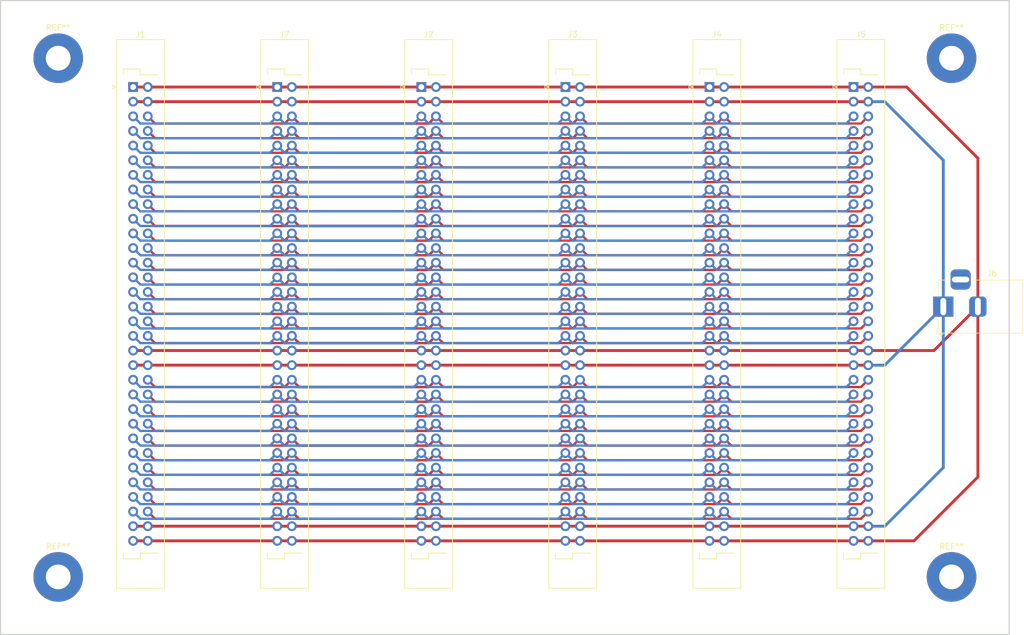
<source format=kicad_pcb>
(kicad_pcb (version 20171130) (host pcbnew 5.0.2-bee76a0~70~ubuntu16.04.1)
  (layers (0 F.Cu signal) (31 B.Cu signal) (34 B.Paste user hide) (35 F.Paste user hide) (36 B.SilkS user) (37 F.SilkS user) (38 B.Mask user) (39 F.Mask user) (44 Edge.Cuts user))
  (net 0 "")
  (net 1 GND)
  (net 2 VCC)
  (net 3 /A61)
  (net 4 /A29)
  (net 5 /A60)
  (net 6 /A28)
  (net 7 /A59)
  (net 8 /A27)
  (net 9 /A58)
  (net 10 /A26)
  (net 11 /A57)
  (net 12 /A25)
  (net 13 /A56)
  (net 14 /A24)
  (net 15 /A55)
  (net 16 /A23)
  (net 17 /A54)
  (net 18 /A22)
  (net 19 /A53)
  (net 20 /A21)
  (net 21 /A52)
  (net 22 /A20)
  (net 23 /A49)
  (net 24 /A17)
  (net 25 /A48)
  (net 26 /A16)
  (net 27 /A47)
  (net 28 /A15)
  (net 29 /A46)
  (net 30 /A14)
  (net 31 /A45)
  (net 32 /A13)
  (net 33 /A44)
  (net 34 /A12)
  (net 35 /A43)
  (net 36 /A11)
  (net 37 /A42)
  (net 38 /A10)
  (net 39 /A41)
  (net 40 /A9)
  (net 41 /A40)
  (net 42 /A8)
  (net 43 /A39)
  (net 44 /A7)
  (net 45 /A38)
  (net 46 /A6)
  (net 47 /A37)
  (net 48 /A5)
  (net 49 /A36)
  (net 50 /A4)
  (net 51 /A35)
  (net 52 /A3)
  (net 53 /A34)
  (net 54 /A2)
  (net 55 "Net-(J6-Pad3)")
  (module Connector_DIN:DIN41612_B_2x32_Vertical (layer F.Cu) (at 83 50)
    (fp_text reference J7 (at 1.27 -9.13) (layer F.SilkS))
    (fp_text value Conn_02x32_Row_Letter_First)
    (pad a1 thru_hole rect (at 0 0) (size 1.7 1.7) (drill 1) (layers *.Cu *.Mask) (net 1 GND))
    (pad b1 thru_hole circle (at 2.54 0) (size 1.7 1.7) (drill 1) (layers *.Cu *.Mask) (net 1 GND))
    (pad a2 thru_hole circle (at 0 2.54) (size 1.7 1.7) (drill 1) (layers *.Cu *.Mask) (net 2 VCC))
    (pad b2 thru_hole circle (at 2.54 2.54) (size 1.7 1.7) (drill 1) (layers *.Cu *.Mask) (net 2 VCC))
    (pad a3 thru_hole circle (at 0 5.08) (size 1.7 1.7) (drill 1) (layers *.Cu *.Mask) (net 54 /A2))
    (pad b3 thru_hole circle (at 2.54 5.08) (size 1.7 1.7) (drill 1) (layers *.Cu *.Mask) (net 53 /A34))
    (pad a4 thru_hole circle (at 0 7.62) (size 1.7 1.7) (drill 1) (layers *.Cu *.Mask) (net 52 /A3))
    (pad b4 thru_hole circle (at 2.54 7.62) (size 1.7 1.7) (drill 1) (layers *.Cu *.Mask) (net 51 /A35))
    (pad a5 thru_hole circle (at 0 10.16) (size 1.7 1.7) (drill 1) (layers *.Cu *.Mask) (net 50 /A4))
    (pad b5 thru_hole circle (at 2.54 10.16) (size 1.7 1.7) (drill 1) (layers *.Cu *.Mask) (net 49 /A36))
    (pad a6 thru_hole circle (at 0 12.7) (size 1.7 1.7) (drill 1) (layers *.Cu *.Mask) (net 48 /A5))
    (pad b6 thru_hole circle (at 2.54 12.7) (size 1.7 1.7) (drill 1) (layers *.Cu *.Mask) (net 47 /A37))
    (pad a7 thru_hole circle (at 0 15.24) (size 1.7 1.7) (drill 1) (layers *.Cu *.Mask) (net 46 /A6))
    (pad b7 thru_hole circle (at 2.54 15.24) (size 1.7 1.7) (drill 1) (layers *.Cu *.Mask) (net 45 /A38))
    (pad a8 thru_hole circle (at 0 17.78) (size 1.7 1.7) (drill 1) (layers *.Cu *.Mask) (net 44 /A7))
    (pad b8 thru_hole circle (at 2.54 17.78) (size 1.7 1.7) (drill 1) (layers *.Cu *.Mask) (net 43 /A39))
    (pad a9 thru_hole circle (at 0 20.32) (size 1.7 1.7) (drill 1) (layers *.Cu *.Mask) (net 42 /A8))
    (pad b9 thru_hole circle (at 2.54 20.32) (size 1.7 1.7) (drill 1) (layers *.Cu *.Mask) (net 41 /A40))
    (pad a10 thru_hole circle (at 0 22.86) (size 1.7 1.7) (drill 1) (layers *.Cu *.Mask) (net 40 /A9))
    (pad b10 thru_hole circle (at 2.54 22.86) (size 1.7 1.7) (drill 1) (layers *.Cu *.Mask) (net 39 /A41))
    (pad a11 thru_hole circle (at 0 25.4) (size 1.7 1.7) (drill 1) (layers *.Cu *.Mask) (net 38 /A10))
    (pad b11 thru_hole circle (at 2.54 25.4) (size 1.7 1.7) (drill 1) (layers *.Cu *.Mask) (net 37 /A42))
    (pad a12 thru_hole circle (at 0 27.94) (size 1.7 1.7) (drill 1) (layers *.Cu *.Mask) (net 36 /A11))
    (pad b12 thru_hole circle (at 2.54 27.94) (size 1.7 1.7) (drill 1) (layers *.Cu *.Mask) (net 35 /A43))
    (pad a13 thru_hole circle (at 0 30.48) (size 1.7 1.7) (drill 1) (layers *.Cu *.Mask) (net 34 /A12))
    (pad b13 thru_hole circle (at 2.54 30.48) (size 1.7 1.7) (drill 1) (layers *.Cu *.Mask) (net 33 /A44))
    (pad a14 thru_hole circle (at 0 33.02) (size 1.7 1.7) (drill 1) (layers *.Cu *.Mask) (net 32 /A13))
    (pad b14 thru_hole circle (at 2.54 33.02) (size 1.7 1.7) (drill 1) (layers *.Cu *.Mask) (net 31 /A45))
    (pad a15 thru_hole circle (at 0 35.56) (size 1.7 1.7) (drill 1) (layers *.Cu *.Mask) (net 30 /A14))
    (pad b15 thru_hole circle (at 2.54 35.56) (size 1.7 1.7) (drill 1) (layers *.Cu *.Mask) (net 29 /A46))
    (pad a16 thru_hole circle (at 0 38.1) (size 1.7 1.7) (drill 1) (layers *.Cu *.Mask) (net 28 /A15))
    (pad b16 thru_hole circle (at 2.54 38.1) (size 1.7 1.7) (drill 1) (layers *.Cu *.Mask) (net 27 /A47))
    (pad a17 thru_hole circle (at 0 40.64) (size 1.7 1.7) (drill 1) (layers *.Cu *.Mask) (net 26 /A16))
    (pad b17 thru_hole circle (at 2.54 40.64) (size 1.7 1.7) (drill 1) (layers *.Cu *.Mask) (net 25 /A48))
    (pad a18 thru_hole circle (at 0 43.18) (size 1.7 1.7) (drill 1) (layers *.Cu *.Mask) (net 24 /A17))
    (pad b18 thru_hole circle (at 2.54 43.18) (size 1.7 1.7) (drill 1) (layers *.Cu *.Mask) (net 23 /A49))
    (pad a19 thru_hole circle (at 0 45.72) (size 1.7 1.7) (drill 1) (layers *.Cu *.Mask) (net 1 GND))
    (pad b19 thru_hole circle (at 2.54 45.72) (size 1.7 1.7) (drill 1) (layers *.Cu *.Mask) (net 1 GND))
    (pad a20 thru_hole circle (at 0 48.26) (size 1.7 1.7) (drill 1) (layers *.Cu *.Mask) (net 2 VCC))
    (pad b20 thru_hole circle (at 2.54 48.26) (size 1.7 1.7) (drill 1) (layers *.Cu *.Mask) (net 2 VCC))
    (pad a21 thru_hole circle (at 0 50.8) (size 1.7 1.7) (drill 1) (layers *.Cu *.Mask) (net 22 /A20))
    (pad b21 thru_hole circle (at 2.54 50.8) (size 1.7 1.7) (drill 1) (layers *.Cu *.Mask) (net 21 /A52))
    (pad a22 thru_hole circle (at 0 53.34) (size 1.7 1.7) (drill 1) (layers *.Cu *.Mask) (net 20 /A21))
    (pad b22 thru_hole circle (at 2.54 53.34) (size 1.7 1.7) (drill 1) (layers *.Cu *.Mask) (net 19 /A53))
    (pad a23 thru_hole circle (at 0 55.88) (size 1.7 1.7) (drill 1) (layers *.Cu *.Mask) (net 18 /A22))
    (pad b23 thru_hole circle (at 2.54 55.88) (size 1.7 1.7) (drill 1) (layers *.Cu *.Mask) (net 17 /A54))
    (pad a24 thru_hole circle (at 0 58.42) (size 1.7 1.7) (drill 1) (layers *.Cu *.Mask) (net 16 /A23))
    (pad b24 thru_hole circle (at 2.54 58.42) (size 1.7 1.7) (drill 1) (layers *.Cu *.Mask) (net 15 /A55))
    (pad a25 thru_hole circle (at 0 60.96) (size 1.7 1.7) (drill 1) (layers *.Cu *.Mask) (net 14 /A24))
    (pad b25 thru_hole circle (at 2.54 60.96) (size 1.7 1.7) (drill 1) (layers *.Cu *.Mask) (net 13 /A56))
    (pad a26 thru_hole circle (at 0 63.5) (size 1.7 1.7) (drill 1) (layers *.Cu *.Mask) (net 12 /A25))
    (pad b26 thru_hole circle (at 2.54 63.5) (size 1.7 1.7) (drill 1) (layers *.Cu *.Mask) (net 11 /A57))
    (pad a27 thru_hole circle (at 0 66.04) (size 1.7 1.7) (drill 1) (layers *.Cu *.Mask) (net 10 /A26))
    (pad b27 thru_hole circle (at 2.54 66.04) (size 1.7 1.7) (drill 1) (layers *.Cu *.Mask) (net 9 /A58))
    (pad a28 thru_hole circle (at 0 68.58) (size 1.7 1.7) (drill 1) (layers *.Cu *.Mask) (net 8 /A27))
    (pad b28 thru_hole circle (at 2.54 68.58) (size 1.7 1.7) (drill 1) (layers *.Cu *.Mask) (net 7 /A59))
    (pad a29 thru_hole circle (at 0 71.12) (size 1.7 1.7) (drill 1) (layers *.Cu *.Mask) (net 6 /A28))
    (pad b29 thru_hole circle (at 2.54 71.12) (size 1.7 1.7) (drill 1) (layers *.Cu *.Mask) (net 5 /A60))
    (pad a30 thru_hole circle (at 0 73.66) (size 1.7 1.7) (drill 1) (layers *.Cu *.Mask) (net 4 /A29))
    (pad b30 thru_hole circle (at 2.54 73.66) (size 1.7 1.7) (drill 1) (layers *.Cu *.Mask) (net 3 /A61))
    (pad a31 thru_hole circle (at 0 76.2) (size 1.7 1.7) (drill 1) (layers *.Cu *.Mask) (net 2 VCC))
    (pad b31 thru_hole circle (at 2.54 76.2) (size 1.7 1.7) (drill 1) (layers *.Cu *.Mask) (net 2 VCC))
    (pad a32 thru_hole circle (at 0 78.74) (size 1.7 1.7) (drill 1) (layers *.Cu *.Mask) (net 1 GND))
    (pad b32 thru_hole circle (at 2.54 78.74) (size 1.7 1.7) (drill 1) (layers *.Cu *.Mask) (net 1 GND))
    (pad "" np_thru_hole circle (at 2.24 -5.63) (size 2.8 2.8) (drill 2.8) (layers *.Cu *.Mask))
    (pad "" np_thru_hole circle (at 2.24 84.37) (size 2.8 2.8) (drill 2.8) (layers *.Cu *.Mask))
  )
  (module MountingHole:MountingHole_4.3mm_M4_Pad (layer F.Cu) (at 45 45)
    (fp_text reference REF** (at 0 -5.3) (layer F.SilkS))
    (fp_text value MountingHole_4.3mm_M4_Pad)
    (pad "" thru_hole circle (at 0 0) (size 8.6 8.6) (drill 4.3) (layers *.Cu *.Mask))
  )
  (module MountingHole:MountingHole_4.3mm_M4_Pad (layer F.Cu) (at 45 135)
    (fp_text reference REF** (at 0 -5.3) (layer F.SilkS))
    (fp_text value MountingHole_4.3mm_M4_Pad)
    (pad "" thru_hole circle (at 0 0) (size 8.6 8.6) (drill 4.3) (layers *.Cu *.Mask))
  )
  (module MountingHole:MountingHole_4.3mm_M4_Pad (layer F.Cu) (at 200 135)
    (fp_text reference REF** (at 0 -5.3) (layer F.SilkS))
    (fp_text value MountingHole_4.3mm_M4_Pad)
    (pad "" thru_hole circle (at 0 0) (size 8.6 8.6) (drill 4.3) (layers *.Cu *.Mask))
  )
  (module Connector_DIN:DIN41612_B_2x32_Vertical (layer F.Cu) (at 183 50)
    (fp_text reference J5 (at 1.27 -9.13) (layer F.SilkS))
    (fp_text value Conn_02x32_Row_Letter_First)
    (pad a1 thru_hole rect (at 0 0) (size 1.7 1.7) (drill 1) (layers *.Cu *.Mask) (net 1 GND))
    (pad b1 thru_hole circle (at 2.54 0) (size 1.7 1.7) (drill 1) (layers *.Cu *.Mask) (net 1 GND))
    (pad a2 thru_hole circle (at 0 2.54) (size 1.7 1.7) (drill 1) (layers *.Cu *.Mask) (net 2 VCC))
    (pad b2 thru_hole circle (at 2.54 2.54) (size 1.7 1.7) (drill 1) (layers *.Cu *.Mask) (net 2 VCC))
    (pad a3 thru_hole circle (at 0 5.08) (size 1.7 1.7) (drill 1) (layers *.Cu *.Mask) (net 54 /A2))
    (pad b3 thru_hole circle (at 2.54 5.08) (size 1.7 1.7) (drill 1) (layers *.Cu *.Mask) (net 53 /A34))
    (pad a4 thru_hole circle (at 0 7.62) (size 1.7 1.7) (drill 1) (layers *.Cu *.Mask) (net 52 /A3))
    (pad b4 thru_hole circle (at 2.54 7.62) (size 1.7 1.7) (drill 1) (layers *.Cu *.Mask) (net 51 /A35))
    (pad a5 thru_hole circle (at 0 10.16) (size 1.7 1.7) (drill 1) (layers *.Cu *.Mask) (net 50 /A4))
    (pad b5 thru_hole circle (at 2.54 10.16) (size 1.7 1.7) (drill 1) (layers *.Cu *.Mask) (net 49 /A36))
    (pad a6 thru_hole circle (at 0 12.7) (size 1.7 1.7) (drill 1) (layers *.Cu *.Mask) (net 48 /A5))
    (pad b6 thru_hole circle (at 2.54 12.7) (size 1.7 1.7) (drill 1) (layers *.Cu *.Mask) (net 47 /A37))
    (pad a7 thru_hole circle (at 0 15.24) (size 1.7 1.7) (drill 1) (layers *.Cu *.Mask) (net 46 /A6))
    (pad b7 thru_hole circle (at 2.54 15.24) (size 1.7 1.7) (drill 1) (layers *.Cu *.Mask) (net 45 /A38))
    (pad a8 thru_hole circle (at 0 17.78) (size 1.7 1.7) (drill 1) (layers *.Cu *.Mask) (net 44 /A7))
    (pad b8 thru_hole circle (at 2.54 17.78) (size 1.7 1.7) (drill 1) (layers *.Cu *.Mask) (net 43 /A39))
    (pad a9 thru_hole circle (at 0 20.32) (size 1.7 1.7) (drill 1) (layers *.Cu *.Mask) (net 42 /A8))
    (pad b9 thru_hole circle (at 2.54 20.32) (size 1.7 1.7) (drill 1) (layers *.Cu *.Mask) (net 41 /A40))
    (pad a10 thru_hole circle (at 0 22.86) (size 1.7 1.7) (drill 1) (layers *.Cu *.Mask) (net 40 /A9))
    (pad b10 thru_hole circle (at 2.54 22.86) (size 1.7 1.7) (drill 1) (layers *.Cu *.Mask) (net 39 /A41))
    (pad a11 thru_hole circle (at 0 25.4) (size 1.7 1.7) (drill 1) (layers *.Cu *.Mask) (net 38 /A10))
    (pad b11 thru_hole circle (at 2.54 25.4) (size 1.7 1.7) (drill 1) (layers *.Cu *.Mask) (net 37 /A42))
    (pad a12 thru_hole circle (at 0 27.94) (size 1.7 1.7) (drill 1) (layers *.Cu *.Mask) (net 36 /A11))
    (pad b12 thru_hole circle (at 2.54 27.94) (size 1.7 1.7) (drill 1) (layers *.Cu *.Mask) (net 35 /A43))
    (pad a13 thru_hole circle (at 0 30.48) (size 1.7 1.7) (drill 1) (layers *.Cu *.Mask) (net 34 /A12))
    (pad b13 thru_hole circle (at 2.54 30.48) (size 1.7 1.7) (drill 1) (layers *.Cu *.Mask) (net 33 /A44))
    (pad a14 thru_hole circle (at 0 33.02) (size 1.7 1.7) (drill 1) (layers *.Cu *.Mask) (net 32 /A13))
    (pad b14 thru_hole circle (at 2.54 33.02) (size 1.7 1.7) (drill 1) (layers *.Cu *.Mask) (net 31 /A45))
    (pad a15 thru_hole circle (at 0 35.56) (size 1.7 1.7) (drill 1) (layers *.Cu *.Mask) (net 30 /A14))
    (pad b15 thru_hole circle (at 2.54 35.56) (size 1.7 1.7) (drill 1) (layers *.Cu *.Mask) (net 29 /A46))
    (pad a16 thru_hole circle (at 0 38.1) (size 1.7 1.7) (drill 1) (layers *.Cu *.Mask) (net 28 /A15))
    (pad b16 thru_hole circle (at 2.54 38.1) (size 1.7 1.7) (drill 1) (layers *.Cu *.Mask) (net 27 /A47))
    (pad a17 thru_hole circle (at 0 40.64) (size 1.7 1.7) (drill 1) (layers *.Cu *.Mask) (net 26 /A16))
    (pad b17 thru_hole circle (at 2.54 40.64) (size 1.7 1.7) (drill 1) (layers *.Cu *.Mask) (net 25 /A48))
    (pad a18 thru_hole circle (at 0 43.18) (size 1.7 1.7) (drill 1) (layers *.Cu *.Mask) (net 24 /A17))
    (pad b18 thru_hole circle (at 2.54 43.18) (size 1.7 1.7) (drill 1) (layers *.Cu *.Mask) (net 23 /A49))
    (pad a19 thru_hole circle (at 0 45.72) (size 1.7 1.7) (drill 1) (layers *.Cu *.Mask) (net 1 GND))
    (pad b19 thru_hole circle (at 2.54 45.72) (size 1.7 1.7) (drill 1) (layers *.Cu *.Mask) (net 1 GND))
    (pad a20 thru_hole circle (at 0 48.26) (size 1.7 1.7) (drill 1) (layers *.Cu *.Mask) (net 2 VCC))
    (pad b20 thru_hole circle (at 2.54 48.26) (size 1.7 1.7) (drill 1) (layers *.Cu *.Mask) (net 2 VCC))
    (pad a21 thru_hole circle (at 0 50.8) (size 1.7 1.7) (drill 1) (layers *.Cu *.Mask) (net 22 /A20))
    (pad b21 thru_hole circle (at 2.54 50.8) (size 1.7 1.7) (drill 1) (layers *.Cu *.Mask) (net 21 /A52))
    (pad a22 thru_hole circle (at 0 53.34) (size 1.7 1.7) (drill 1) (layers *.Cu *.Mask) (net 20 /A21))
    (pad b22 thru_hole circle (at 2.54 53.34) (size 1.7 1.7) (drill 1) (layers *.Cu *.Mask) (net 19 /A53))
    (pad a23 thru_hole circle (at 0 55.88) (size 1.7 1.7) (drill 1) (layers *.Cu *.Mask) (net 18 /A22))
    (pad b23 thru_hole circle (at 2.54 55.88) (size 1.7 1.7) (drill 1) (layers *.Cu *.Mask) (net 17 /A54))
    (pad a24 thru_hole circle (at 0 58.42) (size 1.7 1.7) (drill 1) (layers *.Cu *.Mask) (net 16 /A23))
    (pad b24 thru_hole circle (at 2.54 58.42) (size 1.7 1.7) (drill 1) (layers *.Cu *.Mask) (net 15 /A55))
    (pad a25 thru_hole circle (at 0 60.96) (size 1.7 1.7) (drill 1) (layers *.Cu *.Mask) (net 14 /A24))
    (pad b25 thru_hole circle (at 2.54 60.96) (size 1.7 1.7) (drill 1) (layers *.Cu *.Mask) (net 13 /A56))
    (pad a26 thru_hole circle (at 0 63.5) (size 1.7 1.7) (drill 1) (layers *.Cu *.Mask) (net 12 /A25))
    (pad b26 thru_hole circle (at 2.54 63.5) (size 1.7 1.7) (drill 1) (layers *.Cu *.Mask) (net 11 /A57))
    (pad a27 thru_hole circle (at 0 66.04) (size 1.7 1.7) (drill 1) (layers *.Cu *.Mask) (net 10 /A26))
    (pad b27 thru_hole circle (at 2.54 66.04) (size 1.7 1.7) (drill 1) (layers *.Cu *.Mask) (net 9 /A58))
    (pad a28 thru_hole circle (at 0 68.58) (size 1.7 1.7) (drill 1) (layers *.Cu *.Mask) (net 8 /A27))
    (pad b28 thru_hole circle (at 2.54 68.58) (size 1.7 1.7) (drill 1) (layers *.Cu *.Mask) (net 7 /A59))
    (pad a29 thru_hole circle (at 0 71.12) (size 1.7 1.7) (drill 1) (layers *.Cu *.Mask) (net 6 /A28))
    (pad b29 thru_hole circle (at 2.54 71.12) (size 1.7 1.7) (drill 1) (layers *.Cu *.Mask) (net 5 /A60))
    (pad a30 thru_hole circle (at 0 73.66) (size 1.7 1.7) (drill 1) (layers *.Cu *.Mask) (net 4 /A29))
    (pad b30 thru_hole circle (at 2.54 73.66) (size 1.7 1.7) (drill 1) (layers *.Cu *.Mask) (net 3 /A61))
    (pad a31 thru_hole circle (at 0 76.2) (size 1.7 1.7) (drill 1) (layers *.Cu *.Mask) (net 2 VCC))
    (pad b31 thru_hole circle (at 2.54 76.2) (size 1.7 1.7) (drill 1) (layers *.Cu *.Mask) (net 2 VCC))
    (pad a32 thru_hole circle (at 0 78.74) (size 1.7 1.7) (drill 1) (layers *.Cu *.Mask) (net 1 GND))
    (pad b32 thru_hole circle (at 2.54 78.74) (size 1.7 1.7) (drill 1) (layers *.Cu *.Mask) (net 1 GND))
    (pad "" np_thru_hole circle (at 2.24 -5.63) (size 2.8 2.8) (drill 2.8) (layers *.Cu *.Mask))
    (pad "" np_thru_hole circle (at 2.24 84.37) (size 2.8 2.8) (drill 2.8) (layers *.Cu *.Mask))
  )
  (module Connector_DIN:DIN41612_B_2x32_Vertical (layer F.Cu) (at 158 50)
    (fp_text reference J4 (at 1.27 -9.13) (layer F.SilkS))
    (fp_text value Conn_02x32_Row_Letter_First)
    (pad a1 thru_hole rect (at 0 0) (size 1.7 1.7) (drill 1) (layers *.Cu *.Mask) (net 1 GND))
    (pad b1 thru_hole circle (at 2.54 0) (size 1.7 1.7) (drill 1) (layers *.Cu *.Mask) (net 1 GND))
    (pad a2 thru_hole circle (at 0 2.54) (size 1.7 1.7) (drill 1) (layers *.Cu *.Mask) (net 2 VCC))
    (pad b2 thru_hole circle (at 2.54 2.54) (size 1.7 1.7) (drill 1) (layers *.Cu *.Mask) (net 2 VCC))
    (pad a3 thru_hole circle (at 0 5.08) (size 1.7 1.7) (drill 1) (layers *.Cu *.Mask) (net 54 /A2))
    (pad b3 thru_hole circle (at 2.54 5.08) (size 1.7 1.7) (drill 1) (layers *.Cu *.Mask) (net 53 /A34))
    (pad a4 thru_hole circle (at 0 7.62) (size 1.7 1.7) (drill 1) (layers *.Cu *.Mask) (net 52 /A3))
    (pad b4 thru_hole circle (at 2.54 7.62) (size 1.7 1.7) (drill 1) (layers *.Cu *.Mask) (net 51 /A35))
    (pad a5 thru_hole circle (at 0 10.16) (size 1.7 1.7) (drill 1) (layers *.Cu *.Mask) (net 50 /A4))
    (pad b5 thru_hole circle (at 2.54 10.16) (size 1.7 1.7) (drill 1) (layers *.Cu *.Mask) (net 49 /A36))
    (pad a6 thru_hole circle (at 0 12.7) (size 1.7 1.7) (drill 1) (layers *.Cu *.Mask) (net 48 /A5))
    (pad b6 thru_hole circle (at 2.54 12.7) (size 1.7 1.7) (drill 1) (layers *.Cu *.Mask) (net 47 /A37))
    (pad a7 thru_hole circle (at 0 15.24) (size 1.7 1.7) (drill 1) (layers *.Cu *.Mask) (net 46 /A6))
    (pad b7 thru_hole circle (at 2.54 15.24) (size 1.7 1.7) (drill 1) (layers *.Cu *.Mask) (net 45 /A38))
    (pad a8 thru_hole circle (at 0 17.78) (size 1.7 1.7) (drill 1) (layers *.Cu *.Mask) (net 44 /A7))
    (pad b8 thru_hole circle (at 2.54 17.78) (size 1.7 1.7) (drill 1) (layers *.Cu *.Mask) (net 43 /A39))
    (pad a9 thru_hole circle (at 0 20.32) (size 1.7 1.7) (drill 1) (layers *.Cu *.Mask) (net 42 /A8))
    (pad b9 thru_hole circle (at 2.54 20.32) (size 1.7 1.7) (drill 1) (layers *.Cu *.Mask) (net 41 /A40))
    (pad a10 thru_hole circle (at 0 22.86) (size 1.7 1.7) (drill 1) (layers *.Cu *.Mask) (net 40 /A9))
    (pad b10 thru_hole circle (at 2.54 22.86) (size 1.7 1.7) (drill 1) (layers *.Cu *.Mask) (net 39 /A41))
    (pad a11 thru_hole circle (at 0 25.4) (size 1.7 1.7) (drill 1) (layers *.Cu *.Mask) (net 38 /A10))
    (pad b11 thru_hole circle (at 2.54 25.4) (size 1.7 1.7) (drill 1) (layers *.Cu *.Mask) (net 37 /A42))
    (pad a12 thru_hole circle (at 0 27.94) (size 1.7 1.7) (drill 1) (layers *.Cu *.Mask) (net 36 /A11))
    (pad b12 thru_hole circle (at 2.54 27.94) (size 1.7 1.7) (drill 1) (layers *.Cu *.Mask) (net 35 /A43))
    (pad a13 thru_hole circle (at 0 30.48) (size 1.7 1.7) (drill 1) (layers *.Cu *.Mask) (net 34 /A12))
    (pad b13 thru_hole circle (at 2.54 30.48) (size 1.7 1.7) (drill 1) (layers *.Cu *.Mask) (net 33 /A44))
    (pad a14 thru_hole circle (at 0 33.02) (size 1.7 1.7) (drill 1) (layers *.Cu *.Mask) (net 32 /A13))
    (pad b14 thru_hole circle (at 2.54 33.02) (size 1.7 1.7) (drill 1) (layers *.Cu *.Mask) (net 31 /A45))
    (pad a15 thru_hole circle (at 0 35.56) (size 1.7 1.7) (drill 1) (layers *.Cu *.Mask) (net 30 /A14))
    (pad b15 thru_hole circle (at 2.54 35.56) (size 1.7 1.7) (drill 1) (layers *.Cu *.Mask) (net 29 /A46))
    (pad a16 thru_hole circle (at 0 38.1) (size 1.7 1.7) (drill 1) (layers *.Cu *.Mask) (net 28 /A15))
    (pad b16 thru_hole circle (at 2.54 38.1) (size 1.7 1.7) (drill 1) (layers *.Cu *.Mask) (net 27 /A47))
    (pad a17 thru_hole circle (at 0 40.64) (size 1.7 1.7) (drill 1) (layers *.Cu *.Mask) (net 26 /A16))
    (pad b17 thru_hole circle (at 2.54 40.64) (size 1.7 1.7) (drill 1) (layers *.Cu *.Mask) (net 25 /A48))
    (pad a18 thru_hole circle (at 0 43.18) (size 1.7 1.7) (drill 1) (layers *.Cu *.Mask) (net 24 /A17))
    (pad b18 thru_hole circle (at 2.54 43.18) (size 1.7 1.7) (drill 1) (layers *.Cu *.Mask) (net 23 /A49))
    (pad a19 thru_hole circle (at 0 45.72) (size 1.7 1.7) (drill 1) (layers *.Cu *.Mask) (net 1 GND))
    (pad b19 thru_hole circle (at 2.54 45.72) (size 1.7 1.7) (drill 1) (layers *.Cu *.Mask) (net 1 GND))
    (pad a20 thru_hole circle (at 0 48.26) (size 1.7 1.7) (drill 1) (layers *.Cu *.Mask) (net 2 VCC))
    (pad b20 thru_hole circle (at 2.54 48.26) (size 1.7 1.7) (drill 1) (layers *.Cu *.Mask) (net 2 VCC))
    (pad a21 thru_hole circle (at 0 50.8) (size 1.7 1.7) (drill 1) (layers *.Cu *.Mask) (net 22 /A20))
    (pad b21 thru_hole circle (at 2.54 50.8) (size 1.7 1.7) (drill 1) (layers *.Cu *.Mask) (net 21 /A52))
    (pad a22 thru_hole circle (at 0 53.34) (size 1.7 1.7) (drill 1) (layers *.Cu *.Mask) (net 20 /A21))
    (pad b22 thru_hole circle (at 2.54 53.34) (size 1.7 1.7) (drill 1) (layers *.Cu *.Mask) (net 19 /A53))
    (pad a23 thru_hole circle (at 0 55.88) (size 1.7 1.7) (drill 1) (layers *.Cu *.Mask) (net 18 /A22))
    (pad b23 thru_hole circle (at 2.54 55.88) (size 1.7 1.7) (drill 1) (layers *.Cu *.Mask) (net 17 /A54))
    (pad a24 thru_hole circle (at 0 58.42) (size 1.7 1.7) (drill 1) (layers *.Cu *.Mask) (net 16 /A23))
    (pad b24 thru_hole circle (at 2.54 58.42) (size 1.7 1.7) (drill 1) (layers *.Cu *.Mask) (net 15 /A55))
    (pad a25 thru_hole circle (at 0 60.96) (size 1.7 1.7) (drill 1) (layers *.Cu *.Mask) (net 14 /A24))
    (pad b25 thru_hole circle (at 2.54 60.96) (size 1.7 1.7) (drill 1) (layers *.Cu *.Mask) (net 13 /A56))
    (pad a26 thru_hole circle (at 0 63.5) (size 1.7 1.7) (drill 1) (layers *.Cu *.Mask) (net 12 /A25))
    (pad b26 thru_hole circle (at 2.54 63.5) (size 1.7 1.7) (drill 1) (layers *.Cu *.Mask) (net 11 /A57))
    (pad a27 thru_hole circle (at 0 66.04) (size 1.7 1.7) (drill 1) (layers *.Cu *.Mask) (net 10 /A26))
    (pad b27 thru_hole circle (at 2.54 66.04) (size 1.7 1.7) (drill 1) (layers *.Cu *.Mask) (net 9 /A58))
    (pad a28 thru_hole circle (at 0 68.58) (size 1.7 1.7) (drill 1) (layers *.Cu *.Mask) (net 8 /A27))
    (pad b28 thru_hole circle (at 2.54 68.58) (size 1.7 1.7) (drill 1) (layers *.Cu *.Mask) (net 7 /A59))
    (pad a29 thru_hole circle (at 0 71.12) (size 1.7 1.7) (drill 1) (layers *.Cu *.Mask) (net 6 /A28))
    (pad b29 thru_hole circle (at 2.54 71.12) (size 1.7 1.7) (drill 1) (layers *.Cu *.Mask) (net 5 /A60))
    (pad a30 thru_hole circle (at 0 73.66) (size 1.7 1.7) (drill 1) (layers *.Cu *.Mask) (net 4 /A29))
    (pad b30 thru_hole circle (at 2.54 73.66) (size 1.7 1.7) (drill 1) (layers *.Cu *.Mask) (net 3 /A61))
    (pad a31 thru_hole circle (at 0 76.2) (size 1.7 1.7) (drill 1) (layers *.Cu *.Mask) (net 2 VCC))
    (pad b31 thru_hole circle (at 2.54 76.2) (size 1.7 1.7) (drill 1) (layers *.Cu *.Mask) (net 2 VCC))
    (pad a32 thru_hole circle (at 0 78.74) (size 1.7 1.7) (drill 1) (layers *.Cu *.Mask) (net 1 GND))
    (pad b32 thru_hole circle (at 2.54 78.74) (size 1.7 1.7) (drill 1) (layers *.Cu *.Mask) (net 1 GND))
    (pad "" np_thru_hole circle (at 2.24 -5.63) (size 2.8 2.8) (drill 2.8) (layers *.Cu *.Mask))
    (pad "" np_thru_hole circle (at 2.24 84.37) (size 2.8 2.8) (drill 2.8) (layers *.Cu *.Mask))
  )
  (module Connector_DIN:DIN41612_B_2x32_Vertical (layer F.Cu) (at 133 50)
    (fp_text reference J3 (at 1.27 -9.13) (layer F.SilkS))
    (fp_text value Conn_02x32_Row_Letter_First)
    (pad a1 thru_hole rect (at 0 0) (size 1.7 1.7) (drill 1) (layers *.Cu *.Mask) (net 1 GND))
    (pad b1 thru_hole circle (at 2.54 0) (size 1.7 1.7) (drill 1) (layers *.Cu *.Mask) (net 1 GND))
    (pad a2 thru_hole circle (at 0 2.54) (size 1.7 1.7) (drill 1) (layers *.Cu *.Mask) (net 2 VCC))
    (pad b2 thru_hole circle (at 2.54 2.54) (size 1.7 1.7) (drill 1) (layers *.Cu *.Mask) (net 2 VCC))
    (pad a3 thru_hole circle (at 0 5.08) (size 1.7 1.7) (drill 1) (layers *.Cu *.Mask) (net 54 /A2))
    (pad b3 thru_hole circle (at 2.54 5.08) (size 1.7 1.7) (drill 1) (layers *.Cu *.Mask) (net 53 /A34))
    (pad a4 thru_hole circle (at 0 7.62) (size 1.7 1.7) (drill 1) (layers *.Cu *.Mask) (net 52 /A3))
    (pad b4 thru_hole circle (at 2.54 7.62) (size 1.7 1.7) (drill 1) (layers *.Cu *.Mask) (net 51 /A35))
    (pad a5 thru_hole circle (at 0 10.16) (size 1.7 1.7) (drill 1) (layers *.Cu *.Mask) (net 50 /A4))
    (pad b5 thru_hole circle (at 2.54 10.16) (size 1.7 1.7) (drill 1) (layers *.Cu *.Mask) (net 49 /A36))
    (pad a6 thru_hole circle (at 0 12.7) (size 1.7 1.7) (drill 1) (layers *.Cu *.Mask) (net 48 /A5))
    (pad b6 thru_hole circle (at 2.54 12.7) (size 1.7 1.7) (drill 1) (layers *.Cu *.Mask) (net 47 /A37))
    (pad a7 thru_hole circle (at 0 15.24) (size 1.7 1.7) (drill 1) (layers *.Cu *.Mask) (net 46 /A6))
    (pad b7 thru_hole circle (at 2.54 15.24) (size 1.7 1.7) (drill 1) (layers *.Cu *.Mask) (net 45 /A38))
    (pad a8 thru_hole circle (at 0 17.78) (size 1.7 1.7) (drill 1) (layers *.Cu *.Mask) (net 44 /A7))
    (pad b8 thru_hole circle (at 2.54 17.78) (size 1.7 1.7) (drill 1) (layers *.Cu *.Mask) (net 43 /A39))
    (pad a9 thru_hole circle (at 0 20.32) (size 1.7 1.7) (drill 1) (layers *.Cu *.Mask) (net 42 /A8))
    (pad b9 thru_hole circle (at 2.54 20.32) (size 1.7 1.7) (drill 1) (layers *.Cu *.Mask) (net 41 /A40))
    (pad a10 thru_hole circle (at 0 22.86) (size 1.7 1.7) (drill 1) (layers *.Cu *.Mask) (net 40 /A9))
    (pad b10 thru_hole circle (at 2.54 22.86) (size 1.7 1.7) (drill 1) (layers *.Cu *.Mask) (net 39 /A41))
    (pad a11 thru_hole circle (at 0 25.4) (size 1.7 1.7) (drill 1) (layers *.Cu *.Mask) (net 38 /A10))
    (pad b11 thru_hole circle (at 2.54 25.4) (size 1.7 1.7) (drill 1) (layers *.Cu *.Mask) (net 37 /A42))
    (pad a12 thru_hole circle (at 0 27.94) (size 1.7 1.7) (drill 1) (layers *.Cu *.Mask) (net 36 /A11))
    (pad b12 thru_hole circle (at 2.54 27.94) (size 1.7 1.7) (drill 1) (layers *.Cu *.Mask) (net 35 /A43))
    (pad a13 thru_hole circle (at 0 30.48) (size 1.7 1.7) (drill 1) (layers *.Cu *.Mask) (net 34 /A12))
    (pad b13 thru_hole circle (at 2.54 30.48) (size 1.7 1.7) (drill 1) (layers *.Cu *.Mask) (net 33 /A44))
    (pad a14 thru_hole circle (at 0 33.02) (size 1.7 1.7) (drill 1) (layers *.Cu *.Mask) (net 32 /A13))
    (pad b14 thru_hole circle (at 2.54 33.02) (size 1.7 1.7) (drill 1) (layers *.Cu *.Mask) (net 31 /A45))
    (pad a15 thru_hole circle (at 0 35.56) (size 1.7 1.7) (drill 1) (layers *.Cu *.Mask) (net 30 /A14))
    (pad b15 thru_hole circle (at 2.54 35.56) (size 1.7 1.7) (drill 1) (layers *.Cu *.Mask) (net 29 /A46))
    (pad a16 thru_hole circle (at 0 38.1) (size 1.7 1.7) (drill 1) (layers *.Cu *.Mask) (net 28 /A15))
    (pad b16 thru_hole circle (at 2.54 38.1) (size 1.7 1.7) (drill 1) (layers *.Cu *.Mask) (net 27 /A47))
    (pad a17 thru_hole circle (at 0 40.64) (size 1.7 1.7) (drill 1) (layers *.Cu *.Mask) (net 26 /A16))
    (pad b17 thru_hole circle (at 2.54 40.64) (size 1.7 1.7) (drill 1) (layers *.Cu *.Mask) (net 25 /A48))
    (pad a18 thru_hole circle (at 0 43.18) (size 1.7 1.7) (drill 1) (layers *.Cu *.Mask) (net 24 /A17))
    (pad b18 thru_hole circle (at 2.54 43.18) (size 1.7 1.7) (drill 1) (layers *.Cu *.Mask) (net 23 /A49))
    (pad a19 thru_hole circle (at 0 45.72) (size 1.7 1.7) (drill 1) (layers *.Cu *.Mask) (net 1 GND))
    (pad b19 thru_hole circle (at 2.54 45.72) (size 1.7 1.7) (drill 1) (layers *.Cu *.Mask) (net 1 GND))
    (pad a20 thru_hole circle (at 0 48.26) (size 1.7 1.7) (drill 1) (layers *.Cu *.Mask) (net 2 VCC))
    (pad b20 thru_hole circle (at 2.54 48.26) (size 1.7 1.7) (drill 1) (layers *.Cu *.Mask) (net 2 VCC))
    (pad a21 thru_hole circle (at 0 50.8) (size 1.7 1.7) (drill 1) (layers *.Cu *.Mask) (net 22 /A20))
    (pad b21 thru_hole circle (at 2.54 50.8) (size 1.7 1.7) (drill 1) (layers *.Cu *.Mask) (net 21 /A52))
    (pad a22 thru_hole circle (at 0 53.34) (size 1.7 1.7) (drill 1) (layers *.Cu *.Mask) (net 20 /A21))
    (pad b22 thru_hole circle (at 2.54 53.34) (size 1.7 1.7) (drill 1) (layers *.Cu *.Mask) (net 19 /A53))
    (pad a23 thru_hole circle (at 0 55.88) (size 1.7 1.7) (drill 1) (layers *.Cu *.Mask) (net 18 /A22))
    (pad b23 thru_hole circle (at 2.54 55.88) (size 1.7 1.7) (drill 1) (layers *.Cu *.Mask) (net 17 /A54))
    (pad a24 thru_hole circle (at 0 58.42) (size 1.7 1.7) (drill 1) (layers *.Cu *.Mask) (net 16 /A23))
    (pad b24 thru_hole circle (at 2.54 58.42) (size 1.7 1.7) (drill 1) (layers *.Cu *.Mask) (net 15 /A55))
    (pad a25 thru_hole circle (at 0 60.96) (size 1.7 1.7) (drill 1) (layers *.Cu *.Mask) (net 14 /A24))
    (pad b25 thru_hole circle (at 2.54 60.96) (size 1.7 1.7) (drill 1) (layers *.Cu *.Mask) (net 13 /A56))
    (pad a26 thru_hole circle (at 0 63.5) (size 1.7 1.7) (drill 1) (layers *.Cu *.Mask) (net 12 /A25))
    (pad b26 thru_hole circle (at 2.54 63.5) (size 1.7 1.7) (drill 1) (layers *.Cu *.Mask) (net 11 /A57))
    (pad a27 thru_hole circle (at 0 66.04) (size 1.7 1.7) (drill 1) (layers *.Cu *.Mask) (net 10 /A26))
    (pad b27 thru_hole circle (at 2.54 66.04) (size 1.7 1.7) (drill 1) (layers *.Cu *.Mask) (net 9 /A58))
    (pad a28 thru_hole circle (at 0 68.58) (size 1.7 1.7) (drill 1) (layers *.Cu *.Mask) (net 8 /A27))
    (pad b28 thru_hole circle (at 2.54 68.58) (size 1.7 1.7) (drill 1) (layers *.Cu *.Mask) (net 7 /A59))
    (pad a29 thru_hole circle (at 0 71.12) (size 1.7 1.7) (drill 1) (layers *.Cu *.Mask) (net 6 /A28))
    (pad b29 thru_hole circle (at 2.54 71.12) (size 1.7 1.7) (drill 1) (layers *.Cu *.Mask) (net 5 /A60))
    (pad a30 thru_hole circle (at 0 73.66) (size 1.7 1.7) (drill 1) (layers *.Cu *.Mask) (net 4 /A29))
    (pad b30 thru_hole circle (at 2.54 73.66) (size 1.7 1.7) (drill 1) (layers *.Cu *.Mask) (net 3 /A61))
    (pad a31 thru_hole circle (at 0 76.2) (size 1.7 1.7) (drill 1) (layers *.Cu *.Mask) (net 2 VCC))
    (pad b31 thru_hole circle (at 2.54 76.2) (size 1.7 1.7) (drill 1) (layers *.Cu *.Mask) (net 2 VCC))
    (pad a32 thru_hole circle (at 0 78.74) (size 1.7 1.7) (drill 1) (layers *.Cu *.Mask) (net 1 GND))
    (pad b32 thru_hole circle (at 2.54 78.74) (size 1.7 1.7) (drill 1) (layers *.Cu *.Mask) (net 1 GND))
    (pad "" np_thru_hole circle (at 2.24 -5.63) (size 2.8 2.8) (drill 2.8) (layers *.Cu *.Mask))
    (pad "" np_thru_hole circle (at 2.24 84.37) (size 2.8 2.8) (drill 2.8) (layers *.Cu *.Mask))
  )
  (module Connector_DIN:DIN41612_B_2x32_Vertical (layer F.Cu) (at 108 50)
    (fp_text reference J2 (at 1.27 -9.13) (layer F.SilkS))
    (fp_text value Conn_02x32_Row_Letter_First)
    (pad a1 thru_hole rect (at 0 0) (size 1.7 1.7) (drill 1) (layers *.Cu *.Mask) (net 1 GND))
    (pad b1 thru_hole circle (at 2.54 0) (size 1.7 1.7) (drill 1) (layers *.Cu *.Mask) (net 1 GND))
    (pad a2 thru_hole circle (at 0 2.54) (size 1.7 1.7) (drill 1) (layers *.Cu *.Mask) (net 2 VCC))
    (pad b2 thru_hole circle (at 2.54 2.54) (size 1.7 1.7) (drill 1) (layers *.Cu *.Mask) (net 2 VCC))
    (pad a3 thru_hole circle (at 0 5.08) (size 1.7 1.7) (drill 1) (layers *.Cu *.Mask) (net 54 /A2))
    (pad b3 thru_hole circle (at 2.54 5.08) (size 1.7 1.7) (drill 1) (layers *.Cu *.Mask) (net 53 /A34))
    (pad a4 thru_hole circle (at 0 7.62) (size 1.7 1.7) (drill 1) (layers *.Cu *.Mask) (net 52 /A3))
    (pad b4 thru_hole circle (at 2.54 7.62) (size 1.7 1.7) (drill 1) (layers *.Cu *.Mask) (net 51 /A35))
    (pad a5 thru_hole circle (at 0 10.16) (size 1.7 1.7) (drill 1) (layers *.Cu *.Mask) (net 50 /A4))
    (pad b5 thru_hole circle (at 2.54 10.16) (size 1.7 1.7) (drill 1) (layers *.Cu *.Mask) (net 49 /A36))
    (pad a6 thru_hole circle (at 0 12.7) (size 1.7 1.7) (drill 1) (layers *.Cu *.Mask) (net 48 /A5))
    (pad b6 thru_hole circle (at 2.54 12.7) (size 1.7 1.7) (drill 1) (layers *.Cu *.Mask) (net 47 /A37))
    (pad a7 thru_hole circle (at 0 15.24) (size 1.7 1.7) (drill 1) (layers *.Cu *.Mask) (net 46 /A6))
    (pad b7 thru_hole circle (at 2.54 15.24) (size 1.7 1.7) (drill 1) (layers *.Cu *.Mask) (net 45 /A38))
    (pad a8 thru_hole circle (at 0 17.78) (size 1.7 1.7) (drill 1) (layers *.Cu *.Mask) (net 44 /A7))
    (pad b8 thru_hole circle (at 2.54 17.78) (size 1.7 1.7) (drill 1) (layers *.Cu *.Mask) (net 43 /A39))
    (pad a9 thru_hole circle (at 0 20.32) (size 1.7 1.7) (drill 1) (layers *.Cu *.Mask) (net 42 /A8))
    (pad b9 thru_hole circle (at 2.54 20.32) (size 1.7 1.7) (drill 1) (layers *.Cu *.Mask) (net 41 /A40))
    (pad a10 thru_hole circle (at 0 22.86) (size 1.7 1.7) (drill 1) (layers *.Cu *.Mask) (net 40 /A9))
    (pad b10 thru_hole circle (at 2.54 22.86) (size 1.7 1.7) (drill 1) (layers *.Cu *.Mask) (net 39 /A41))
    (pad a11 thru_hole circle (at 0 25.4) (size 1.7 1.7) (drill 1) (layers *.Cu *.Mask) (net 38 /A10))
    (pad b11 thru_hole circle (at 2.54 25.4) (size 1.7 1.7) (drill 1) (layers *.Cu *.Mask) (net 37 /A42))
    (pad a12 thru_hole circle (at 0 27.94) (size 1.7 1.7) (drill 1) (layers *.Cu *.Mask) (net 36 /A11))
    (pad b12 thru_hole circle (at 2.54 27.94) (size 1.7 1.7) (drill 1) (layers *.Cu *.Mask) (net 35 /A43))
    (pad a13 thru_hole circle (at 0 30.48) (size 1.7 1.7) (drill 1) (layers *.Cu *.Mask) (net 34 /A12))
    (pad b13 thru_hole circle (at 2.54 30.48) (size 1.7 1.7) (drill 1) (layers *.Cu *.Mask) (net 33 /A44))
    (pad a14 thru_hole circle (at 0 33.02) (size 1.7 1.7) (drill 1) (layers *.Cu *.Mask) (net 32 /A13))
    (pad b14 thru_hole circle (at 2.54 33.02) (size 1.7 1.7) (drill 1) (layers *.Cu *.Mask) (net 31 /A45))
    (pad a15 thru_hole circle (at 0 35.56) (size 1.7 1.7) (drill 1) (layers *.Cu *.Mask) (net 30 /A14))
    (pad b15 thru_hole circle (at 2.54 35.56) (size 1.7 1.7) (drill 1) (layers *.Cu *.Mask) (net 29 /A46))
    (pad a16 thru_hole circle (at 0 38.1) (size 1.7 1.7) (drill 1) (layers *.Cu *.Mask) (net 28 /A15))
    (pad b16 thru_hole circle (at 2.54 38.1) (size 1.7 1.7) (drill 1) (layers *.Cu *.Mask) (net 27 /A47))
    (pad a17 thru_hole circle (at 0 40.64) (size 1.7 1.7) (drill 1) (layers *.Cu *.Mask) (net 26 /A16))
    (pad b17 thru_hole circle (at 2.54 40.64) (size 1.7 1.7) (drill 1) (layers *.Cu *.Mask) (net 25 /A48))
    (pad a18 thru_hole circle (at 0 43.18) (size 1.7 1.7) (drill 1) (layers *.Cu *.Mask) (net 24 /A17))
    (pad b18 thru_hole circle (at 2.54 43.18) (size 1.7 1.7) (drill 1) (layers *.Cu *.Mask) (net 23 /A49))
    (pad a19 thru_hole circle (at 0 45.72) (size 1.7 1.7) (drill 1) (layers *.Cu *.Mask) (net 1 GND))
    (pad b19 thru_hole circle (at 2.54 45.72) (size 1.7 1.7) (drill 1) (layers *.Cu *.Mask) (net 1 GND))
    (pad a20 thru_hole circle (at 0 48.26) (size 1.7 1.7) (drill 1) (layers *.Cu *.Mask) (net 2 VCC))
    (pad b20 thru_hole circle (at 2.54 48.26) (size 1.7 1.7) (drill 1) (layers *.Cu *.Mask) (net 2 VCC))
    (pad a21 thru_hole circle (at 0 50.8) (size 1.7 1.7) (drill 1) (layers *.Cu *.Mask) (net 22 /A20))
    (pad b21 thru_hole circle (at 2.54 50.8) (size 1.7 1.7) (drill 1) (layers *.Cu *.Mask) (net 21 /A52))
    (pad a22 thru_hole circle (at 0 53.34) (size 1.7 1.7) (drill 1) (layers *.Cu *.Mask) (net 20 /A21))
    (pad b22 thru_hole circle (at 2.54 53.34) (size 1.7 1.7) (drill 1) (layers *.Cu *.Mask) (net 19 /A53))
    (pad a23 thru_hole circle (at 0 55.88) (size 1.7 1.7) (drill 1) (layers *.Cu *.Mask) (net 18 /A22))
    (pad b23 thru_hole circle (at 2.54 55.88) (size 1.7 1.7) (drill 1) (layers *.Cu *.Mask) (net 17 /A54))
    (pad a24 thru_hole circle (at 0 58.42) (size 1.7 1.7) (drill 1) (layers *.Cu *.Mask) (net 16 /A23))
    (pad b24 thru_hole circle (at 2.54 58.42) (size 1.7 1.7) (drill 1) (layers *.Cu *.Mask) (net 15 /A55))
    (pad a25 thru_hole circle (at 0 60.96) (size 1.7 1.7) (drill 1) (layers *.Cu *.Mask) (net 14 /A24))
    (pad b25 thru_hole circle (at 2.54 60.96) (size 1.7 1.7) (drill 1) (layers *.Cu *.Mask) (net 13 /A56))
    (pad a26 thru_hole circle (at 0 63.5) (size 1.7 1.7) (drill 1) (layers *.Cu *.Mask) (net 12 /A25))
    (pad b26 thru_hole circle (at 2.54 63.5) (size 1.7 1.7) (drill 1) (layers *.Cu *.Mask) (net 11 /A57))
    (pad a27 thru_hole circle (at 0 66.04) (size 1.7 1.7) (drill 1) (layers *.Cu *.Mask) (net 10 /A26))
    (pad b27 thru_hole circle (at 2.54 66.04) (size 1.7 1.7) (drill 1) (layers *.Cu *.Mask) (net 9 /A58))
    (pad a28 thru_hole circle (at 0 68.58) (size 1.7 1.7) (drill 1) (layers *.Cu *.Mask) (net 8 /A27))
    (pad b28 thru_hole circle (at 2.54 68.58) (size 1.7 1.7) (drill 1) (layers *.Cu *.Mask) (net 7 /A59))
    (pad a29 thru_hole circle (at 0 71.12) (size 1.7 1.7) (drill 1) (layers *.Cu *.Mask) (net 6 /A28))
    (pad b29 thru_hole circle (at 2.54 71.12) (size 1.7 1.7) (drill 1) (layers *.Cu *.Mask) (net 5 /A60))
    (pad a30 thru_hole circle (at 0 73.66) (size 1.7 1.7) (drill 1) (layers *.Cu *.Mask) (net 4 /A29))
    (pad b30 thru_hole circle (at 2.54 73.66) (size 1.7 1.7) (drill 1) (layers *.Cu *.Mask) (net 3 /A61))
    (pad a31 thru_hole circle (at 0 76.2) (size 1.7 1.7) (drill 1) (layers *.Cu *.Mask) (net 2 VCC))
    (pad b31 thru_hole circle (at 2.54 76.2) (size 1.7 1.7) (drill 1) (layers *.Cu *.Mask) (net 2 VCC))
    (pad a32 thru_hole circle (at 0 78.74) (size 1.7 1.7) (drill 1) (layers *.Cu *.Mask) (net 1 GND))
    (pad b32 thru_hole circle (at 2.54 78.74) (size 1.7 1.7) (drill 1) (layers *.Cu *.Mask) (net 1 GND))
    (pad "" np_thru_hole circle (at 2.24 -5.63) (size 2.8 2.8) (drill 2.8) (layers *.Cu *.Mask))
    (pad "" np_thru_hole circle (at 2.24 84.37) (size 2.8 2.8) (drill 2.8) (layers *.Cu *.Mask))
  )
  (module Connector_DIN:DIN41612_B_2x32_Vertical (layer F.Cu) (at 58 50)
    (fp_text reference J1 (at 1.27 -9.13) (layer F.SilkS))
    (fp_text value Conn_02x32_Row_Letter_First)
    (pad "" np_thru_hole circle (at 2.24 84.37) (size 2.8 2.8) (drill 2.8) (layers *.Cu *.Mask))
    (pad "" np_thru_hole circle (at 2.24 -5.63) (size 2.8 2.8) (drill 2.8) (layers *.Cu *.Mask))
    (pad b32 thru_hole circle (at 2.54 78.74) (size 1.7 1.7) (drill 1) (layers *.Cu *.Mask) (net 1 GND))
    (pad a32 thru_hole circle (at 0 78.74) (size 1.7 1.7) (drill 1) (layers *.Cu *.Mask) (net 1 GND))
    (pad b31 thru_hole circle (at 2.54 76.2) (size 1.7 1.7) (drill 1) (layers *.Cu *.Mask) (net 2 VCC))
    (pad a31 thru_hole circle (at 0 76.2) (size 1.7 1.7) (drill 1) (layers *.Cu *.Mask) (net 2 VCC))
    (pad b30 thru_hole circle (at 2.54 73.66) (size 1.7 1.7) (drill 1) (layers *.Cu *.Mask) (net 3 /A61))
    (pad a30 thru_hole circle (at 0 73.66) (size 1.7 1.7) (drill 1) (layers *.Cu *.Mask) (net 4 /A29))
    (pad b29 thru_hole circle (at 2.54 71.12) (size 1.7 1.7) (drill 1) (layers *.Cu *.Mask) (net 5 /A60))
    (pad a29 thru_hole circle (at 0 71.12) (size 1.7 1.7) (drill 1) (layers *.Cu *.Mask) (net 6 /A28))
    (pad b28 thru_hole circle (at 2.54 68.58) (size 1.7 1.7) (drill 1) (layers *.Cu *.Mask) (net 7 /A59))
    (pad a28 thru_hole circle (at 0 68.58) (size 1.7 1.7) (drill 1) (layers *.Cu *.Mask) (net 8 /A27))
    (pad b27 thru_hole circle (at 2.54 66.04) (size 1.7 1.7) (drill 1) (layers *.Cu *.Mask) (net 9 /A58))
    (pad a27 thru_hole circle (at 0 66.04) (size 1.7 1.7) (drill 1) (layers *.Cu *.Mask) (net 10 /A26))
    (pad b26 thru_hole circle (at 2.54 63.5) (size 1.7 1.7) (drill 1) (layers *.Cu *.Mask) (net 11 /A57))
    (pad a26 thru_hole circle (at 0 63.5) (size 1.7 1.7) (drill 1) (layers *.Cu *.Mask) (net 12 /A25))
    (pad b25 thru_hole circle (at 2.54 60.96) (size 1.7 1.7) (drill 1) (layers *.Cu *.Mask) (net 13 /A56))
    (pad a25 thru_hole circle (at 0 60.96) (size 1.7 1.7) (drill 1) (layers *.Cu *.Mask) (net 14 /A24))
    (pad b24 thru_hole circle (at 2.54 58.42) (size 1.7 1.7) (drill 1) (layers *.Cu *.Mask) (net 15 /A55))
    (pad a24 thru_hole circle (at 0 58.42) (size 1.7 1.7) (drill 1) (layers *.Cu *.Mask) (net 16 /A23))
    (pad b23 thru_hole circle (at 2.54 55.88) (size 1.7 1.7) (drill 1) (layers *.Cu *.Mask) (net 17 /A54))
    (pad a23 thru_hole circle (at 0 55.88) (size 1.7 1.7) (drill 1) (layers *.Cu *.Mask) (net 18 /A22))
    (pad b22 thru_hole circle (at 2.54 53.34) (size 1.7 1.7) (drill 1) (layers *.Cu *.Mask) (net 19 /A53))
    (pad a22 thru_hole circle (at 0 53.34) (size 1.7 1.7) (drill 1) (layers *.Cu *.Mask) (net 20 /A21))
    (pad b21 thru_hole circle (at 2.54 50.8) (size 1.7 1.7) (drill 1) (layers *.Cu *.Mask) (net 21 /A52))
    (pad a21 thru_hole circle (at 0 50.8) (size 1.7 1.7) (drill 1) (layers *.Cu *.Mask) (net 22 /A20))
    (pad b20 thru_hole circle (at 2.54 48.26) (size 1.7 1.7) (drill 1) (layers *.Cu *.Mask) (net 2 VCC))
    (pad a20 thru_hole circle (at 0 48.26) (size 1.7 1.7) (drill 1) (layers *.Cu *.Mask) (net 2 VCC))
    (pad b19 thru_hole circle (at 2.54 45.72) (size 1.7 1.7) (drill 1) (layers *.Cu *.Mask) (net 1 GND))
    (pad a19 thru_hole circle (at 0 45.72) (size 1.7 1.7) (drill 1) (layers *.Cu *.Mask) (net 1 GND))
    (pad b18 thru_hole circle (at 2.54 43.18) (size 1.7 1.7) (drill 1) (layers *.Cu *.Mask) (net 23 /A49))
    (pad a18 thru_hole circle (at 0 43.18) (size 1.7 1.7) (drill 1) (layers *.Cu *.Mask) (net 24 /A17))
    (pad b17 thru_hole circle (at 2.54 40.64) (size 1.7 1.7) (drill 1) (layers *.Cu *.Mask) (net 25 /A48))
    (pad a17 thru_hole circle (at 0 40.64) (size 1.7 1.7) (drill 1) (layers *.Cu *.Mask) (net 26 /A16))
    (pad b16 thru_hole circle (at 2.54 38.1) (size 1.7 1.7) (drill 1) (layers *.Cu *.Mask) (net 27 /A47))
    (pad a16 thru_hole circle (at 0 38.1) (size 1.7 1.7) (drill 1) (layers *.Cu *.Mask) (net 28 /A15))
    (pad b15 thru_hole circle (at 2.54 35.56) (size 1.7 1.7) (drill 1) (layers *.Cu *.Mask) (net 29 /A46))
    (pad a15 thru_hole circle (at 0 35.56) (size 1.7 1.7) (drill 1) (layers *.Cu *.Mask) (net 30 /A14))
    (pad b14 thru_hole circle (at 2.54 33.02) (size 1.7 1.7) (drill 1) (layers *.Cu *.Mask) (net 31 /A45))
    (pad a14 thru_hole circle (at 0 33.02) (size 1.7 1.7) (drill 1) (layers *.Cu *.Mask) (net 32 /A13))
    (pad b13 thru_hole circle (at 2.54 30.48) (size 1.7 1.7) (drill 1) (layers *.Cu *.Mask) (net 33 /A44))
    (pad a13 thru_hole circle (at 0 30.48) (size 1.7 1.7) (drill 1) (layers *.Cu *.Mask) (net 34 /A12))
    (pad b12 thru_hole circle (at 2.54 27.94) (size 1.7 1.7) (drill 1) (layers *.Cu *.Mask) (net 35 /A43))
    (pad a12 thru_hole circle (at 0 27.94) (size 1.7 1.7) (drill 1) (layers *.Cu *.Mask) (net 36 /A11))
    (pad b11 thru_hole circle (at 2.54 25.4) (size 1.7 1.7) (drill 1) (layers *.Cu *.Mask) (net 37 /A42))
    (pad a11 thru_hole circle (at 0 25.4) (size 1.7 1.7) (drill 1) (layers *.Cu *.Mask) (net 38 /A10))
    (pad b10 thru_hole circle (at 2.54 22.86) (size 1.7 1.7) (drill 1) (layers *.Cu *.Mask) (net 39 /A41))
    (pad a10 thru_hole circle (at 0 22.86) (size 1.7 1.7) (drill 1) (layers *.Cu *.Mask) (net 40 /A9))
    (pad b9 thru_hole circle (at 2.54 20.32) (size 1.7 1.7) (drill 1) (layers *.Cu *.Mask) (net 41 /A40))
    (pad a9 thru_hole circle (at 0 20.32) (size 1.7 1.7) (drill 1) (layers *.Cu *.Mask) (net 42 /A8))
    (pad b8 thru_hole circle (at 2.54 17.78) (size 1.7 1.7) (drill 1) (layers *.Cu *.Mask) (net 43 /A39))
    (pad a8 thru_hole circle (at 0 17.78) (size 1.7 1.7) (drill 1) (layers *.Cu *.Mask) (net 44 /A7))
    (pad b7 thru_hole circle (at 2.54 15.24) (size 1.7 1.7) (drill 1) (layers *.Cu *.Mask) (net 45 /A38))
    (pad a7 thru_hole circle (at 0 15.24) (size 1.7 1.7) (drill 1) (layers *.Cu *.Mask) (net 46 /A6))
    (pad b6 thru_hole circle (at 2.54 12.7) (size 1.7 1.7) (drill 1) (layers *.Cu *.Mask) (net 47 /A37))
    (pad a6 thru_hole circle (at 0 12.7) (size 1.7 1.7) (drill 1) (layers *.Cu *.Mask) (net 48 /A5))
    (pad b5 thru_hole circle (at 2.54 10.16) (size 1.7 1.7) (drill 1) (layers *.Cu *.Mask) (net 49 /A36))
    (pad a5 thru_hole circle (at 0 10.16) (size 1.7 1.7) (drill 1) (layers *.Cu *.Mask) (net 50 /A4))
    (pad b4 thru_hole circle (at 2.54 7.62) (size 1.7 1.7) (drill 1) (layers *.Cu *.Mask) (net 51 /A35))
    (pad a4 thru_hole circle (at 0 7.62) (size 1.7 1.7) (drill 1) (layers *.Cu *.Mask) (net 52 /A3))
    (pad b3 thru_hole circle (at 2.54 5.08) (size 1.7 1.7) (drill 1) (layers *.Cu *.Mask) (net 53 /A34))
    (pad a3 thru_hole circle (at 0 5.08) (size 1.7 1.7) (drill 1) (layers *.Cu *.Mask) (net 54 /A2))
    (pad b2 thru_hole circle (at 2.54 2.54) (size 1.7 1.7) (drill 1) (layers *.Cu *.Mask) (net 2 VCC))
    (pad a2 thru_hole circle (at 0 2.54) (size 1.7 1.7) (drill 1) (layers *.Cu *.Mask) (net 2 VCC))
    (pad b1 thru_hole circle (at 2.54 0) (size 1.7 1.7) (drill 1) (layers *.Cu *.Mask) (net 1 GND))
    (pad a1 thru_hole rect (at 0 0) (size 1.7 1.7) (drill 1) (layers *.Cu *.Mask) (net 1 GND))
  )
  (module MountingHole:MountingHole_4.3mm_M4_Pad (layer F.Cu) (at 200 45)
    (fp_text reference REF** (at 0 -5.3) (layer F.SilkS))
    (fp_text value MountingHole_4.3mm_M4_Pad)
    (pad "" thru_hole circle (at 0 0) (size 8.6 8.6) (drill 4.3) (layers *.Cu *.Mask))
  )
  (module Connector_BarrelJack:BarrelJack_Horizontal (layer F.Cu) (at 198.57 88.1 180)
    (fp_text reference J6 (at -8.45 5.75 180) (layer F.SilkS))
    (fp_text value Barrel_Jack_Switch)
    (pad 1 thru_hole rect (at 0 0 180) (size 3.5 3.5) (drill oval 1 3) (layers *.Cu *.Mask) (net 2 VCC))
    (pad 2 thru_hole roundrect (at -6 0 180) (size 3 3.5) (drill oval 1 3) (layers *.Cu *.Mask) (net 1 GND))
    (pad 3 thru_hole roundrect (at -3 4.7 180) (size 3.5 3.5) (drill oval 3 1) (layers *.Cu *.Mask) (net 55 "Net-(J6-Pad3)"))
  )
  (gr_line (start 210 35) (end 35 35) (layer Edge.Cuts) (width 0.2))
  (gr_line (start 210 145) (end 210 35) (layer Edge.Cuts) (width 0.2))
  (gr_line (start 35 145) (end 210 145) (layer Edge.Cuts) (width 0.2))
  (gr_line (start 35 35) (end 35 145) (layer Edge.Cuts) (width 0.2))
  (segment (start 196.95 95.72) (end 204.57 88.1) (width 0.5) (layer F.Cu) (net 1))
  (segment (start 185.54 95.72) (end 196.95 95.72) (width 0.5) (layer F.Cu) (net 1))
  (segment (start 185.54 128.74) (end 193.49 128.74) (width 0.5) (layer F.Cu) (net 1))
  (segment (start 204.57 117.66) (end 204.57 88.1) (width 0.5) (layer F.Cu) (net 1))
  (segment (start 193.49 128.74) (end 204.57 117.66) (width 0.5) (layer F.Cu) (net 1))
  (segment (start 185.54 50) (end 192.22 50) (width 0.5) (layer F.Cu) (net 1))
  (segment (start 204.57 62.35) (end 204.57 88.1) (width 0.5) (layer F.Cu) (net 1))
  (segment (start 192.22 50) (end 204.57 62.35) (width 0.5) (layer F.Cu) (net 1))
  (segment (start 185.54 128.74) (end 58 128.74) (width 0.5) (layer F.Cu) (net 1))
  (segment (start 58 95.72) (end 185.54 95.72) (width 0.5) (layer F.Cu) (net 1))
  (segment (start 58 50) (end 185.54 50) (width 0.5) (layer F.Cu) (net 1))
  (segment (start 198.57 62.7) (end 198.57 88.1) (width 0.5) (layer B.Cu) (net 2))
  (segment (start 188.41 52.54) (end 198.57 62.7) (width 0.5) (layer B.Cu) (net 2))
  (segment (start 185.54 52.54) (end 188.41 52.54) (width 0.5) (layer B.Cu) (net 2))
  (segment (start 198.57 116.04) (end 198.57 88.1) (width 0.5) (layer B.Cu) (net 2))
  (segment (start 188.41 126.2) (end 198.57 116.04) (width 0.5) (layer B.Cu) (net 2))
  (segment (start 185.54 126.2) (end 188.41 126.2) (width 0.5) (layer B.Cu) (net 2))
  (segment (start 188.41 98.26) (end 198.57 88.1) (width 0.5) (layer B.Cu) (net 2))
  (segment (start 185.54 98.26) (end 188.41 98.26) (width 0.5) (layer B.Cu) (net 2))
  (segment (start 58 126.2) (end 185.54 126.2) (width 0.5) (layer F.Cu) (net 2))
  (segment (start 185.54 98.26) (end 58 98.26) (width 0.5) (layer F.Cu) (net 2))
  (segment (start 185.54 52.54) (end 58 52.54) (width 0.5) (layer F.Cu) (net 2))
  (segment (start 86.790001 124.910001) (end 109.289999 124.910001) (width 0.4) (layer F.Cu) (net 3))
  (segment (start 109.289999 124.910001) (end 109.690001 124.509999) (width 0.4) (layer F.Cu) (net 3))
  (segment (start 85.54 123.66) (end 86.790001 124.910001) (width 0.4) (layer F.Cu) (net 3))
  (segment (start 85.54 123.66) (end 86.790001 124.910001) (width 0.4) (layer F.Cu) (net 3))
  (segment (start 109.690001 124.509999) (end 110.54 123.66) (width 0.4) (layer F.Cu) (net 3))
  (segment (start 134.690001 124.509999) (end 135.54 123.66) (width 0.4) (layer F.Cu) (net 3))
  (segment (start 110.54 123.66) (end 111.790001 124.910001) (width 0.4) (layer F.Cu) (net 3))
  (segment (start 111.790001 124.910001) (end 134.289999 124.910001) (width 0.4) (layer F.Cu) (net 3))
  (segment (start 134.289999 124.910001) (end 134.690001 124.509999) (width 0.4) (layer F.Cu) (net 3))
  (segment (start 159.690001 124.509999) (end 160.54 123.66) (width 0.4) (layer F.Cu) (net 3))
  (segment (start 135.54 123.66) (end 136.790001 124.910001) (width 0.4) (layer F.Cu) (net 3))
  (segment (start 136.790001 124.910001) (end 159.289999 124.910001) (width 0.4) (layer F.Cu) (net 3))
  (segment (start 159.289999 124.910001) (end 159.690001 124.509999) (width 0.4) (layer F.Cu) (net 3))
  (segment (start 184.690001 124.509999) (end 185.54 123.66) (width 0.4) (layer F.Cu) (net 3))
  (segment (start 160.54 123.66) (end 161.790001 124.910001) (width 0.4) (layer F.Cu) (net 3))
  (segment (start 161.790001 124.910001) (end 184.289999 124.910001) (width 0.4) (layer F.Cu) (net 3))
  (segment (start 184.289999 124.910001) (end 184.690001 124.509999) (width 0.4) (layer F.Cu) (net 3))
  (segment (start 86.790001 124.910001) (end 109.289999 124.910001) (width 0.4) (layer F.Cu) (net 3))
  (segment (start 109.289999 124.910001) (end 109.690001 124.509999) (width 0.4) (layer F.Cu) (net 3))
  (segment (start 109.690001 124.509999) (end 110.54 123.66) (width 0.4) (layer F.Cu) (net 3))
  (segment (start 84.250001 124.910001) (end 106.749999 124.910001) (width 0.4) (layer B.Cu) (net 4))
  (segment (start 106.749999 124.910001) (end 107.150001 124.509999) (width 0.4) (layer B.Cu) (net 4))
  (segment (start 83 123.66) (end 84.250001 124.910001) (width 0.4) (layer B.Cu) (net 4))
  (segment (start 83 123.66) (end 84.250001 124.910001) (width 0.4) (layer B.Cu) (net 4))
  (segment (start 107.150001 124.509999) (end 108 123.66) (width 0.4) (layer B.Cu) (net 4))
  (segment (start 132.150001 124.509999) (end 133 123.66) (width 0.4) (layer B.Cu) (net 4))
  (segment (start 109.250001 124.910001) (end 131.749999 124.910001) (width 0.4) (layer B.Cu) (net 4))
  (segment (start 131.749999 124.910001) (end 132.150001 124.509999) (width 0.4) (layer B.Cu) (net 4))
  (segment (start 108 123.66) (end 109.250001 124.910001) (width 0.4) (layer B.Cu) (net 4))
  (segment (start 157.150001 124.509999) (end 158 123.66) (width 0.4) (layer B.Cu) (net 4))
  (segment (start 134.250001 124.910001) (end 156.749999 124.910001) (width 0.4) (layer B.Cu) (net 4))
  (segment (start 156.749999 124.910001) (end 157.150001 124.509999) (width 0.4) (layer B.Cu) (net 4))
  (segment (start 133 123.66) (end 134.250001 124.910001) (width 0.4) (layer B.Cu) (net 4))
  (segment (start 182.150001 124.509999) (end 183 123.66) (width 0.4) (layer B.Cu) (net 4))
  (segment (start 159.250001 124.910001) (end 181.749999 124.910001) (width 0.4) (layer B.Cu) (net 4))
  (segment (start 181.749999 124.910001) (end 182.150001 124.509999) (width 0.4) (layer B.Cu) (net 4))
  (segment (start 158 123.66) (end 159.250001 124.910001) (width 0.4) (layer B.Cu) (net 4))
  (segment (start 84.250001 124.910001) (end 106.749999 124.910001) (width 0.4) (layer B.Cu) (net 4))
  (segment (start 106.749999 124.910001) (end 107.150001 124.509999) (width 0.4) (layer B.Cu) (net 4))
  (segment (start 107.150001 124.509999) (end 108 123.66) (width 0.4) (layer B.Cu) (net 4))
  (segment (start 86.790001 122.370001) (end 109.289999 122.370001) (width 0.4) (layer F.Cu) (net 5))
  (segment (start 109.289999 122.370001) (end 109.690001 121.969999) (width 0.4) (layer F.Cu) (net 5))
  (segment (start 85.54 121.12) (end 86.790001 122.370001) (width 0.4) (layer F.Cu) (net 5))
  (segment (start 85.54 121.12) (end 86.790001 122.370001) (width 0.4) (layer F.Cu) (net 5))
  (segment (start 109.690001 121.969999) (end 110.54 121.12) (width 0.4) (layer F.Cu) (net 5))
  (segment (start 111.790001 122.370001) (end 134.289999 122.370001) (width 0.4) (layer F.Cu) (net 5))
  (segment (start 110.54 121.12) (end 111.790001 122.370001) (width 0.4) (layer F.Cu) (net 5))
  (segment (start 134.690001 121.969999) (end 135.54 121.12) (width 0.4) (layer F.Cu) (net 5))
  (segment (start 134.289999 122.370001) (end 134.690001 121.969999) (width 0.4) (layer F.Cu) (net 5))
  (segment (start 136.790001 122.370001) (end 159.289999 122.370001) (width 0.4) (layer F.Cu) (net 5))
  (segment (start 135.54 121.12) (end 136.790001 122.370001) (width 0.4) (layer F.Cu) (net 5))
  (segment (start 159.690001 121.969999) (end 160.54 121.12) (width 0.4) (layer F.Cu) (net 5))
  (segment (start 159.289999 122.370001) (end 159.690001 121.969999) (width 0.4) (layer F.Cu) (net 5))
  (segment (start 161.790001 122.370001) (end 184.289999 122.370001) (width 0.4) (layer F.Cu) (net 5))
  (segment (start 160.54 121.12) (end 161.790001 122.370001) (width 0.4) (layer F.Cu) (net 5))
  (segment (start 184.690001 121.969999) (end 185.54 121.12) (width 0.4) (layer F.Cu) (net 5))
  (segment (start 184.289999 122.370001) (end 184.690001 121.969999) (width 0.4) (layer F.Cu) (net 5))
  (segment (start 86.790001 122.370001) (end 109.289999 122.370001) (width 0.4) (layer F.Cu) (net 5))
  (segment (start 109.289999 122.370001) (end 109.690001 121.969999) (width 0.4) (layer F.Cu) (net 5))
  (segment (start 109.690001 121.969999) (end 110.54 121.12) (width 0.4) (layer F.Cu) (net 5))
  (segment (start 84.250001 122.370001) (end 106.749999 122.370001) (width 0.4) (layer B.Cu) (net 6))
  (segment (start 106.749999 122.370001) (end 107.150001 121.969999) (width 0.4) (layer B.Cu) (net 6))
  (segment (start 83 121.12) (end 84.250001 122.370001) (width 0.4) (layer B.Cu) (net 6))
  (segment (start 83 121.12) (end 84.250001 122.370001) (width 0.4) (layer B.Cu) (net 6))
  (segment (start 107.150001 121.969999) (end 108 121.12) (width 0.4) (layer B.Cu) (net 6))
  (segment (start 109.250001 122.370001) (end 131.749999 122.370001) (width 0.4) (layer B.Cu) (net 6))
  (segment (start 132.150001 121.969999) (end 133 121.12) (width 0.4) (layer B.Cu) (net 6))
  (segment (start 108 121.12) (end 109.250001 122.370001) (width 0.4) (layer B.Cu) (net 6))
  (segment (start 131.749999 122.370001) (end 132.150001 121.969999) (width 0.4) (layer B.Cu) (net 6))
  (segment (start 134.250001 122.370001) (end 156.749999 122.370001) (width 0.4) (layer B.Cu) (net 6))
  (segment (start 157.150001 121.969999) (end 158 121.12) (width 0.4) (layer B.Cu) (net 6))
  (segment (start 133 121.12) (end 134.250001 122.370001) (width 0.4) (layer B.Cu) (net 6))
  (segment (start 156.749999 122.370001) (end 157.150001 121.969999) (width 0.4) (layer B.Cu) (net 6))
  (segment (start 159.250001 122.370001) (end 181.749999 122.370001) (width 0.4) (layer B.Cu) (net 6))
  (segment (start 182.150001 121.969999) (end 183 121.12) (width 0.4) (layer B.Cu) (net 6))
  (segment (start 158 121.12) (end 159.250001 122.370001) (width 0.4) (layer B.Cu) (net 6))
  (segment (start 181.749999 122.370001) (end 182.150001 121.969999) (width 0.4) (layer B.Cu) (net 6))
  (segment (start 84.250001 122.370001) (end 106.749999 122.370001) (width 0.4) (layer B.Cu) (net 6))
  (segment (start 106.749999 122.370001) (end 107.150001 121.969999) (width 0.4) (layer B.Cu) (net 6))
  (segment (start 107.150001 121.969999) (end 108 121.12) (width 0.4) (layer B.Cu) (net 6))
  (segment (start 109.289999 119.830001) (end 109.690001 119.429999) (width 0.4) (layer F.Cu) (net 7))
  (segment (start 85.54 118.58) (end 86.790001 119.830001) (width 0.4) (layer F.Cu) (net 7))
  (segment (start 85.54 118.58) (end 86.790001 119.830001) (width 0.4) (layer F.Cu) (net 7))
  (segment (start 109.690001 119.429999) (end 110.54 118.58) (width 0.4) (layer F.Cu) (net 7))
  (segment (start 86.790001 119.830001) (end 109.289999 119.830001) (width 0.4) (layer F.Cu) (net 7))
  (segment (start 111.790001 119.830001) (end 134.289999 119.830001) (width 0.4) (layer F.Cu) (net 7))
  (segment (start 134.690001 119.429999) (end 135.54 118.58) (width 0.4) (layer F.Cu) (net 7))
  (segment (start 110.54 118.58) (end 111.790001 119.830001) (width 0.4) (layer F.Cu) (net 7))
  (segment (start 134.289999 119.830001) (end 134.690001 119.429999) (width 0.4) (layer F.Cu) (net 7))
  (segment (start 136.790001 119.830001) (end 159.289999 119.830001) (width 0.4) (layer F.Cu) (net 7))
  (segment (start 159.690001 119.429999) (end 160.54 118.58) (width 0.4) (layer F.Cu) (net 7))
  (segment (start 135.54 118.58) (end 136.790001 119.830001) (width 0.4) (layer F.Cu) (net 7))
  (segment (start 159.289999 119.830001) (end 159.690001 119.429999) (width 0.4) (layer F.Cu) (net 7))
  (segment (start 161.790001 119.830001) (end 184.289999 119.830001) (width 0.4) (layer F.Cu) (net 7))
  (segment (start 184.690001 119.429999) (end 185.54 118.58) (width 0.4) (layer F.Cu) (net 7))
  (segment (start 160.54 118.58) (end 161.790001 119.830001) (width 0.4) (layer F.Cu) (net 7))
  (segment (start 184.289999 119.830001) (end 184.690001 119.429999) (width 0.4) (layer F.Cu) (net 7))
  (segment (start 109.289999 119.830001) (end 109.690001 119.429999) (width 0.4) (layer F.Cu) (net 7))
  (segment (start 109.690001 119.429999) (end 110.54 118.58) (width 0.4) (layer F.Cu) (net 7))
  (segment (start 86.790001 119.830001) (end 109.289999 119.830001) (width 0.4) (layer F.Cu) (net 7))
  (segment (start 106.749999 119.830001) (end 107.150001 119.429999) (width 0.4) (layer B.Cu) (net 8))
  (segment (start 83 118.58) (end 84.250001 119.830001) (width 0.4) (layer B.Cu) (net 8))
  (segment (start 83 118.58) (end 84.250001 119.830001) (width 0.4) (layer B.Cu) (net 8))
  (segment (start 84.250001 119.830001) (end 106.749999 119.830001) (width 0.4) (layer B.Cu) (net 8))
  (segment (start 107.150001 119.429999) (end 108 118.58) (width 0.4) (layer B.Cu) (net 8))
  (segment (start 109.250001 119.830001) (end 131.749999 119.830001) (width 0.4) (layer B.Cu) (net 8))
  (segment (start 108 118.58) (end 109.250001 119.830001) (width 0.4) (layer B.Cu) (net 8))
  (segment (start 131.749999 119.830001) (end 132.150001 119.429999) (width 0.4) (layer B.Cu) (net 8))
  (segment (start 132.150001 119.429999) (end 133 118.58) (width 0.4) (layer B.Cu) (net 8))
  (segment (start 134.250001 119.830001) (end 156.749999 119.830001) (width 0.4) (layer B.Cu) (net 8))
  (segment (start 133 118.58) (end 134.250001 119.830001) (width 0.4) (layer B.Cu) (net 8))
  (segment (start 156.749999 119.830001) (end 157.150001 119.429999) (width 0.4) (layer B.Cu) (net 8))
  (segment (start 157.150001 119.429999) (end 158 118.58) (width 0.4) (layer B.Cu) (net 8))
  (segment (start 159.250001 119.830001) (end 181.749999 119.830001) (width 0.4) (layer B.Cu) (net 8))
  (segment (start 158 118.58) (end 159.250001 119.830001) (width 0.4) (layer B.Cu) (net 8))
  (segment (start 181.749999 119.830001) (end 182.150001 119.429999) (width 0.4) (layer B.Cu) (net 8))
  (segment (start 182.150001 119.429999) (end 183 118.58) (width 0.4) (layer B.Cu) (net 8))
  (segment (start 106.749999 119.830001) (end 107.150001 119.429999) (width 0.4) (layer B.Cu) (net 8))
  (segment (start 84.250001 119.830001) (end 106.749999 119.830001) (width 0.4) (layer B.Cu) (net 8))
  (segment (start 107.150001 119.429999) (end 108 118.58) (width 0.4) (layer B.Cu) (net 8))
  (segment (start 86.790001 117.290001) (end 109.289999 117.290001) (width 0.4) (layer F.Cu) (net 9))
  (segment (start 85.54 116.04) (end 86.790001 117.290001) (width 0.4) (layer F.Cu) (net 9))
  (segment (start 85.54 116.04) (end 86.790001 117.290001) (width 0.4) (layer F.Cu) (net 9))
  (segment (start 109.289999 117.290001) (end 109.690001 116.889999) (width 0.4) (layer F.Cu) (net 9))
  (segment (start 109.690001 116.889999) (end 110.54 116.04) (width 0.4) (layer F.Cu) (net 9))
  (segment (start 111.790001 117.290001) (end 134.289999 117.290001) (width 0.4) (layer F.Cu) (net 9))
  (segment (start 134.289999 117.290001) (end 134.690001 116.889999) (width 0.4) (layer F.Cu) (net 9))
  (segment (start 134.690001 116.889999) (end 135.54 116.04) (width 0.4) (layer F.Cu) (net 9))
  (segment (start 110.54 116.04) (end 111.790001 117.290001) (width 0.4) (layer F.Cu) (net 9))
  (segment (start 136.790001 117.290001) (end 159.289999 117.290001) (width 0.4) (layer F.Cu) (net 9))
  (segment (start 159.289999 117.290001) (end 159.690001 116.889999) (width 0.4) (layer F.Cu) (net 9))
  (segment (start 159.690001 116.889999) (end 160.54 116.04) (width 0.4) (layer F.Cu) (net 9))
  (segment (start 135.54 116.04) (end 136.790001 117.290001) (width 0.4) (layer F.Cu) (net 9))
  (segment (start 161.790001 117.290001) (end 184.289999 117.290001) (width 0.4) (layer F.Cu) (net 9))
  (segment (start 184.289999 117.290001) (end 184.690001 116.889999) (width 0.4) (layer F.Cu) (net 9))
  (segment (start 184.690001 116.889999) (end 185.54 116.04) (width 0.4) (layer F.Cu) (net 9))
  (segment (start 160.54 116.04) (end 161.790001 117.290001) (width 0.4) (layer F.Cu) (net 9))
  (segment (start 86.790001 117.290001) (end 109.289999 117.290001) (width 0.4) (layer F.Cu) (net 9))
  (segment (start 109.289999 117.290001) (end 109.690001 116.889999) (width 0.4) (layer F.Cu) (net 9))
  (segment (start 109.690001 116.889999) (end 110.54 116.04) (width 0.4) (layer F.Cu) (net 9))
  (segment (start 83 116.04) (end 84.250001 117.290001) (width 0.4) (layer B.Cu) (net 10))
  (segment (start 83 116.04) (end 84.250001 117.290001) (width 0.4) (layer B.Cu) (net 10))
  (segment (start 84.250001 117.290001) (end 106.749999 117.290001) (width 0.4) (layer B.Cu) (net 10))
  (segment (start 107.150001 116.889999) (end 108 116.04) (width 0.4) (layer B.Cu) (net 10))
  (segment (start 106.749999 117.290001) (end 107.150001 116.889999) (width 0.4) (layer B.Cu) (net 10))
  (segment (start 108 116.04) (end 109.250001 117.290001) (width 0.4) (layer B.Cu) (net 10))
  (segment (start 131.749999 117.290001) (end 132.150001 116.889999) (width 0.4) (layer B.Cu) (net 10))
  (segment (start 109.250001 117.290001) (end 131.749999 117.290001) (width 0.4) (layer B.Cu) (net 10))
  (segment (start 132.150001 116.889999) (end 133 116.04) (width 0.4) (layer B.Cu) (net 10))
  (segment (start 133 116.04) (end 134.250001 117.290001) (width 0.4) (layer B.Cu) (net 10))
  (segment (start 156.749999 117.290001) (end 157.150001 116.889999) (width 0.4) (layer B.Cu) (net 10))
  (segment (start 134.250001 117.290001) (end 156.749999 117.290001) (width 0.4) (layer B.Cu) (net 10))
  (segment (start 157.150001 116.889999) (end 158 116.04) (width 0.4) (layer B.Cu) (net 10))
  (segment (start 158 116.04) (end 159.250001 117.290001) (width 0.4) (layer B.Cu) (net 10))
  (segment (start 181.749999 117.290001) (end 182.150001 116.889999) (width 0.4) (layer B.Cu) (net 10))
  (segment (start 159.250001 117.290001) (end 181.749999 117.290001) (width 0.4) (layer B.Cu) (net 10))
  (segment (start 182.150001 116.889999) (end 183 116.04) (width 0.4) (layer B.Cu) (net 10))
  (segment (start 84.250001 117.290001) (end 106.749999 117.290001) (width 0.4) (layer B.Cu) (net 10))
  (segment (start 107.150001 116.889999) (end 108 116.04) (width 0.4) (layer B.Cu) (net 10))
  (segment (start 106.749999 117.290001) (end 107.150001 116.889999) (width 0.4) (layer B.Cu) (net 10))
  (segment (start 109.289999 114.750001) (end 109.690001 114.349999) (width 0.4) (layer F.Cu) (net 11))
  (segment (start 86.790001 114.750001) (end 109.289999 114.750001) (width 0.4) (layer F.Cu) (net 11))
  (segment (start 85.54 113.5) (end 86.790001 114.750001) (width 0.4) (layer F.Cu) (net 11))
  (segment (start 85.54 113.5) (end 86.790001 114.750001) (width 0.4) (layer F.Cu) (net 11))
  (segment (start 109.690001 114.349999) (end 110.54 113.5) (width 0.4) (layer F.Cu) (net 11))
  (segment (start 110.54 113.5) (end 111.790001 114.750001) (width 0.4) (layer F.Cu) (net 11))
  (segment (start 111.790001 114.750001) (end 134.289999 114.750001) (width 0.4) (layer F.Cu) (net 11))
  (segment (start 134.289999 114.750001) (end 134.690001 114.349999) (width 0.4) (layer F.Cu) (net 11))
  (segment (start 134.690001 114.349999) (end 135.54 113.5) (width 0.4) (layer F.Cu) (net 11))
  (segment (start 135.54 113.5) (end 136.790001 114.750001) (width 0.4) (layer F.Cu) (net 11))
  (segment (start 136.790001 114.750001) (end 159.289999 114.750001) (width 0.4) (layer F.Cu) (net 11))
  (segment (start 159.289999 114.750001) (end 159.690001 114.349999) (width 0.4) (layer F.Cu) (net 11))
  (segment (start 159.690001 114.349999) (end 160.54 113.5) (width 0.4) (layer F.Cu) (net 11))
  (segment (start 160.54 113.5) (end 161.790001 114.750001) (width 0.4) (layer F.Cu) (net 11))
  (segment (start 161.790001 114.750001) (end 184.289999 114.750001) (width 0.4) (layer F.Cu) (net 11))
  (segment (start 184.289999 114.750001) (end 184.690001 114.349999) (width 0.4) (layer F.Cu) (net 11))
  (segment (start 184.690001 114.349999) (end 185.54 113.5) (width 0.4) (layer F.Cu) (net 11))
  (segment (start 109.289999 114.750001) (end 109.690001 114.349999) (width 0.4) (layer F.Cu) (net 11))
  (segment (start 86.790001 114.750001) (end 109.289999 114.750001) (width 0.4) (layer F.Cu) (net 11))
  (segment (start 109.690001 114.349999) (end 110.54 113.5) (width 0.4) (layer F.Cu) (net 11))
  (segment (start 107.150001 114.349999) (end 108 113.5) (width 0.4) (layer B.Cu) (net 12))
  (segment (start 83 113.5) (end 84.250001 114.750001) (width 0.4) (layer B.Cu) (net 12))
  (segment (start 83 113.5) (end 84.250001 114.750001) (width 0.4) (layer B.Cu) (net 12))
  (segment (start 106.749999 114.750001) (end 107.150001 114.349999) (width 0.4) (layer B.Cu) (net 12))
  (segment (start 84.250001 114.750001) (end 106.749999 114.750001) (width 0.4) (layer B.Cu) (net 12))
  (segment (start 109.250001 114.750001) (end 131.749999 114.750001) (width 0.4) (layer B.Cu) (net 12))
  (segment (start 131.749999 114.750001) (end 132.150001 114.349999) (width 0.4) (layer B.Cu) (net 12))
  (segment (start 132.150001 114.349999) (end 133 113.5) (width 0.4) (layer B.Cu) (net 12))
  (segment (start 108 113.5) (end 109.250001 114.750001) (width 0.4) (layer B.Cu) (net 12))
  (segment (start 134.250001 114.750001) (end 156.749999 114.750001) (width 0.4) (layer B.Cu) (net 12))
  (segment (start 156.749999 114.750001) (end 157.150001 114.349999) (width 0.4) (layer B.Cu) (net 12))
  (segment (start 157.150001 114.349999) (end 158 113.5) (width 0.4) (layer B.Cu) (net 12))
  (segment (start 133 113.5) (end 134.250001 114.750001) (width 0.4) (layer B.Cu) (net 12))
  (segment (start 159.250001 114.750001) (end 181.749999 114.750001) (width 0.4) (layer B.Cu) (net 12))
  (segment (start 181.749999 114.750001) (end 182.150001 114.349999) (width 0.4) (layer B.Cu) (net 12))
  (segment (start 182.150001 114.349999) (end 183 113.5) (width 0.4) (layer B.Cu) (net 12))
  (segment (start 158 113.5) (end 159.250001 114.750001) (width 0.4) (layer B.Cu) (net 12))
  (segment (start 107.150001 114.349999) (end 108 113.5) (width 0.4) (layer B.Cu) (net 12))
  (segment (start 106.749999 114.750001) (end 107.150001 114.349999) (width 0.4) (layer B.Cu) (net 12))
  (segment (start 84.250001 114.750001) (end 106.749999 114.750001) (width 0.4) (layer B.Cu) (net 12))
  (segment (start 109.690001 111.809999) (end 110.54 110.96) (width 0.4) (layer F.Cu) (net 13))
  (segment (start 86.790001 112.210001) (end 109.289999 112.210001) (width 0.4) (layer F.Cu) (net 13))
  (segment (start 109.289999 112.210001) (end 109.690001 111.809999) (width 0.4) (layer F.Cu) (net 13))
  (segment (start 85.54 110.96) (end 86.790001 112.210001) (width 0.4) (layer F.Cu) (net 13))
  (segment (start 85.54 110.96) (end 86.790001 112.210001) (width 0.4) (layer F.Cu) (net 13))
  (segment (start 111.790001 112.210001) (end 134.289999 112.210001) (width 0.4) (layer F.Cu) (net 13))
  (segment (start 134.690001 111.809999) (end 135.54 110.96) (width 0.4) (layer F.Cu) (net 13))
  (segment (start 110.54 110.96) (end 111.790001 112.210001) (width 0.4) (layer F.Cu) (net 13))
  (segment (start 134.289999 112.210001) (end 134.690001 111.809999) (width 0.4) (layer F.Cu) (net 13))
  (segment (start 136.790001 112.210001) (end 159.289999 112.210001) (width 0.4) (layer F.Cu) (net 13))
  (segment (start 159.690001 111.809999) (end 160.54 110.96) (width 0.4) (layer F.Cu) (net 13))
  (segment (start 135.54 110.96) (end 136.790001 112.210001) (width 0.4) (layer F.Cu) (net 13))
  (segment (start 159.289999 112.210001) (end 159.690001 111.809999) (width 0.4) (layer F.Cu) (net 13))
  (segment (start 161.790001 112.210001) (end 184.289999 112.210001) (width 0.4) (layer F.Cu) (net 13))
  (segment (start 184.690001 111.809999) (end 185.54 110.96) (width 0.4) (layer F.Cu) (net 13))
  (segment (start 160.54 110.96) (end 161.790001 112.210001) (width 0.4) (layer F.Cu) (net 13))
  (segment (start 184.289999 112.210001) (end 184.690001 111.809999) (width 0.4) (layer F.Cu) (net 13))
  (segment (start 86.790001 112.210001) (end 109.289999 112.210001) (width 0.4) (layer F.Cu) (net 13))
  (segment (start 109.690001 111.809999) (end 110.54 110.96) (width 0.4) (layer F.Cu) (net 13))
  (segment (start 109.289999 112.210001) (end 109.690001 111.809999) (width 0.4) (layer F.Cu) (net 13))
  (segment (start 83 110.96) (end 84.250001 112.210001) (width 0.4) (layer B.Cu) (net 14))
  (segment (start 83 110.96) (end 84.250001 112.210001) (width 0.4) (layer B.Cu) (net 14))
  (segment (start 107.150001 111.809999) (end 108 110.96) (width 0.4) (layer B.Cu) (net 14))
  (segment (start 106.749999 112.210001) (end 107.150001 111.809999) (width 0.4) (layer B.Cu) (net 14))
  (segment (start 84.250001 112.210001) (end 106.749999 112.210001) (width 0.4) (layer B.Cu) (net 14))
  (segment (start 109.250001 112.210001) (end 131.749999 112.210001) (width 0.4) (layer B.Cu) (net 14))
  (segment (start 132.150001 111.809999) (end 133 110.96) (width 0.4) (layer B.Cu) (net 14))
  (segment (start 108 110.96) (end 109.250001 112.210001) (width 0.4) (layer B.Cu) (net 14))
  (segment (start 131.749999 112.210001) (end 132.150001 111.809999) (width 0.4) (layer B.Cu) (net 14))
  (segment (start 134.250001 112.210001) (end 156.749999 112.210001) (width 0.4) (layer B.Cu) (net 14))
  (segment (start 157.150001 111.809999) (end 158 110.96) (width 0.4) (layer B.Cu) (net 14))
  (segment (start 133 110.96) (end 134.250001 112.210001) (width 0.4) (layer B.Cu) (net 14))
  (segment (start 156.749999 112.210001) (end 157.150001 111.809999) (width 0.4) (layer B.Cu) (net 14))
  (segment (start 159.250001 112.210001) (end 181.749999 112.210001) (width 0.4) (layer B.Cu) (net 14))
  (segment (start 182.150001 111.809999) (end 183 110.96) (width 0.4) (layer B.Cu) (net 14))
  (segment (start 158 110.96) (end 159.250001 112.210001) (width 0.4) (layer B.Cu) (net 14))
  (segment (start 181.749999 112.210001) (end 182.150001 111.809999) (width 0.4) (layer B.Cu) (net 14))
  (segment (start 107.150001 111.809999) (end 108 110.96) (width 0.4) (layer B.Cu) (net 14))
  (segment (start 106.749999 112.210001) (end 107.150001 111.809999) (width 0.4) (layer B.Cu) (net 14))
  (segment (start 84.250001 112.210001) (end 106.749999 112.210001) (width 0.4) (layer B.Cu) (net 14))
  (segment (start 109.690001 109.269999) (end 110.54 108.42) (width 0.4) (layer F.Cu) (net 15))
  (segment (start 85.54 108.42) (end 86.790001 109.670001) (width 0.4) (layer F.Cu) (net 15))
  (segment (start 85.54 108.42) (end 86.790001 109.670001) (width 0.4) (layer F.Cu) (net 15))
  (segment (start 109.289999 109.670001) (end 109.690001 109.269999) (width 0.4) (layer F.Cu) (net 15))
  (segment (start 86.790001 109.670001) (end 109.289999 109.670001) (width 0.4) (layer F.Cu) (net 15))
  (segment (start 111.790001 109.670001) (end 134.289999 109.670001) (width 0.4) (layer F.Cu) (net 15))
  (segment (start 134.690001 109.269999) (end 135.54 108.42) (width 0.4) (layer F.Cu) (net 15))
  (segment (start 110.54 108.42) (end 111.790001 109.670001) (width 0.4) (layer F.Cu) (net 15))
  (segment (start 134.289999 109.670001) (end 134.690001 109.269999) (width 0.4) (layer F.Cu) (net 15))
  (segment (start 136.790001 109.670001) (end 159.289999 109.670001) (width 0.4) (layer F.Cu) (net 15))
  (segment (start 159.690001 109.269999) (end 160.54 108.42) (width 0.4) (layer F.Cu) (net 15))
  (segment (start 135.54 108.42) (end 136.790001 109.670001) (width 0.4) (layer F.Cu) (net 15))
  (segment (start 159.289999 109.670001) (end 159.690001 109.269999) (width 0.4) (layer F.Cu) (net 15))
  (segment (start 161.790001 109.670001) (end 184.289999 109.670001) (width 0.4) (layer F.Cu) (net 15))
  (segment (start 184.690001 109.269999) (end 185.54 108.42) (width 0.4) (layer F.Cu) (net 15))
  (segment (start 160.54 108.42) (end 161.790001 109.670001) (width 0.4) (layer F.Cu) (net 15))
  (segment (start 184.289999 109.670001) (end 184.690001 109.269999) (width 0.4) (layer F.Cu) (net 15))
  (segment (start 109.690001 109.269999) (end 110.54 108.42) (width 0.4) (layer F.Cu) (net 15))
  (segment (start 109.289999 109.670001) (end 109.690001 109.269999) (width 0.4) (layer F.Cu) (net 15))
  (segment (start 86.790001 109.670001) (end 109.289999 109.670001) (width 0.4) (layer F.Cu) (net 15))
  (segment (start 83 108.42) (end 84.250001 109.670001) (width 0.4) (layer B.Cu) (net 16))
  (segment (start 83 108.42) (end 84.250001 109.670001) (width 0.4) (layer B.Cu) (net 16))
  (segment (start 106.749999 109.670001) (end 107.150001 109.269999) (width 0.4) (layer B.Cu) (net 16))
  (segment (start 107.150001 109.269999) (end 108 108.42) (width 0.4) (layer B.Cu) (net 16))
  (segment (start 84.250001 109.670001) (end 106.749999 109.670001) (width 0.4) (layer B.Cu) (net 16))
  (segment (start 108 108.42) (end 109.250001 109.670001) (width 0.4) (layer B.Cu) (net 16))
  (segment (start 132.150001 109.269999) (end 133 108.42) (width 0.4) (layer B.Cu) (net 16))
  (segment (start 131.749999 109.670001) (end 132.150001 109.269999) (width 0.4) (layer B.Cu) (net 16))
  (segment (start 109.250001 109.670001) (end 131.749999 109.670001) (width 0.4) (layer B.Cu) (net 16))
  (segment (start 133 108.42) (end 134.250001 109.670001) (width 0.4) (layer B.Cu) (net 16))
  (segment (start 157.150001 109.269999) (end 158 108.42) (width 0.4) (layer B.Cu) (net 16))
  (segment (start 156.749999 109.670001) (end 157.150001 109.269999) (width 0.4) (layer B.Cu) (net 16))
  (segment (start 134.250001 109.670001) (end 156.749999 109.670001) (width 0.4) (layer B.Cu) (net 16))
  (segment (start 158 108.42) (end 159.250001 109.670001) (width 0.4) (layer B.Cu) (net 16))
  (segment (start 182.150001 109.269999) (end 183 108.42) (width 0.4) (layer B.Cu) (net 16))
  (segment (start 181.749999 109.670001) (end 182.150001 109.269999) (width 0.4) (layer B.Cu) (net 16))
  (segment (start 159.250001 109.670001) (end 181.749999 109.670001) (width 0.4) (layer B.Cu) (net 16))
  (segment (start 84.250001 109.670001) (end 106.749999 109.670001) (width 0.4) (layer B.Cu) (net 16))
  (segment (start 107.150001 109.269999) (end 108 108.42) (width 0.4) (layer B.Cu) (net 16))
  (segment (start 106.749999 109.670001) (end 107.150001 109.269999) (width 0.4) (layer B.Cu) (net 16))
  (segment (start 85.54 105.88) (end 86.790001 107.130001) (width 0.4) (layer F.Cu) (net 17))
  (segment (start 85.54 105.88) (end 86.790001 107.130001) (width 0.4) (layer F.Cu) (net 17))
  (segment (start 109.289999 107.130001) (end 109.690001 106.729999) (width 0.4) (layer F.Cu) (net 17))
  (segment (start 109.690001 106.729999) (end 110.54 105.88) (width 0.4) (layer F.Cu) (net 17))
  (segment (start 86.790001 107.130001) (end 109.289999 107.130001) (width 0.4) (layer F.Cu) (net 17))
  (segment (start 134.690001 106.729999) (end 135.54 105.88) (width 0.4) (layer F.Cu) (net 17))
  (segment (start 134.289999 107.130001) (end 134.690001 106.729999) (width 0.4) (layer F.Cu) (net 17))
  (segment (start 110.54 105.88) (end 111.790001 107.130001) (width 0.4) (layer F.Cu) (net 17))
  (segment (start 111.790001 107.130001) (end 134.289999 107.130001) (width 0.4) (layer F.Cu) (net 17))
  (segment (start 159.690001 106.729999) (end 160.54 105.88) (width 0.4) (layer F.Cu) (net 17))
  (segment (start 159.289999 107.130001) (end 159.690001 106.729999) (width 0.4) (layer F.Cu) (net 17))
  (segment (start 135.54 105.88) (end 136.790001 107.130001) (width 0.4) (layer F.Cu) (net 17))
  (segment (start 136.790001 107.130001) (end 159.289999 107.130001) (width 0.4) (layer F.Cu) (net 17))
  (segment (start 184.690001 106.729999) (end 185.54 105.88) (width 0.4) (layer F.Cu) (net 17))
  (segment (start 184.289999 107.130001) (end 184.690001 106.729999) (width 0.4) (layer F.Cu) (net 17))
  (segment (start 160.54 105.88) (end 161.790001 107.130001) (width 0.4) (layer F.Cu) (net 17))
  (segment (start 161.790001 107.130001) (end 184.289999 107.130001) (width 0.4) (layer F.Cu) (net 17))
  (segment (start 109.289999 107.130001) (end 109.690001 106.729999) (width 0.4) (layer F.Cu) (net 17))
  (segment (start 109.690001 106.729999) (end 110.54 105.88) (width 0.4) (layer F.Cu) (net 17))
  (segment (start 86.790001 107.130001) (end 109.289999 107.130001) (width 0.4) (layer F.Cu) (net 17))
  (segment (start 83 105.88) (end 84.250001 107.130001) (width 0.4) (layer B.Cu) (net 18))
  (segment (start 83 105.88) (end 84.250001 107.130001) (width 0.4) (layer B.Cu) (net 18))
  (segment (start 84.250001 107.130001) (end 106.749999 107.130001) (width 0.4) (layer B.Cu) (net 18))
  (segment (start 107.150001 106.729999) (end 108 105.88) (width 0.4) (layer B.Cu) (net 18))
  (segment (start 106.749999 107.130001) (end 107.150001 106.729999) (width 0.4) (layer B.Cu) (net 18))
  (segment (start 108 105.88) (end 109.250001 107.130001) (width 0.4) (layer B.Cu) (net 18))
  (segment (start 109.250001 107.130001) (end 131.749999 107.130001) (width 0.4) (layer B.Cu) (net 18))
  (segment (start 131.749999 107.130001) (end 132.150001 106.729999) (width 0.4) (layer B.Cu) (net 18))
  (segment (start 132.150001 106.729999) (end 133 105.88) (width 0.4) (layer B.Cu) (net 18))
  (segment (start 133 105.88) (end 134.250001 107.130001) (width 0.4) (layer B.Cu) (net 18))
  (segment (start 134.250001 107.130001) (end 156.749999 107.130001) (width 0.4) (layer B.Cu) (net 18))
  (segment (start 156.749999 107.130001) (end 157.150001 106.729999) (width 0.4) (layer B.Cu) (net 18))
  (segment (start 157.150001 106.729999) (end 158 105.88) (width 0.4) (layer B.Cu) (net 18))
  (segment (start 158 105.88) (end 159.250001 107.130001) (width 0.4) (layer B.Cu) (net 18))
  (segment (start 159.250001 107.130001) (end 181.749999 107.130001) (width 0.4) (layer B.Cu) (net 18))
  (segment (start 181.749999 107.130001) (end 182.150001 106.729999) (width 0.4) (layer B.Cu) (net 18))
  (segment (start 182.150001 106.729999) (end 183 105.88) (width 0.4) (layer B.Cu) (net 18))
  (segment (start 84.250001 107.130001) (end 106.749999 107.130001) (width 0.4) (layer B.Cu) (net 18))
  (segment (start 107.150001 106.729999) (end 108 105.88) (width 0.4) (layer B.Cu) (net 18))
  (segment (start 106.749999 107.130001) (end 107.150001 106.729999) (width 0.4) (layer B.Cu) (net 18))
  (segment (start 85.54 103.34) (end 86.790001 104.590001) (width 0.4) (layer F.Cu) (net 19))
  (segment (start 85.54 103.34) (end 86.790001 104.590001) (width 0.4) (layer F.Cu) (net 19))
  (segment (start 109.690001 104.189999) (end 110.54 103.34) (width 0.4) (layer F.Cu) (net 19))
  (segment (start 109.289999 104.590001) (end 109.690001 104.189999) (width 0.4) (layer F.Cu) (net 19))
  (segment (start 86.790001 104.590001) (end 109.289999 104.590001) (width 0.4) (layer F.Cu) (net 19))
  (segment (start 134.289999 104.590001) (end 134.690001 104.189999) (width 0.4) (layer F.Cu) (net 19))
  (segment (start 110.54 103.34) (end 111.790001 104.590001) (width 0.4) (layer F.Cu) (net 19))
  (segment (start 134.690001 104.189999) (end 135.54 103.34) (width 0.4) (layer F.Cu) (net 19))
  (segment (start 111.790001 104.590001) (end 134.289999 104.590001) (width 0.4) (layer F.Cu) (net 19))
  (segment (start 159.289999 104.590001) (end 159.690001 104.189999) (width 0.4) (layer F.Cu) (net 19))
  (segment (start 135.54 103.34) (end 136.790001 104.590001) (width 0.4) (layer F.Cu) (net 19))
  (segment (start 159.690001 104.189999) (end 160.54 103.34) (width 0.4) (layer F.Cu) (net 19))
  (segment (start 136.790001 104.590001) (end 159.289999 104.590001) (width 0.4) (layer F.Cu) (net 19))
  (segment (start 184.289999 104.590001) (end 184.690001 104.189999) (width 0.4) (layer F.Cu) (net 19))
  (segment (start 160.54 103.34) (end 161.790001 104.590001) (width 0.4) (layer F.Cu) (net 19))
  (segment (start 184.690001 104.189999) (end 185.54 103.34) (width 0.4) (layer F.Cu) (net 19))
  (segment (start 161.790001 104.590001) (end 184.289999 104.590001) (width 0.4) (layer F.Cu) (net 19))
  (segment (start 109.690001 104.189999) (end 110.54 103.34) (width 0.4) (layer F.Cu) (net 19))
  (segment (start 109.289999 104.590001) (end 109.690001 104.189999) (width 0.4) (layer F.Cu) (net 19))
  (segment (start 86.790001 104.590001) (end 109.289999 104.590001) (width 0.4) (layer F.Cu) (net 19))
  (segment (start 84.250001 104.590001) (end 106.749999 104.590001) (width 0.4) (layer B.Cu) (net 20))
  (segment (start 107.150001 104.189999) (end 108 103.34) (width 0.4) (layer B.Cu) (net 20))
  (segment (start 83 103.34) (end 84.250001 104.590001) (width 0.4) (layer B.Cu) (net 20))
  (segment (start 83 103.34) (end 84.250001 104.590001) (width 0.4) (layer B.Cu) (net 20))
  (segment (start 106.749999 104.590001) (end 107.150001 104.189999) (width 0.4) (layer B.Cu) (net 20))
  (segment (start 131.749999 104.590001) (end 132.150001 104.189999) (width 0.4) (layer B.Cu) (net 20))
  (segment (start 109.250001 104.590001) (end 131.749999 104.590001) (width 0.4) (layer B.Cu) (net 20))
  (segment (start 132.150001 104.189999) (end 133 103.34) (width 0.4) (layer B.Cu) (net 20))
  (segment (start 108 103.34) (end 109.250001 104.590001) (width 0.4) (layer B.Cu) (net 20))
  (segment (start 156.749999 104.590001) (end 157.150001 104.189999) (width 0.4) (layer B.Cu) (net 20))
  (segment (start 134.250001 104.590001) (end 156.749999 104.590001) (width 0.4) (layer B.Cu) (net 20))
  (segment (start 157.150001 104.189999) (end 158 103.34) (width 0.4) (layer B.Cu) (net 20))
  (segment (start 133 103.34) (end 134.250001 104.590001) (width 0.4) (layer B.Cu) (net 20))
  (segment (start 181.749999 104.590001) (end 182.150001 104.189999) (width 0.4) (layer B.Cu) (net 20))
  (segment (start 159.250001 104.590001) (end 181.749999 104.590001) (width 0.4) (layer B.Cu) (net 20))
  (segment (start 182.150001 104.189999) (end 183 103.34) (width 0.4) (layer B.Cu) (net 20))
  (segment (start 158 103.34) (end 159.250001 104.590001) (width 0.4) (layer B.Cu) (net 20))
  (segment (start 84.250001 104.590001) (end 106.749999 104.590001) (width 0.4) (layer B.Cu) (net 20))
  (segment (start 107.150001 104.189999) (end 108 103.34) (width 0.4) (layer B.Cu) (net 20))
  (segment (start 106.749999 104.590001) (end 107.150001 104.189999) (width 0.4) (layer B.Cu) (net 20))
  (segment (start 109.289999 102.050001) (end 109.690001 101.649999) (width 0.4) (layer F.Cu) (net 21))
  (segment (start 109.690001 101.649999) (end 110.54 100.8) (width 0.4) (layer F.Cu) (net 21))
  (segment (start 86.790001 102.050001) (end 109.289999 102.050001) (width 0.4) (layer F.Cu) (net 21))
  (segment (start 85.54 100.8) (end 86.790001 102.050001) (width 0.4) (layer F.Cu) (net 21))
  (segment (start 85.54 100.8) (end 86.790001 102.050001) (width 0.4) (layer F.Cu) (net 21))
  (segment (start 134.690001 101.649999) (end 135.54 100.8) (width 0.4) (layer F.Cu) (net 21))
  (segment (start 134.289999 102.050001) (end 134.690001 101.649999) (width 0.4) (layer F.Cu) (net 21))
  (segment (start 111.790001 102.050001) (end 134.289999 102.050001) (width 0.4) (layer F.Cu) (net 21))
  (segment (start 110.54 100.8) (end 111.790001 102.050001) (width 0.4) (layer F.Cu) (net 21))
  (segment (start 159.690001 101.649999) (end 160.54 100.8) (width 0.4) (layer F.Cu) (net 21))
  (segment (start 159.289999 102.050001) (end 159.690001 101.649999) (width 0.4) (layer F.Cu) (net 21))
  (segment (start 136.790001 102.050001) (end 159.289999 102.050001) (width 0.4) (layer F.Cu) (net 21))
  (segment (start 135.54 100.8) (end 136.790001 102.050001) (width 0.4) (layer F.Cu) (net 21))
  (segment (start 184.690001 101.649999) (end 185.54 100.8) (width 0.4) (layer F.Cu) (net 21))
  (segment (start 184.289999 102.050001) (end 184.690001 101.649999) (width 0.4) (layer F.Cu) (net 21))
  (segment (start 161.790001 102.050001) (end 184.289999 102.050001) (width 0.4) (layer F.Cu) (net 21))
  (segment (start 160.54 100.8) (end 161.790001 102.050001) (width 0.4) (layer F.Cu) (net 21))
  (segment (start 109.289999 102.050001) (end 109.690001 101.649999) (width 0.4) (layer F.Cu) (net 21))
  (segment (start 109.690001 101.649999) (end 110.54 100.8) (width 0.4) (layer F.Cu) (net 21))
  (segment (start 86.790001 102.050001) (end 109.289999 102.050001) (width 0.4) (layer F.Cu) (net 21))
  (segment (start 83 100.8) (end 84.250001 102.050001) (width 0.4) (layer B.Cu) (net 22))
  (segment (start 83 100.8) (end 84.250001 102.050001) (width 0.4) (layer B.Cu) (net 22))
  (segment (start 107.150001 101.649999) (end 108 100.8) (width 0.4) (layer B.Cu) (net 22))
  (segment (start 84.250001 102.050001) (end 106.749999 102.050001) (width 0.4) (layer B.Cu) (net 22))
  (segment (start 106.749999 102.050001) (end 107.150001 101.649999) (width 0.4) (layer B.Cu) (net 22))
  (segment (start 131.749999 102.050001) (end 132.150001 101.649999) (width 0.4) (layer B.Cu) (net 22))
  (segment (start 132.150001 101.649999) (end 133 100.8) (width 0.4) (layer B.Cu) (net 22))
  (segment (start 108 100.8) (end 109.250001 102.050001) (width 0.4) (layer B.Cu) (net 22))
  (segment (start 109.250001 102.050001) (end 131.749999 102.050001) (width 0.4) (layer B.Cu) (net 22))
  (segment (start 156.749999 102.050001) (end 157.150001 101.649999) (width 0.4) (layer B.Cu) (net 22))
  (segment (start 157.150001 101.649999) (end 158 100.8) (width 0.4) (layer B.Cu) (net 22))
  (segment (start 133 100.8) (end 134.250001 102.050001) (width 0.4) (layer B.Cu) (net 22))
  (segment (start 134.250001 102.050001) (end 156.749999 102.050001) (width 0.4) (layer B.Cu) (net 22))
  (segment (start 181.749999 102.050001) (end 182.150001 101.649999) (width 0.4) (layer B.Cu) (net 22))
  (segment (start 182.150001 101.649999) (end 183 100.8) (width 0.4) (layer B.Cu) (net 22))
  (segment (start 158 100.8) (end 159.250001 102.050001) (width 0.4) (layer B.Cu) (net 22))
  (segment (start 159.250001 102.050001) (end 181.749999 102.050001) (width 0.4) (layer B.Cu) (net 22))
  (segment (start 107.150001 101.649999) (end 108 100.8) (width 0.4) (layer B.Cu) (net 22))
  (segment (start 84.250001 102.050001) (end 106.749999 102.050001) (width 0.4) (layer B.Cu) (net 22))
  (segment (start 106.749999 102.050001) (end 107.150001 101.649999) (width 0.4) (layer B.Cu) (net 22))
  (segment (start 109.289999 94.430001) (end 109.690001 94.029999) (width 0.4) (layer F.Cu) (net 23))
  (segment (start 85.54 93.18) (end 86.790001 94.430001) (width 0.4) (layer F.Cu) (net 23))
  (segment (start 85.54 93.18) (end 86.790001 94.430001) (width 0.4) (layer F.Cu) (net 23))
  (segment (start 86.790001 94.430001) (end 109.289999 94.430001) (width 0.4) (layer F.Cu) (net 23))
  (segment (start 109.690001 94.029999) (end 110.54 93.18) (width 0.4) (layer F.Cu) (net 23))
  (segment (start 111.790001 94.430001) (end 134.289999 94.430001) (width 0.4) (layer F.Cu) (net 23))
  (segment (start 134.289999 94.430001) (end 134.690001 94.029999) (width 0.4) (layer F.Cu) (net 23))
  (segment (start 134.690001 94.029999) (end 135.54 93.18) (width 0.4) (layer F.Cu) (net 23))
  (segment (start 110.54 93.18) (end 111.790001 94.430001) (width 0.4) (layer F.Cu) (net 23))
  (segment (start 136.790001 94.430001) (end 159.289999 94.430001) (width 0.4) (layer F.Cu) (net 23))
  (segment (start 159.289999 94.430001) (end 159.690001 94.029999) (width 0.4) (layer F.Cu) (net 23))
  (segment (start 159.690001 94.029999) (end 160.54 93.18) (width 0.4) (layer F.Cu) (net 23))
  (segment (start 135.54 93.18) (end 136.790001 94.430001) (width 0.4) (layer F.Cu) (net 23))
  (segment (start 161.790001 94.430001) (end 184.289999 94.430001) (width 0.4) (layer F.Cu) (net 23))
  (segment (start 184.289999 94.430001) (end 184.690001 94.029999) (width 0.4) (layer F.Cu) (net 23))
  (segment (start 184.690001 94.029999) (end 185.54 93.18) (width 0.4) (layer F.Cu) (net 23))
  (segment (start 160.54 93.18) (end 161.790001 94.430001) (width 0.4) (layer F.Cu) (net 23))
  (segment (start 109.690001 94.029999) (end 110.54 93.18) (width 0.4) (layer F.Cu) (net 23))
  (segment (start 86.790001 94.430001) (end 109.289999 94.430001) (width 0.4) (layer F.Cu) (net 23))
  (segment (start 109.289999 94.430001) (end 109.690001 94.029999) (width 0.4) (layer F.Cu) (net 23))
  (segment (start 83 93.18) (end 84.250001 94.430001) (width 0.4) (layer B.Cu) (net 24))
  (segment (start 83 93.18) (end 84.250001 94.430001) (width 0.4) (layer B.Cu) (net 24))
  (segment (start 107.150001 94.029999) (end 108 93.18) (width 0.4) (layer B.Cu) (net 24))
  (segment (start 84.250001 94.430001) (end 106.749999 94.430001) (width 0.4) (layer B.Cu) (net 24))
  (segment (start 106.749999 94.430001) (end 107.150001 94.029999) (width 0.4) (layer B.Cu) (net 24))
  (segment (start 109.250001 94.430001) (end 131.749999 94.430001) (width 0.4) (layer B.Cu) (net 24))
  (segment (start 132.150001 94.029999) (end 133 93.18) (width 0.4) (layer B.Cu) (net 24))
  (segment (start 108 93.18) (end 109.250001 94.430001) (width 0.4) (layer B.Cu) (net 24))
  (segment (start 131.749999 94.430001) (end 132.150001 94.029999) (width 0.4) (layer B.Cu) (net 24))
  (segment (start 134.250001 94.430001) (end 156.749999 94.430001) (width 0.4) (layer B.Cu) (net 24))
  (segment (start 157.150001 94.029999) (end 158 93.18) (width 0.4) (layer B.Cu) (net 24))
  (segment (start 133 93.18) (end 134.250001 94.430001) (width 0.4) (layer B.Cu) (net 24))
  (segment (start 156.749999 94.430001) (end 157.150001 94.029999) (width 0.4) (layer B.Cu) (net 24))
  (segment (start 159.250001 94.430001) (end 181.749999 94.430001) (width 0.4) (layer B.Cu) (net 24))
  (segment (start 182.150001 94.029999) (end 183 93.18) (width 0.4) (layer B.Cu) (net 24))
  (segment (start 158 93.18) (end 159.250001 94.430001) (width 0.4) (layer B.Cu) (net 24))
  (segment (start 181.749999 94.430001) (end 182.150001 94.029999) (width 0.4) (layer B.Cu) (net 24))
  (segment (start 107.150001 94.029999) (end 108 93.18) (width 0.4) (layer B.Cu) (net 24))
  (segment (start 84.250001 94.430001) (end 106.749999 94.430001) (width 0.4) (layer B.Cu) (net 24))
  (segment (start 106.749999 94.430001) (end 107.150001 94.029999) (width 0.4) (layer B.Cu) (net 24))
  (segment (start 109.289999 91.890001) (end 109.690001 91.489999) (width 0.4) (layer F.Cu) (net 25))
  (segment (start 109.690001 91.489999) (end 110.54 90.64) (width 0.4) (layer F.Cu) (net 25))
  (segment (start 86.790001 91.890001) (end 109.289999 91.890001) (width 0.4) (layer F.Cu) (net 25))
  (segment (start 85.54 90.64) (end 86.790001 91.890001) (width 0.4) (layer F.Cu) (net 25))
  (segment (start 85.54 90.64) (end 86.790001 91.890001) (width 0.4) (layer F.Cu) (net 25))
  (segment (start 111.790001 91.890001) (end 134.289999 91.890001) (width 0.4) (layer F.Cu) (net 25))
  (segment (start 134.289999 91.890001) (end 134.690001 91.489999) (width 0.4) (layer F.Cu) (net 25))
  (segment (start 134.690001 91.489999) (end 135.54 90.64) (width 0.4) (layer F.Cu) (net 25))
  (segment (start 110.54 90.64) (end 111.790001 91.890001) (width 0.4) (layer F.Cu) (net 25))
  (segment (start 136.790001 91.890001) (end 159.289999 91.890001) (width 0.4) (layer F.Cu) (net 25))
  (segment (start 159.289999 91.890001) (end 159.690001 91.489999) (width 0.4) (layer F.Cu) (net 25))
  (segment (start 159.690001 91.489999) (end 160.54 90.64) (width 0.4) (layer F.Cu) (net 25))
  (segment (start 135.54 90.64) (end 136.790001 91.890001) (width 0.4) (layer F.Cu) (net 25))
  (segment (start 161.790001 91.890001) (end 184.289999 91.890001) (width 0.4) (layer F.Cu) (net 25))
  (segment (start 184.289999 91.890001) (end 184.690001 91.489999) (width 0.4) (layer F.Cu) (net 25))
  (segment (start 184.690001 91.489999) (end 185.54 90.64) (width 0.4) (layer F.Cu) (net 25))
  (segment (start 160.54 90.64) (end 161.790001 91.890001) (width 0.4) (layer F.Cu) (net 25))
  (segment (start 109.289999 91.890001) (end 109.690001 91.489999) (width 0.4) (layer F.Cu) (net 25))
  (segment (start 109.690001 91.489999) (end 110.54 90.64) (width 0.4) (layer F.Cu) (net 25))
  (segment (start 86.790001 91.890001) (end 109.289999 91.890001) (width 0.4) (layer F.Cu) (net 25))
  (segment (start 83 90.64) (end 84.250001 91.890001) (width 0.4) (layer B.Cu) (net 26))
  (segment (start 83 90.64) (end 84.250001 91.890001) (width 0.4) (layer B.Cu) (net 26))
  (segment (start 107.150001 91.489999) (end 108 90.64) (width 0.4) (layer B.Cu) (net 26))
  (segment (start 84.250001 91.890001) (end 106.749999 91.890001) (width 0.4) (layer B.Cu) (net 26))
  (segment (start 106.749999 91.890001) (end 107.150001 91.489999) (width 0.4) (layer B.Cu) (net 26))
  (segment (start 109.250001 91.890001) (end 131.749999 91.890001) (width 0.4) (layer B.Cu) (net 26))
  (segment (start 132.150001 91.489999) (end 133 90.64) (width 0.4) (layer B.Cu) (net 26))
  (segment (start 131.749999 91.890001) (end 132.150001 91.489999) (width 0.4) (layer B.Cu) (net 26))
  (segment (start 108 90.64) (end 109.250001 91.890001) (width 0.4) (layer B.Cu) (net 26))
  (segment (start 134.250001 91.890001) (end 156.749999 91.890001) (width 0.4) (layer B.Cu) (net 26))
  (segment (start 157.150001 91.489999) (end 158 90.64) (width 0.4) (layer B.Cu) (net 26))
  (segment (start 156.749999 91.890001) (end 157.150001 91.489999) (width 0.4) (layer B.Cu) (net 26))
  (segment (start 133 90.64) (end 134.250001 91.890001) (width 0.4) (layer B.Cu) (net 26))
  (segment (start 159.250001 91.890001) (end 181.749999 91.890001) (width 0.4) (layer B.Cu) (net 26))
  (segment (start 182.150001 91.489999) (end 183 90.64) (width 0.4) (layer B.Cu) (net 26))
  (segment (start 181.749999 91.890001) (end 182.150001 91.489999) (width 0.4) (layer B.Cu) (net 26))
  (segment (start 158 90.64) (end 159.250001 91.890001) (width 0.4) (layer B.Cu) (net 26))
  (segment (start 107.150001 91.489999) (end 108 90.64) (width 0.4) (layer B.Cu) (net 26))
  (segment (start 84.250001 91.890001) (end 106.749999 91.890001) (width 0.4) (layer B.Cu) (net 26))
  (segment (start 106.749999 91.890001) (end 107.150001 91.489999) (width 0.4) (layer B.Cu) (net 26))
  (segment (start 109.289999 89.350001) (end 109.690001 88.949999) (width 0.4) (layer F.Cu) (net 27))
  (segment (start 109.690001 88.949999) (end 110.54 88.1) (width 0.4) (layer F.Cu) (net 27))
  (segment (start 86.790001 89.350001) (end 109.289999 89.350001) (width 0.4) (layer F.Cu) (net 27))
  (segment (start 85.54 88.1) (end 86.790001 89.350001) (width 0.4) (layer F.Cu) (net 27))
  (segment (start 85.54 88.1) (end 86.790001 89.350001) (width 0.4) (layer F.Cu) (net 27))
  (segment (start 111.790001 89.350001) (end 134.289999 89.350001) (width 0.4) (layer F.Cu) (net 27))
  (segment (start 134.289999 89.350001) (end 134.690001 88.949999) (width 0.4) (layer F.Cu) (net 27))
  (segment (start 134.690001 88.949999) (end 135.54 88.1) (width 0.4) (layer F.Cu) (net 27))
  (segment (start 110.54 88.1) (end 111.790001 89.350001) (width 0.4) (layer F.Cu) (net 27))
  (segment (start 136.790001 89.350001) (end 159.289999 89.350001) (width 0.4) (layer F.Cu) (net 27))
  (segment (start 159.289999 89.350001) (end 159.690001 88.949999) (width 0.4) (layer F.Cu) (net 27))
  (segment (start 159.690001 88.949999) (end 160.54 88.1) (width 0.4) (layer F.Cu) (net 27))
  (segment (start 135.54 88.1) (end 136.790001 89.350001) (width 0.4) (layer F.Cu) (net 27))
  (segment (start 161.790001 89.350001) (end 184.289999 89.350001) (width 0.4) (layer F.Cu) (net 27))
  (segment (start 184.289999 89.350001) (end 184.690001 88.949999) (width 0.4) (layer F.Cu) (net 27))
  (segment (start 184.690001 88.949999) (end 185.54 88.1) (width 0.4) (layer F.Cu) (net 27))
  (segment (start 160.54 88.1) (end 161.790001 89.350001) (width 0.4) (layer F.Cu) (net 27))
  (segment (start 109.289999 89.350001) (end 109.690001 88.949999) (width 0.4) (layer F.Cu) (net 27))
  (segment (start 109.690001 88.949999) (end 110.54 88.1) (width 0.4) (layer F.Cu) (net 27))
  (segment (start 86.790001 89.350001) (end 109.289999 89.350001) (width 0.4) (layer F.Cu) (net 27))
  (segment (start 83 88.1) (end 84.250001 89.350001) (width 0.4) (layer B.Cu) (net 28))
  (segment (start 83 88.1) (end 84.250001 89.350001) (width 0.4) (layer B.Cu) (net 28))
  (segment (start 107.150001 88.949999) (end 108 88.1) (width 0.4) (layer B.Cu) (net 28))
  (segment (start 84.250001 89.350001) (end 106.749999 89.350001) (width 0.4) (layer B.Cu) (net 28))
  (segment (start 106.749999 89.350001) (end 107.150001 88.949999) (width 0.4) (layer B.Cu) (net 28))
  (segment (start 132.150001 88.949999) (end 133 88.1) (width 0.4) (layer B.Cu) (net 28))
  (segment (start 109.250001 89.350001) (end 131.749999 89.350001) (width 0.4) (layer B.Cu) (net 28))
  (segment (start 131.749999 89.350001) (end 132.150001 88.949999) (width 0.4) (layer B.Cu) (net 28))
  (segment (start 108 88.1) (end 109.250001 89.350001) (width 0.4) (layer B.Cu) (net 28))
  (segment (start 157.150001 88.949999) (end 158 88.1) (width 0.4) (layer B.Cu) (net 28))
  (segment (start 134.250001 89.350001) (end 156.749999 89.350001) (width 0.4) (layer B.Cu) (net 28))
  (segment (start 156.749999 89.350001) (end 157.150001 88.949999) (width 0.4) (layer B.Cu) (net 28))
  (segment (start 133 88.1) (end 134.250001 89.350001) (width 0.4) (layer B.Cu) (net 28))
  (segment (start 182.150001 88.949999) (end 183 88.1) (width 0.4) (layer B.Cu) (net 28))
  (segment (start 159.250001 89.350001) (end 181.749999 89.350001) (width 0.4) (layer B.Cu) (net 28))
  (segment (start 181.749999 89.350001) (end 182.150001 88.949999) (width 0.4) (layer B.Cu) (net 28))
  (segment (start 158 88.1) (end 159.250001 89.350001) (width 0.4) (layer B.Cu) (net 28))
  (segment (start 107.150001 88.949999) (end 108 88.1) (width 0.4) (layer B.Cu) (net 28))
  (segment (start 84.250001 89.350001) (end 106.749999 89.350001) (width 0.4) (layer B.Cu) (net 28))
  (segment (start 106.749999 89.350001) (end 107.150001 88.949999) (width 0.4) (layer B.Cu) (net 28))
  (segment (start 109.289999 86.810001) (end 109.690001 86.409999) (width 0.4) (layer F.Cu) (net 29))
  (segment (start 85.54 85.56) (end 86.790001 86.810001) (width 0.4) (layer F.Cu) (net 29))
  (segment (start 85.54 85.56) (end 86.790001 86.810001) (width 0.4) (layer F.Cu) (net 29))
  (segment (start 86.790001 86.810001) (end 109.289999 86.810001) (width 0.4) (layer F.Cu) (net 29))
  (segment (start 109.690001 86.409999) (end 110.54 85.56) (width 0.4) (layer F.Cu) (net 29))
  (segment (start 111.790001 86.810001) (end 134.289999 86.810001) (width 0.4) (layer F.Cu) (net 29))
  (segment (start 134.289999 86.810001) (end 134.690001 86.409999) (width 0.4) (layer F.Cu) (net 29))
  (segment (start 110.54 85.56) (end 111.790001 86.810001) (width 0.4) (layer F.Cu) (net 29))
  (segment (start 134.690001 86.409999) (end 135.54 85.56) (width 0.4) (layer F.Cu) (net 29))
  (segment (start 136.790001 86.810001) (end 159.289999 86.810001) (width 0.4) (layer F.Cu) (net 29))
  (segment (start 159.289999 86.810001) (end 159.690001 86.409999) (width 0.4) (layer F.Cu) (net 29))
  (segment (start 135.54 85.56) (end 136.790001 86.810001) (width 0.4) (layer F.Cu) (net 29))
  (segment (start 159.690001 86.409999) (end 160.54 85.56) (width 0.4) (layer F.Cu) (net 29))
  (segment (start 161.790001 86.810001) (end 184.289999 86.810001) (width 0.4) (layer F.Cu) (net 29))
  (segment (start 184.289999 86.810001) (end 184.690001 86.409999) (width 0.4) (layer F.Cu) (net 29))
  (segment (start 160.54 85.56) (end 161.790001 86.810001) (width 0.4) (layer F.Cu) (net 29))
  (segment (start 184.690001 86.409999) (end 185.54 85.56) (width 0.4) (layer F.Cu) (net 29))
  (segment (start 109.289999 86.810001) (end 109.690001 86.409999) (width 0.4) (layer F.Cu) (net 29))
  (segment (start 109.690001 86.409999) (end 110.54 85.56) (width 0.4) (layer F.Cu) (net 29))
  (segment (start 86.790001 86.810001) (end 109.289999 86.810001) (width 0.4) (layer F.Cu) (net 29))
  (segment (start 83 85.56) (end 84.250001 86.810001) (width 0.4) (layer B.Cu) (net 30))
  (segment (start 83 85.56) (end 84.250001 86.810001) (width 0.4) (layer B.Cu) (net 30))
  (segment (start 107.150001 86.409999) (end 108 85.56) (width 0.4) (layer B.Cu) (net 30))
  (segment (start 84.250001 86.810001) (end 106.749999 86.810001) (width 0.4) (layer B.Cu) (net 30))
  (segment (start 106.749999 86.810001) (end 107.150001 86.409999) (width 0.4) (layer B.Cu) (net 30))
  (segment (start 132.150001 86.409999) (end 133 85.56) (width 0.4) (layer B.Cu) (net 30))
  (segment (start 131.749999 86.810001) (end 132.150001 86.409999) (width 0.4) (layer B.Cu) (net 30))
  (segment (start 109.250001 86.810001) (end 131.749999 86.810001) (width 0.4) (layer B.Cu) (net 30))
  (segment (start 108 85.56) (end 109.250001 86.810001) (width 0.4) (layer B.Cu) (net 30))
  (segment (start 157.150001 86.409999) (end 158 85.56) (width 0.4) (layer B.Cu) (net 30))
  (segment (start 156.749999 86.810001) (end 157.150001 86.409999) (width 0.4) (layer B.Cu) (net 30))
  (segment (start 134.250001 86.810001) (end 156.749999 86.810001) (width 0.4) (layer B.Cu) (net 30))
  (segment (start 133 85.56) (end 134.250001 86.810001) (width 0.4) (layer B.Cu) (net 30))
  (segment (start 182.150001 86.409999) (end 183 85.56) (width 0.4) (layer B.Cu) (net 30))
  (segment (start 181.749999 86.810001) (end 182.150001 86.409999) (width 0.4) (layer B.Cu) (net 30))
  (segment (start 159.250001 86.810001) (end 181.749999 86.810001) (width 0.4) (layer B.Cu) (net 30))
  (segment (start 158 85.56) (end 159.250001 86.810001) (width 0.4) (layer B.Cu) (net 30))
  (segment (start 107.150001 86.409999) (end 108 85.56) (width 0.4) (layer B.Cu) (net 30))
  (segment (start 84.250001 86.810001) (end 106.749999 86.810001) (width 0.4) (layer B.Cu) (net 30))
  (segment (start 106.749999 86.810001) (end 107.150001 86.409999) (width 0.4) (layer B.Cu) (net 30))
  (segment (start 109.289999 84.270001) (end 109.690001 83.869999) (width 0.4) (layer F.Cu) (net 31))
  (segment (start 109.690001 83.869999) (end 110.54 83.02) (width 0.4) (layer F.Cu) (net 31))
  (segment (start 86.790001 84.270001) (end 109.289999 84.270001) (width 0.4) (layer F.Cu) (net 31))
  (segment (start 85.54 83.02) (end 86.790001 84.270001) (width 0.4) (layer F.Cu) (net 31))
  (segment (start 85.54 83.02) (end 86.790001 84.270001) (width 0.4) (layer F.Cu) (net 31))
  (segment (start 111.790001 84.270001) (end 134.289999 84.270001) (width 0.4) (layer F.Cu) (net 31))
  (segment (start 134.289999 84.270001) (end 134.690001 83.869999) (width 0.4) (layer F.Cu) (net 31))
  (segment (start 110.54 83.02) (end 111.790001 84.270001) (width 0.4) (layer F.Cu) (net 31))
  (segment (start 134.690001 83.869999) (end 135.54 83.02) (width 0.4) (layer F.Cu) (net 31))
  (segment (start 136.790001 84.270001) (end 159.289999 84.270001) (width 0.4) (layer F.Cu) (net 31))
  (segment (start 159.289999 84.270001) (end 159.690001 83.869999) (width 0.4) (layer F.Cu) (net 31))
  (segment (start 135.54 83.02) (end 136.790001 84.270001) (width 0.4) (layer F.Cu) (net 31))
  (segment (start 159.690001 83.869999) (end 160.54 83.02) (width 0.4) (layer F.Cu) (net 31))
  (segment (start 161.790001 84.270001) (end 184.289999 84.270001) (width 0.4) (layer F.Cu) (net 31))
  (segment (start 184.289999 84.270001) (end 184.690001 83.869999) (width 0.4) (layer F.Cu) (net 31))
  (segment (start 160.54 83.02) (end 161.790001 84.270001) (width 0.4) (layer F.Cu) (net 31))
  (segment (start 184.690001 83.869999) (end 185.54 83.02) (width 0.4) (layer F.Cu) (net 31))
  (segment (start 109.289999 84.270001) (end 109.690001 83.869999) (width 0.4) (layer F.Cu) (net 31))
  (segment (start 109.690001 83.869999) (end 110.54 83.02) (width 0.4) (layer F.Cu) (net 31))
  (segment (start 86.790001 84.270001) (end 109.289999 84.270001) (width 0.4) (layer F.Cu) (net 31))
  (segment (start 83 83.02) (end 84.250001 84.270001) (width 0.4) (layer B.Cu) (net 32))
  (segment (start 83 83.02) (end 84.250001 84.270001) (width 0.4) (layer B.Cu) (net 32))
  (segment (start 106.749999 84.270001) (end 107.150001 83.869999) (width 0.4) (layer B.Cu) (net 32))
  (segment (start 84.250001 84.270001) (end 106.749999 84.270001) (width 0.4) (layer B.Cu) (net 32))
  (segment (start 107.150001 83.869999) (end 108 83.02) (width 0.4) (layer B.Cu) (net 32))
  (segment (start 132.150001 83.869999) (end 133 83.02) (width 0.4) (layer B.Cu) (net 32))
  (segment (start 131.749999 84.270001) (end 132.150001 83.869999) (width 0.4) (layer B.Cu) (net 32))
  (segment (start 108 83.02) (end 109.250001 84.270001) (width 0.4) (layer B.Cu) (net 32))
  (segment (start 109.250001 84.270001) (end 131.749999 84.270001) (width 0.4) (layer B.Cu) (net 32))
  (segment (start 157.150001 83.869999) (end 158 83.02) (width 0.4) (layer B.Cu) (net 32))
  (segment (start 156.749999 84.270001) (end 157.150001 83.869999) (width 0.4) (layer B.Cu) (net 32))
  (segment (start 133 83.02) (end 134.250001 84.270001) (width 0.4) (layer B.Cu) (net 32))
  (segment (start 134.250001 84.270001) (end 156.749999 84.270001) (width 0.4) (layer B.Cu) (net 32))
  (segment (start 182.150001 83.869999) (end 183 83.02) (width 0.4) (layer B.Cu) (net 32))
  (segment (start 181.749999 84.270001) (end 182.150001 83.869999) (width 0.4) (layer B.Cu) (net 32))
  (segment (start 158 83.02) (end 159.250001 84.270001) (width 0.4) (layer B.Cu) (net 32))
  (segment (start 159.250001 84.270001) (end 181.749999 84.270001) (width 0.4) (layer B.Cu) (net 32))
  (segment (start 107.150001 83.869999) (end 108 83.02) (width 0.4) (layer B.Cu) (net 32))
  (segment (start 84.250001 84.270001) (end 106.749999 84.270001) (width 0.4) (layer B.Cu) (net 32))
  (segment (start 106.749999 84.270001) (end 107.150001 83.869999) (width 0.4) (layer B.Cu) (net 32))
  (segment (start 109.289999 81.730001) (end 109.690001 81.329999) (width 0.4) (layer F.Cu) (net 33))
  (segment (start 109.690001 81.329999) (end 110.54 80.48) (width 0.4) (layer F.Cu) (net 33))
  (segment (start 86.790001 81.730001) (end 109.289999 81.730001) (width 0.4) (layer F.Cu) (net 33))
  (segment (start 85.54 80.48) (end 86.790001 81.730001) (width 0.4) (layer F.Cu) (net 33))
  (segment (start 85.54 80.48) (end 86.790001 81.730001) (width 0.4) (layer F.Cu) (net 33))
  (segment (start 111.790001 81.730001) (end 134.289999 81.730001) (width 0.4) (layer F.Cu) (net 33))
  (segment (start 110.54 80.48) (end 111.790001 81.730001) (width 0.4) (layer F.Cu) (net 33))
  (segment (start 134.289999 81.730001) (end 134.690001 81.329999) (width 0.4) (layer F.Cu) (net 33))
  (segment (start 134.690001 81.329999) (end 135.54 80.48) (width 0.4) (layer F.Cu) (net 33))
  (segment (start 136.790001 81.730001) (end 159.289999 81.730001) (width 0.4) (layer F.Cu) (net 33))
  (segment (start 135.54 80.48) (end 136.790001 81.730001) (width 0.4) (layer F.Cu) (net 33))
  (segment (start 159.289999 81.730001) (end 159.690001 81.329999) (width 0.4) (layer F.Cu) (net 33))
  (segment (start 159.690001 81.329999) (end 160.54 80.48) (width 0.4) (layer F.Cu) (net 33))
  (segment (start 161.790001 81.730001) (end 184.289999 81.730001) (width 0.4) (layer F.Cu) (net 33))
  (segment (start 160.54 80.48) (end 161.790001 81.730001) (width 0.4) (layer F.Cu) (net 33))
  (segment (start 184.289999 81.730001) (end 184.690001 81.329999) (width 0.4) (layer F.Cu) (net 33))
  (segment (start 184.690001 81.329999) (end 185.54 80.48) (width 0.4) (layer F.Cu) (net 33))
  (segment (start 109.289999 81.730001) (end 109.690001 81.329999) (width 0.4) (layer F.Cu) (net 33))
  (segment (start 109.690001 81.329999) (end 110.54 80.48) (width 0.4) (layer F.Cu) (net 33))
  (segment (start 86.790001 81.730001) (end 109.289999 81.730001) (width 0.4) (layer F.Cu) (net 33))
  (segment (start 83 80.48) (end 84.250001 81.730001) (width 0.4) (layer B.Cu) (net 34))
  (segment (start 83 80.48) (end 84.250001 81.730001) (width 0.4) (layer B.Cu) (net 34))
  (segment (start 107.150001 81.329999) (end 108 80.48) (width 0.4) (layer B.Cu) (net 34))
  (segment (start 84.250001 81.730001) (end 106.749999 81.730001) (width 0.4) (layer B.Cu) (net 34))
  (segment (start 106.749999 81.730001) (end 107.150001 81.329999) (width 0.4) (layer B.Cu) (net 34))
  (segment (start 132.150001 81.329999) (end 133 80.48) (width 0.4) (layer B.Cu) (net 34))
  (segment (start 131.749999 81.730001) (end 132.150001 81.329999) (width 0.4) (layer B.Cu) (net 34))
  (segment (start 108 80.48) (end 109.250001 81.730001) (width 0.4) (layer B.Cu) (net 34))
  (segment (start 109.250001 81.730001) (end 131.749999 81.730001) (width 0.4) (layer B.Cu) (net 34))
  (segment (start 157.150001 81.329999) (end 158 80.48) (width 0.4) (layer B.Cu) (net 34))
  (segment (start 156.749999 81.730001) (end 157.150001 81.329999) (width 0.4) (layer B.Cu) (net 34))
  (segment (start 133 80.48) (end 134.250001 81.730001) (width 0.4) (layer B.Cu) (net 34))
  (segment (start 134.250001 81.730001) (end 156.749999 81.730001) (width 0.4) (layer B.Cu) (net 34))
  (segment (start 182.150001 81.329999) (end 183 80.48) (width 0.4) (layer B.Cu) (net 34))
  (segment (start 181.749999 81.730001) (end 182.150001 81.329999) (width 0.4) (layer B.Cu) (net 34))
  (segment (start 158 80.48) (end 159.250001 81.730001) (width 0.4) (layer B.Cu) (net 34))
  (segment (start 159.250001 81.730001) (end 181.749999 81.730001) (width 0.4) (layer B.Cu) (net 34))
  (segment (start 107.150001 81.329999) (end 108 80.48) (width 0.4) (layer B.Cu) (net 34))
  (segment (start 84.250001 81.730001) (end 106.749999 81.730001) (width 0.4) (layer B.Cu) (net 34))
  (segment (start 106.749999 81.730001) (end 107.150001 81.329999) (width 0.4) (layer B.Cu) (net 34))
  (segment (start 109.289999 79.190001) (end 109.690001 78.789999) (width 0.4) (layer F.Cu) (net 35))
  (segment (start 85.54 77.94) (end 86.790001 79.190001) (width 0.4) (layer F.Cu) (net 35))
  (segment (start 85.54 77.94) (end 86.790001 79.190001) (width 0.4) (layer F.Cu) (net 35))
  (segment (start 86.790001 79.190001) (end 109.289999 79.190001) (width 0.4) (layer F.Cu) (net 35))
  (segment (start 109.690001 78.789999) (end 110.54 77.94) (width 0.4) (layer F.Cu) (net 35))
  (segment (start 111.790001 79.190001) (end 134.289999 79.190001) (width 0.4) (layer F.Cu) (net 35))
  (segment (start 134.289999 79.190001) (end 134.690001 78.789999) (width 0.4) (layer F.Cu) (net 35))
  (segment (start 110.54 77.94) (end 111.790001 79.190001) (width 0.4) (layer F.Cu) (net 35))
  (segment (start 134.690001 78.789999) (end 135.54 77.94) (width 0.4) (layer F.Cu) (net 35))
  (segment (start 136.790001 79.190001) (end 159.289999 79.190001) (width 0.4) (layer F.Cu) (net 35))
  (segment (start 159.289999 79.190001) (end 159.690001 78.789999) (width 0.4) (layer F.Cu) (net 35))
  (segment (start 135.54 77.94) (end 136.790001 79.190001) (width 0.4) (layer F.Cu) (net 35))
  (segment (start 159.690001 78.789999) (end 160.54 77.94) (width 0.4) (layer F.Cu) (net 35))
  (segment (start 161.790001 79.190001) (end 184.289999 79.190001) (width 0.4) (layer F.Cu) (net 35))
  (segment (start 184.289999 79.190001) (end 184.690001 78.789999) (width 0.4) (layer F.Cu) (net 35))
  (segment (start 160.54 77.94) (end 161.790001 79.190001) (width 0.4) (layer F.Cu) (net 35))
  (segment (start 184.690001 78.789999) (end 185.54 77.94) (width 0.4) (layer F.Cu) (net 35))
  (segment (start 109.289999 79.190001) (end 109.690001 78.789999) (width 0.4) (layer F.Cu) (net 35))
  (segment (start 86.790001 79.190001) (end 109.289999 79.190001) (width 0.4) (layer F.Cu) (net 35))
  (segment (start 109.690001 78.789999) (end 110.54 77.94) (width 0.4) (layer F.Cu) (net 35))
  (segment (start 83 77.94) (end 84.250001 79.190001) (width 0.4) (layer B.Cu) (net 36))
  (segment (start 83 77.94) (end 84.250001 79.190001) (width 0.4) (layer B.Cu) (net 36))
  (segment (start 106.749999 79.190001) (end 107.150001 78.789999) (width 0.4) (layer B.Cu) (net 36))
  (segment (start 84.250001 79.190001) (end 106.749999 79.190001) (width 0.4) (layer B.Cu) (net 36))
  (segment (start 107.150001 78.789999) (end 108 77.94) (width 0.4) (layer B.Cu) (net 36))
  (segment (start 109.250001 79.190001) (end 131.749999 79.190001) (width 0.4) (layer B.Cu) (net 36))
  (segment (start 131.749999 79.190001) (end 132.150001 78.789999) (width 0.4) (layer B.Cu) (net 36))
  (segment (start 108 77.94) (end 109.250001 79.190001) (width 0.4) (layer B.Cu) (net 36))
  (segment (start 132.150001 78.789999) (end 133 77.94) (width 0.4) (layer B.Cu) (net 36))
  (segment (start 134.250001 79.190001) (end 156.749999 79.190001) (width 0.4) (layer B.Cu) (net 36))
  (segment (start 156.749999 79.190001) (end 157.150001 78.789999) (width 0.4) (layer B.Cu) (net 36))
  (segment (start 133 77.94) (end 134.250001 79.190001) (width 0.4) (layer B.Cu) (net 36))
  (segment (start 157.150001 78.789999) (end 158 77.94) (width 0.4) (layer B.Cu) (net 36))
  (segment (start 159.250001 79.190001) (end 181.749999 79.190001) (width 0.4) (layer B.Cu) (net 36))
  (segment (start 181.749999 79.190001) (end 182.150001 78.789999) (width 0.4) (layer B.Cu) (net 36))
  (segment (start 158 77.94) (end 159.250001 79.190001) (width 0.4) (layer B.Cu) (net 36))
  (segment (start 182.150001 78.789999) (end 183 77.94) (width 0.4) (layer B.Cu) (net 36))
  (segment (start 106.749999 79.190001) (end 107.150001 78.789999) (width 0.4) (layer B.Cu) (net 36))
  (segment (start 84.250001 79.190001) (end 106.749999 79.190001) (width 0.4) (layer B.Cu) (net 36))
  (segment (start 107.150001 78.789999) (end 108 77.94) (width 0.4) (layer B.Cu) (net 36))
  (segment (start 109.289999 76.650001) (end 109.690001 76.249999) (width 0.4) (layer F.Cu) (net 37))
  (segment (start 85.54 75.4) (end 86.790001 76.650001) (width 0.4) (layer F.Cu) (net 37))
  (segment (start 85.54 75.4) (end 86.790001 76.650001) (width 0.4) (layer F.Cu) (net 37))
  (segment (start 86.790001 76.650001) (end 109.289999 76.650001) (width 0.4) (layer F.Cu) (net 37))
  (segment (start 109.690001 76.249999) (end 110.54 75.4) (width 0.4) (layer F.Cu) (net 37))
  (segment (start 111.790001 76.650001) (end 134.289999 76.650001) (width 0.4) (layer F.Cu) (net 37))
  (segment (start 134.289999 76.650001) (end 134.690001 76.249999) (width 0.4) (layer F.Cu) (net 37))
  (segment (start 110.54 75.4) (end 111.790001 76.650001) (width 0.4) (layer F.Cu) (net 37))
  (segment (start 134.690001 76.249999) (end 135.54 75.4) (width 0.4) (layer F.Cu) (net 37))
  (segment (start 136.790001 76.650001) (end 159.289999 76.650001) (width 0.4) (layer F.Cu) (net 37))
  (segment (start 159.289999 76.650001) (end 159.690001 76.249999) (width 0.4) (layer F.Cu) (net 37))
  (segment (start 135.54 75.4) (end 136.790001 76.650001) (width 0.4) (layer F.Cu) (net 37))
  (segment (start 159.690001 76.249999) (end 160.54 75.4) (width 0.4) (layer F.Cu) (net 37))
  (segment (start 161.790001 76.650001) (end 184.289999 76.650001) (width 0.4) (layer F.Cu) (net 37))
  (segment (start 184.289999 76.650001) (end 184.690001 76.249999) (width 0.4) (layer F.Cu) (net 37))
  (segment (start 160.54 75.4) (end 161.790001 76.650001) (width 0.4) (layer F.Cu) (net 37))
  (segment (start 184.690001 76.249999) (end 185.54 75.4) (width 0.4) (layer F.Cu) (net 37))
  (segment (start 109.289999 76.650001) (end 109.690001 76.249999) (width 0.4) (layer F.Cu) (net 37))
  (segment (start 86.790001 76.650001) (end 109.289999 76.650001) (width 0.4) (layer F.Cu) (net 37))
  (segment (start 109.690001 76.249999) (end 110.54 75.4) (width 0.4) (layer F.Cu) (net 37))
  (segment (start 83 75.4) (end 84.250001 76.650001) (width 0.4) (layer B.Cu) (net 38))
  (segment (start 83 75.4) (end 84.250001 76.650001) (width 0.4) (layer B.Cu) (net 38))
  (segment (start 106.749999 76.650001) (end 107.150001 76.249999) (width 0.4) (layer B.Cu) (net 38))
  (segment (start 84.250001 76.650001) (end 106.749999 76.650001) (width 0.4) (layer B.Cu) (net 38))
  (segment (start 107.150001 76.249999) (end 108 75.4) (width 0.4) (layer B.Cu) (net 38))
  (segment (start 109.250001 76.650001) (end 131.749999 76.650001) (width 0.4) (layer B.Cu) (net 38))
  (segment (start 131.749999 76.650001) (end 132.150001 76.249999) (width 0.4) (layer B.Cu) (net 38))
  (segment (start 108 75.4) (end 109.250001 76.650001) (width 0.4) (layer B.Cu) (net 38))
  (segment (start 132.150001 76.249999) (end 133 75.4) (width 0.4) (layer B.Cu) (net 38))
  (segment (start 134.250001 76.650001) (end 156.749999 76.650001) (width 0.4) (layer B.Cu) (net 38))
  (segment (start 156.749999 76.650001) (end 157.150001 76.249999) (width 0.4) (layer B.Cu) (net 38))
  (segment (start 133 75.4) (end 134.250001 76.650001) (width 0.4) (layer B.Cu) (net 38))
  (segment (start 157.150001 76.249999) (end 158 75.4) (width 0.4) (layer B.Cu) (net 38))
  (segment (start 159.250001 76.650001) (end 181.749999 76.650001) (width 0.4) (layer B.Cu) (net 38))
  (segment (start 181.749999 76.650001) (end 182.150001 76.249999) (width 0.4) (layer B.Cu) (net 38))
  (segment (start 158 75.4) (end 159.250001 76.650001) (width 0.4) (layer B.Cu) (net 38))
  (segment (start 182.150001 76.249999) (end 183 75.4) (width 0.4) (layer B.Cu) (net 38))
  (segment (start 106.749999 76.650001) (end 107.150001 76.249999) (width 0.4) (layer B.Cu) (net 38))
  (segment (start 84.250001 76.650001) (end 106.749999 76.650001) (width 0.4) (layer B.Cu) (net 38))
  (segment (start 107.150001 76.249999) (end 108 75.4) (width 0.4) (layer B.Cu) (net 38))
  (segment (start 109.289999 74.110001) (end 109.690001 73.709999) (width 0.4) (layer F.Cu) (net 39))
  (segment (start 109.690001 73.709999) (end 110.54 72.86) (width 0.4) (layer F.Cu) (net 39))
  (segment (start 86.790001 74.110001) (end 109.289999 74.110001) (width 0.4) (layer F.Cu) (net 39))
  (segment (start 85.54 72.86) (end 86.790001 74.110001) (width 0.4) (layer F.Cu) (net 39))
  (segment (start 85.54 72.86) (end 86.790001 74.110001) (width 0.4) (layer F.Cu) (net 39))
  (segment (start 134.289999 74.110001) (end 134.690001 73.709999) (width 0.4) (layer F.Cu) (net 39))
  (segment (start 110.54 72.86) (end 111.790001 74.110001) (width 0.4) (layer F.Cu) (net 39))
  (segment (start 134.690001 73.709999) (end 135.54 72.86) (width 0.4) (layer F.Cu) (net 39))
  (segment (start 111.790001 74.110001) (end 134.289999 74.110001) (width 0.4) (layer F.Cu) (net 39))
  (segment (start 159.289999 74.110001) (end 159.690001 73.709999) (width 0.4) (layer F.Cu) (net 39))
  (segment (start 135.54 72.86) (end 136.790001 74.110001) (width 0.4) (layer F.Cu) (net 39))
  (segment (start 159.690001 73.709999) (end 160.54 72.86) (width 0.4) (layer F.Cu) (net 39))
  (segment (start 136.790001 74.110001) (end 159.289999 74.110001) (width 0.4) (layer F.Cu) (net 39))
  (segment (start 184.289999 74.110001) (end 184.690001 73.709999) (width 0.4) (layer F.Cu) (net 39))
  (segment (start 160.54 72.86) (end 161.790001 74.110001) (width 0.4) (layer F.Cu) (net 39))
  (segment (start 184.690001 73.709999) (end 185.54 72.86) (width 0.4) (layer F.Cu) (net 39))
  (segment (start 161.790001 74.110001) (end 184.289999 74.110001) (width 0.4) (layer F.Cu) (net 39))
  (segment (start 109.289999 74.110001) (end 109.690001 73.709999) (width 0.4) (layer F.Cu) (net 39))
  (segment (start 86.790001 74.110001) (end 109.289999 74.110001) (width 0.4) (layer F.Cu) (net 39))
  (segment (start 109.690001 73.709999) (end 110.54 72.86) (width 0.4) (layer F.Cu) (net 39))
  (segment (start 83 72.86) (end 84.250001 74.110001) (width 0.4) (layer B.Cu) (net 40))
  (segment (start 83 72.86) (end 84.250001 74.110001) (width 0.4) (layer B.Cu) (net 40))
  (segment (start 106.749999 74.110001) (end 107.150001 73.709999) (width 0.4) (layer B.Cu) (net 40))
  (segment (start 84.250001 74.110001) (end 106.749999 74.110001) (width 0.4) (layer B.Cu) (net 40))
  (segment (start 107.150001 73.709999) (end 108 72.86) (width 0.4) (layer B.Cu) (net 40))
  (segment (start 131.749999 74.110001) (end 132.150001 73.709999) (width 0.4) (layer B.Cu) (net 40))
  (segment (start 108 72.86) (end 109.250001 74.110001) (width 0.4) (layer B.Cu) (net 40))
  (segment (start 109.250001 74.110001) (end 131.749999 74.110001) (width 0.4) (layer B.Cu) (net 40))
  (segment (start 132.150001 73.709999) (end 133 72.86) (width 0.4) (layer B.Cu) (net 40))
  (segment (start 156.749999 74.110001) (end 157.150001 73.709999) (width 0.4) (layer B.Cu) (net 40))
  (segment (start 133 72.86) (end 134.250001 74.110001) (width 0.4) (layer B.Cu) (net 40))
  (segment (start 134.250001 74.110001) (end 156.749999 74.110001) (width 0.4) (layer B.Cu) (net 40))
  (segment (start 157.150001 73.709999) (end 158 72.86) (width 0.4) (layer B.Cu) (net 40))
  (segment (start 181.749999 74.110001) (end 182.150001 73.709999) (width 0.4) (layer B.Cu) (net 40))
  (segment (start 158 72.86) (end 159.250001 74.110001) (width 0.4) (layer B.Cu) (net 40))
  (segment (start 159.250001 74.110001) (end 181.749999 74.110001) (width 0.4) (layer B.Cu) (net 40))
  (segment (start 182.150001 73.709999) (end 183 72.86) (width 0.4) (layer B.Cu) (net 40))
  (segment (start 106.749999 74.110001) (end 107.150001 73.709999) (width 0.4) (layer B.Cu) (net 40))
  (segment (start 84.250001 74.110001) (end 106.749999 74.110001) (width 0.4) (layer B.Cu) (net 40))
  (segment (start 107.150001 73.709999) (end 108 72.86) (width 0.4) (layer B.Cu) (net 40))
  (segment (start 109.289999 71.570001) (end 109.690001 71.169999) (width 0.4) (layer F.Cu) (net 41))
  (segment (start 85.54 70.32) (end 86.790001 71.570001) (width 0.4) (layer F.Cu) (net 41))
  (segment (start 85.54 70.32) (end 86.790001 71.570001) (width 0.4) (layer F.Cu) (net 41))
  (segment (start 86.790001 71.570001) (end 109.289999 71.570001) (width 0.4) (layer F.Cu) (net 41))
  (segment (start 109.690001 71.169999) (end 110.54 70.32) (width 0.4) (layer F.Cu) (net 41))
  (segment (start 111.790001 71.570001) (end 134.289999 71.570001) (width 0.4) (layer F.Cu) (net 41))
  (segment (start 110.54 70.32) (end 111.790001 71.570001) (width 0.4) (layer F.Cu) (net 41))
  (segment (start 134.289999 71.570001) (end 134.690001 71.169999) (width 0.4) (layer F.Cu) (net 41))
  (segment (start 134.690001 71.169999) (end 135.54 70.32) (width 0.4) (layer F.Cu) (net 41))
  (segment (start 136.790001 71.570001) (end 159.289999 71.570001) (width 0.4) (layer F.Cu) (net 41))
  (segment (start 135.54 70.32) (end 136.790001 71.570001) (width 0.4) (layer F.Cu) (net 41))
  (segment (start 159.289999 71.570001) (end 159.690001 71.169999) (width 0.4) (layer F.Cu) (net 41))
  (segment (start 159.690001 71.169999) (end 160.54 70.32) (width 0.4) (layer F.Cu) (net 41))
  (segment (start 161.790001 71.570001) (end 184.289999 71.570001) (width 0.4) (layer F.Cu) (net 41))
  (segment (start 160.54 70.32) (end 161.790001 71.570001) (width 0.4) (layer F.Cu) (net 41))
  (segment (start 184.289999 71.570001) (end 184.690001 71.169999) (width 0.4) (layer F.Cu) (net 41))
  (segment (start 184.690001 71.169999) (end 185.54 70.32) (width 0.4) (layer F.Cu) (net 41))
  (segment (start 109.289999 71.570001) (end 109.690001 71.169999) (width 0.4) (layer F.Cu) (net 41))
  (segment (start 86.790001 71.570001) (end 109.289999 71.570001) (width 0.4) (layer F.Cu) (net 41))
  (segment (start 109.690001 71.169999) (end 110.54 70.32) (width 0.4) (layer F.Cu) (net 41))
  (segment (start 83 70.32) (end 84.250001 71.570001) (width 0.4) (layer B.Cu) (net 42))
  (segment (start 83 70.32) (end 84.250001 71.570001) (width 0.4) (layer B.Cu) (net 42))
  (segment (start 106.749999 71.570001) (end 107.150001 71.169999) (width 0.4) (layer B.Cu) (net 42))
  (segment (start 84.250001 71.570001) (end 106.749999 71.570001) (width 0.4) (layer B.Cu) (net 42))
  (segment (start 107.150001 71.169999) (end 108 70.32) (width 0.4) (layer B.Cu) (net 42))
  (segment (start 108 70.32) (end 109.250001 71.570001) (width 0.4) (layer B.Cu) (net 42))
  (segment (start 109.250001 71.570001) (end 131.749999 71.570001) (width 0.4) (layer B.Cu) (net 42))
  (segment (start 132.150001 71.169999) (end 133 70.32) (width 0.4) (layer B.Cu) (net 42))
  (segment (start 131.749999 71.570001) (end 132.150001 71.169999) (width 0.4) (layer B.Cu) (net 42))
  (segment (start 133 70.32) (end 134.250001 71.570001) (width 0.4) (layer B.Cu) (net 42))
  (segment (start 134.250001 71.570001) (end 156.749999 71.570001) (width 0.4) (layer B.Cu) (net 42))
  (segment (start 157.150001 71.169999) (end 158 70.32) (width 0.4) (layer B.Cu) (net 42))
  (segment (start 156.749999 71.570001) (end 157.150001 71.169999) (width 0.4) (layer B.Cu) (net 42))
  (segment (start 158 70.32) (end 159.250001 71.570001) (width 0.4) (layer B.Cu) (net 42))
  (segment (start 159.250001 71.570001) (end 181.749999 71.570001) (width 0.4) (layer B.Cu) (net 42))
  (segment (start 182.150001 71.169999) (end 183 70.32) (width 0.4) (layer B.Cu) (net 42))
  (segment (start 181.749999 71.570001) (end 182.150001 71.169999) (width 0.4) (layer B.Cu) (net 42))
  (segment (start 106.749999 71.570001) (end 107.150001 71.169999) (width 0.4) (layer B.Cu) (net 42))
  (segment (start 84.250001 71.570001) (end 106.749999 71.570001) (width 0.4) (layer B.Cu) (net 42))
  (segment (start 107.150001 71.169999) (end 108 70.32) (width 0.4) (layer B.Cu) (net 42))
  (segment (start 109.289999 69.030001) (end 109.690001 68.629999) (width 0.4) (layer F.Cu) (net 43))
  (segment (start 85.54 67.78) (end 86.790001 69.030001) (width 0.4) (layer F.Cu) (net 43))
  (segment (start 85.54 67.78) (end 86.790001 69.030001) (width 0.4) (layer F.Cu) (net 43))
  (segment (start 86.790001 69.030001) (end 109.289999 69.030001) (width 0.4) (layer F.Cu) (net 43))
  (segment (start 109.690001 68.629999) (end 110.54 67.78) (width 0.4) (layer F.Cu) (net 43))
  (segment (start 134.289999 69.030001) (end 134.690001 68.629999) (width 0.4) (layer F.Cu) (net 43))
  (segment (start 111.790001 69.030001) (end 134.289999 69.030001) (width 0.4) (layer F.Cu) (net 43))
  (segment (start 110.54 67.78) (end 111.790001 69.030001) (width 0.4) (layer F.Cu) (net 43))
  (segment (start 134.690001 68.629999) (end 135.54 67.78) (width 0.4) (layer F.Cu) (net 43))
  (segment (start 159.289999 69.030001) (end 159.690001 68.629999) (width 0.4) (layer F.Cu) (net 43))
  (segment (start 136.790001 69.030001) (end 159.289999 69.030001) (width 0.4) (layer F.Cu) (net 43))
  (segment (start 135.54 67.78) (end 136.790001 69.030001) (width 0.4) (layer F.Cu) (net 43))
  (segment (start 159.690001 68.629999) (end 160.54 67.78) (width 0.4) (layer F.Cu) (net 43))
  (segment (start 184.289999 69.030001) (end 184.690001 68.629999) (width 0.4) (layer F.Cu) (net 43))
  (segment (start 161.790001 69.030001) (end 184.289999 69.030001) (width 0.4) (layer F.Cu) (net 43))
  (segment (start 160.54 67.78) (end 161.790001 69.030001) (width 0.4) (layer F.Cu) (net 43))
  (segment (start 184.690001 68.629999) (end 185.54 67.78) (width 0.4) (layer F.Cu) (net 43))
  (segment (start 109.289999 69.030001) (end 109.690001 68.629999) (width 0.4) (layer F.Cu) (net 43))
  (segment (start 86.790001 69.030001) (end 109.289999 69.030001) (width 0.4) (layer F.Cu) (net 43))
  (segment (start 109.690001 68.629999) (end 110.54 67.78) (width 0.4) (layer F.Cu) (net 43))
  (segment (start 83 67.78) (end 84.250001 69.030001) (width 0.4) (layer B.Cu) (net 44))
  (segment (start 83 67.78) (end 84.250001 69.030001) (width 0.4) (layer B.Cu) (net 44))
  (segment (start 106.749999 69.030001) (end 107.150001 68.629999) (width 0.4) (layer B.Cu) (net 44))
  (segment (start 84.250001 69.030001) (end 106.749999 69.030001) (width 0.4) (layer B.Cu) (net 44))
  (segment (start 107.150001 68.629999) (end 108 67.78) (width 0.4) (layer B.Cu) (net 44))
  (segment (start 132.150001 68.629999) (end 133 67.78) (width 0.4) (layer B.Cu) (net 44))
  (segment (start 108 67.78) (end 109.250001 69.030001) (width 0.4) (layer B.Cu) (net 44))
  (segment (start 131.749999 69.030001) (end 132.150001 68.629999) (width 0.4) (layer B.Cu) (net 44))
  (segment (start 109.250001 69.030001) (end 131.749999 69.030001) (width 0.4) (layer B.Cu) (net 44))
  (segment (start 157.150001 68.629999) (end 158 67.78) (width 0.4) (layer B.Cu) (net 44))
  (segment (start 133 67.78) (end 134.250001 69.030001) (width 0.4) (layer B.Cu) (net 44))
  (segment (start 156.749999 69.030001) (end 157.150001 68.629999) (width 0.4) (layer B.Cu) (net 44))
  (segment (start 134.250001 69.030001) (end 156.749999 69.030001) (width 0.4) (layer B.Cu) (net 44))
  (segment (start 182.150001 68.629999) (end 183 67.78) (width 0.4) (layer B.Cu) (net 44))
  (segment (start 158 67.78) (end 159.250001 69.030001) (width 0.4) (layer B.Cu) (net 44))
  (segment (start 181.749999 69.030001) (end 182.150001 68.629999) (width 0.4) (layer B.Cu) (net 44))
  (segment (start 159.250001 69.030001) (end 181.749999 69.030001) (width 0.4) (layer B.Cu) (net 44))
  (segment (start 106.749999 69.030001) (end 107.150001 68.629999) (width 0.4) (layer B.Cu) (net 44))
  (segment (start 84.250001 69.030001) (end 106.749999 69.030001) (width 0.4) (layer B.Cu) (net 44))
  (segment (start 107.150001 68.629999) (end 108 67.78) (width 0.4) (layer B.Cu) (net 44))
  (segment (start 109.289999 66.490001) (end 109.690001 66.089999) (width 0.4) (layer F.Cu) (net 45))
  (segment (start 85.54 65.24) (end 86.790001 66.490001) (width 0.4) (layer F.Cu) (net 45))
  (segment (start 85.54 65.24) (end 86.790001 66.490001) (width 0.4) (layer F.Cu) (net 45))
  (segment (start 86.790001 66.490001) (end 109.289999 66.490001) (width 0.4) (layer F.Cu) (net 45))
  (segment (start 109.690001 66.089999) (end 110.54 65.24) (width 0.4) (layer F.Cu) (net 45))
  (segment (start 134.690001 66.089999) (end 135.54 65.24) (width 0.4) (layer F.Cu) (net 45))
  (segment (start 110.54 65.24) (end 111.790001 66.490001) (width 0.4) (layer F.Cu) (net 45))
  (segment (start 134.289999 66.490001) (end 134.690001 66.089999) (width 0.4) (layer F.Cu) (net 45))
  (segment (start 111.790001 66.490001) (end 134.289999 66.490001) (width 0.4) (layer F.Cu) (net 45))
  (segment (start 159.690001 66.089999) (end 160.54 65.24) (width 0.4) (layer F.Cu) (net 45))
  (segment (start 135.54 65.24) (end 136.790001 66.490001) (width 0.4) (layer F.Cu) (net 45))
  (segment (start 159.289999 66.490001) (end 159.690001 66.089999) (width 0.4) (layer F.Cu) (net 45))
  (segment (start 136.790001 66.490001) (end 159.289999 66.490001) (width 0.4) (layer F.Cu) (net 45))
  (segment (start 184.690001 66.089999) (end 185.54 65.24) (width 0.4) (layer F.Cu) (net 45))
  (segment (start 160.54 65.24) (end 161.790001 66.490001) (width 0.4) (layer F.Cu) (net 45))
  (segment (start 184.289999 66.490001) (end 184.690001 66.089999) (width 0.4) (layer F.Cu) (net 45))
  (segment (start 161.790001 66.490001) (end 184.289999 66.490001) (width 0.4) (layer F.Cu) (net 45))
  (segment (start 109.289999 66.490001) (end 109.690001 66.089999) (width 0.4) (layer F.Cu) (net 45))
  (segment (start 86.790001 66.490001) (end 109.289999 66.490001) (width 0.4) (layer F.Cu) (net 45))
  (segment (start 109.690001 66.089999) (end 110.54 65.24) (width 0.4) (layer F.Cu) (net 45))
  (segment (start 83 65.24) (end 84.250001 66.490001) (width 0.4) (layer B.Cu) (net 46))
  (segment (start 83 65.24) (end 84.250001 66.490001) (width 0.4) (layer B.Cu) (net 46))
  (segment (start 106.749999 66.490001) (end 107.150001 66.089999) (width 0.4) (layer B.Cu) (net 46))
  (segment (start 84.250001 66.490001) (end 106.749999 66.490001) (width 0.4) (layer B.Cu) (net 46))
  (segment (start 107.150001 66.089999) (end 108 65.24) (width 0.4) (layer B.Cu) (net 46))
  (segment (start 108 65.24) (end 109.250001 66.490001) (width 0.4) (layer B.Cu) (net 46))
  (segment (start 132.150001 66.089999) (end 133 65.24) (width 0.4) (layer B.Cu) (net 46))
  (segment (start 131.749999 66.490001) (end 132.150001 66.089999) (width 0.4) (layer B.Cu) (net 46))
  (segment (start 109.250001 66.490001) (end 131.749999 66.490001) (width 0.4) (layer B.Cu) (net 46))
  (segment (start 133 65.24) (end 134.250001 66.490001) (width 0.4) (layer B.Cu) (net 46))
  (segment (start 157.150001 66.089999) (end 158 65.24) (width 0.4) (layer B.Cu) (net 46))
  (segment (start 156.749999 66.490001) (end 157.150001 66.089999) (width 0.4) (layer B.Cu) (net 46))
  (segment (start 134.250001 66.490001) (end 156.749999 66.490001) (width 0.4) (layer B.Cu) (net 46))
  (segment (start 158 65.24) (end 159.250001 66.490001) (width 0.4) (layer B.Cu) (net 46))
  (segment (start 182.150001 66.089999) (end 183 65.24) (width 0.4) (layer B.Cu) (net 46))
  (segment (start 181.749999 66.490001) (end 182.150001 66.089999) (width 0.4) (layer B.Cu) (net 46))
  (segment (start 159.250001 66.490001) (end 181.749999 66.490001) (width 0.4) (layer B.Cu) (net 46))
  (segment (start 106.749999 66.490001) (end 107.150001 66.089999) (width 0.4) (layer B.Cu) (net 46))
  (segment (start 84.250001 66.490001) (end 106.749999 66.490001) (width 0.4) (layer B.Cu) (net 46))
  (segment (start 107.150001 66.089999) (end 108 65.24) (width 0.4) (layer B.Cu) (net 46))
  (segment (start 109.289999 63.950001) (end 109.690001 63.549999) (width 0.4) (layer F.Cu) (net 47))
  (segment (start 85.54 62.7) (end 86.790001 63.950001) (width 0.4) (layer F.Cu) (net 47))
  (segment (start 85.54 62.7) (end 86.790001 63.950001) (width 0.4) (layer F.Cu) (net 47))
  (segment (start 86.790001 63.950001) (end 109.289999 63.950001) (width 0.4) (layer F.Cu) (net 47))
  (segment (start 109.690001 63.549999) (end 110.54 62.7) (width 0.4) (layer F.Cu) (net 47))
  (segment (start 134.690001 63.549999) (end 135.54 62.7) (width 0.4) (layer F.Cu) (net 47))
  (segment (start 110.54 62.7) (end 111.790001 63.950001) (width 0.4) (layer F.Cu) (net 47))
  (segment (start 134.289999 63.950001) (end 134.690001 63.549999) (width 0.4) (layer F.Cu) (net 47))
  (segment (start 111.790001 63.950001) (end 134.289999 63.950001) (width 0.4) (layer F.Cu) (net 47))
  (segment (start 159.690001 63.549999) (end 160.54 62.7) (width 0.4) (layer F.Cu) (net 47))
  (segment (start 135.54 62.7) (end 136.790001 63.950001) (width 0.4) (layer F.Cu) (net 47))
  (segment (start 159.289999 63.950001) (end 159.690001 63.549999) (width 0.4) (layer F.Cu) (net 47))
  (segment (start 136.790001 63.950001) (end 159.289999 63.950001) (width 0.4) (layer F.Cu) (net 47))
  (segment (start 184.690001 63.549999) (end 185.54 62.7) (width 0.4) (layer F.Cu) (net 47))
  (segment (start 160.54 62.7) (end 161.790001 63.950001) (width 0.4) (layer F.Cu) (net 47))
  (segment (start 184.289999 63.950001) (end 184.690001 63.549999) (width 0.4) (layer F.Cu) (net 47))
  (segment (start 161.790001 63.950001) (end 184.289999 63.950001) (width 0.4) (layer F.Cu) (net 47))
  (segment (start 109.289999 63.950001) (end 109.690001 63.549999) (width 0.4) (layer F.Cu) (net 47))
  (segment (start 86.790001 63.950001) (end 109.289999 63.950001) (width 0.4) (layer F.Cu) (net 47))
  (segment (start 109.690001 63.549999) (end 110.54 62.7) (width 0.4) (layer F.Cu) (net 47))
  (segment (start 83 62.7) (end 84.250001 63.950001) (width 0.4) (layer B.Cu) (net 48))
  (segment (start 83 62.7) (end 84.250001 63.950001) (width 0.4) (layer B.Cu) (net 48))
  (segment (start 106.749999 63.950001) (end 107.150001 63.549999) (width 0.4) (layer B.Cu) (net 48))
  (segment (start 84.250001 63.950001) (end 106.749999 63.950001) (width 0.4) (layer B.Cu) (net 48))
  (segment (start 107.150001 63.549999) (end 108 62.7) (width 0.4) (layer B.Cu) (net 48))
  (segment (start 108 62.7) (end 109.250001 63.950001) (width 0.4) (layer B.Cu) (net 48))
  (segment (start 109.250001 63.950001) (end 131.749999 63.950001) (width 0.4) (layer B.Cu) (net 48))
  (segment (start 132.150001 63.549999) (end 133 62.7) (width 0.4) (layer B.Cu) (net 48))
  (segment (start 131.749999 63.950001) (end 132.150001 63.549999) (width 0.4) (layer B.Cu) (net 48))
  (segment (start 133 62.7) (end 134.250001 63.950001) (width 0.4) (layer B.Cu) (net 48))
  (segment (start 134.250001 63.950001) (end 156.749999 63.950001) (width 0.4) (layer B.Cu) (net 48))
  (segment (start 157.150001 63.549999) (end 158 62.7) (width 0.4) (layer B.Cu) (net 48))
  (segment (start 156.749999 63.950001) (end 157.150001 63.549999) (width 0.4) (layer B.Cu) (net 48))
  (segment (start 158 62.7) (end 159.250001 63.950001) (width 0.4) (layer B.Cu) (net 48))
  (segment (start 159.250001 63.950001) (end 181.749999 63.950001) (width 0.4) (layer B.Cu) (net 48))
  (segment (start 182.150001 63.549999) (end 183 62.7) (width 0.4) (layer B.Cu) (net 48))
  (segment (start 181.749999 63.950001) (end 182.150001 63.549999) (width 0.4) (layer B.Cu) (net 48))
  (segment (start 106.749999 63.950001) (end 107.150001 63.549999) (width 0.4) (layer B.Cu) (net 48))
  (segment (start 84.250001 63.950001) (end 106.749999 63.950001) (width 0.4) (layer B.Cu) (net 48))
  (segment (start 107.150001 63.549999) (end 108 62.7) (width 0.4) (layer B.Cu) (net 48))
  (segment (start 109.289999 61.410001) (end 109.690001 61.009999) (width 0.4) (layer F.Cu) (net 49))
  (segment (start 109.690001 61.009999) (end 110.54 60.16) (width 0.4) (layer F.Cu) (net 49))
  (segment (start 86.790001 61.410001) (end 109.289999 61.410001) (width 0.4) (layer F.Cu) (net 49))
  (segment (start 85.54 60.16) (end 86.790001 61.410001) (width 0.4) (layer F.Cu) (net 49))
  (segment (start 85.54 60.16) (end 86.790001 61.410001) (width 0.4) (layer F.Cu) (net 49))
  (segment (start 110.54 60.16) (end 111.790001 61.410001) (width 0.4) (layer F.Cu) (net 49))
  (segment (start 134.289999 61.410001) (end 134.690001 61.009999) (width 0.4) (layer F.Cu) (net 49))
  (segment (start 134.690001 61.009999) (end 135.54 60.16) (width 0.4) (layer F.Cu) (net 49))
  (segment (start 111.790001 61.410001) (end 134.289999 61.410001) (width 0.4) (layer F.Cu) (net 49))
  (segment (start 135.54 60.16) (end 136.790001 61.410001) (width 0.4) (layer F.Cu) (net 49))
  (segment (start 159.289999 61.410001) (end 159.690001 61.009999) (width 0.4) (layer F.Cu) (net 49))
  (segment (start 159.690001 61.009999) (end 160.54 60.16) (width 0.4) (layer F.Cu) (net 49))
  (segment (start 136.790001 61.410001) (end 159.289999 61.410001) (width 0.4) (layer F.Cu) (net 49))
  (segment (start 160.54 60.16) (end 161.790001 61.410001) (width 0.4) (layer F.Cu) (net 49))
  (segment (start 184.289999 61.410001) (end 184.690001 61.009999) (width 0.4) (layer F.Cu) (net 49))
  (segment (start 184.690001 61.009999) (end 185.54 60.16) (width 0.4) (layer F.Cu) (net 49))
  (segment (start 161.790001 61.410001) (end 184.289999 61.410001) (width 0.4) (layer F.Cu) (net 49))
  (segment (start 109.690001 61.009999) (end 110.54 60.16) (width 0.4) (layer F.Cu) (net 49))
  (segment (start 109.289999 61.410001) (end 109.690001 61.009999) (width 0.4) (layer F.Cu) (net 49))
  (segment (start 86.790001 61.410001) (end 109.289999 61.410001) (width 0.4) (layer F.Cu) (net 49))
  (segment (start 83 60.16) (end 84.250001 61.410001) (width 0.4) (layer B.Cu) (net 50))
  (segment (start 83 60.16) (end 84.250001 61.410001) (width 0.4) (layer B.Cu) (net 50))
  (segment (start 106.749999 61.410001) (end 107.150001 61.009999) (width 0.4) (layer B.Cu) (net 50))
  (segment (start 84.250001 61.410001) (end 106.749999 61.410001) (width 0.4) (layer B.Cu) (net 50))
  (segment (start 107.150001 61.009999) (end 108 60.16) (width 0.4) (layer B.Cu) (net 50))
  (segment (start 108 60.16) (end 109.250001 61.410001) (width 0.4) (layer B.Cu) (net 50))
  (segment (start 109.250001 61.410001) (end 131.749999 61.410001) (width 0.4) (layer B.Cu) (net 50))
  (segment (start 132.150001 61.009999) (end 133 60.16) (width 0.4) (layer B.Cu) (net 50))
  (segment (start 131.749999 61.410001) (end 132.150001 61.009999) (width 0.4) (layer B.Cu) (net 50))
  (segment (start 133 60.16) (end 134.250001 61.410001) (width 0.4) (layer B.Cu) (net 50))
  (segment (start 134.250001 61.410001) (end 156.749999 61.410001) (width 0.4) (layer B.Cu) (net 50))
  (segment (start 157.150001 61.009999) (end 158 60.16) (width 0.4) (layer B.Cu) (net 50))
  (segment (start 156.749999 61.410001) (end 157.150001 61.009999) (width 0.4) (layer B.Cu) (net 50))
  (segment (start 158 60.16) (end 159.250001 61.410001) (width 0.4) (layer B.Cu) (net 50))
  (segment (start 159.250001 61.410001) (end 181.749999 61.410001) (width 0.4) (layer B.Cu) (net 50))
  (segment (start 182.150001 61.009999) (end 183 60.16) (width 0.4) (layer B.Cu) (net 50))
  (segment (start 181.749999 61.410001) (end 182.150001 61.009999) (width 0.4) (layer B.Cu) (net 50))
  (segment (start 106.749999 61.410001) (end 107.150001 61.009999) (width 0.4) (layer B.Cu) (net 50))
  (segment (start 84.250001 61.410001) (end 106.749999 61.410001) (width 0.4) (layer B.Cu) (net 50))
  (segment (start 107.150001 61.009999) (end 108 60.16) (width 0.4) (layer B.Cu) (net 50))
  (segment (start 109.289999 58.870001) (end 109.690001 58.469999) (width 0.4) (layer F.Cu) (net 51))
  (segment (start 85.54 57.62) (end 86.790001 58.870001) (width 0.4) (layer F.Cu) (net 51))
  (segment (start 85.54 57.62) (end 86.790001 58.870001) (width 0.4) (layer F.Cu) (net 51))
  (segment (start 86.790001 58.870001) (end 109.289999 58.870001) (width 0.4) (layer F.Cu) (net 51))
  (segment (start 109.690001 58.469999) (end 110.54 57.62) (width 0.4) (layer F.Cu) (net 51))
  (segment (start 110.54 57.62) (end 111.790001 58.870001) (width 0.4) (layer F.Cu) (net 51))
  (segment (start 134.690001 58.469999) (end 135.54 57.62) (width 0.4) (layer F.Cu) (net 51))
  (segment (start 134.289999 58.870001) (end 134.690001 58.469999) (width 0.4) (layer F.Cu) (net 51))
  (segment (start 111.790001 58.870001) (end 134.289999 58.870001) (width 0.4) (layer F.Cu) (net 51))
  (segment (start 135.54 57.62) (end 136.790001 58.870001) (width 0.4) (layer F.Cu) (net 51))
  (segment (start 159.690001 58.469999) (end 160.54 57.62) (width 0.4) (layer F.Cu) (net 51))
  (segment (start 159.289999 58.870001) (end 159.690001 58.469999) (width 0.4) (layer F.Cu) (net 51))
  (segment (start 136.790001 58.870001) (end 159.289999 58.870001) (width 0.4) (layer F.Cu) (net 51))
  (segment (start 160.54 57.62) (end 161.790001 58.870001) (width 0.4) (layer F.Cu) (net 51))
  (segment (start 184.690001 58.469999) (end 185.54 57.62) (width 0.4) (layer F.Cu) (net 51))
  (segment (start 184.289999 58.870001) (end 184.690001 58.469999) (width 0.4) (layer F.Cu) (net 51))
  (segment (start 161.790001 58.870001) (end 184.289999 58.870001) (width 0.4) (layer F.Cu) (net 51))
  (segment (start 109.289999 58.870001) (end 109.690001 58.469999) (width 0.4) (layer F.Cu) (net 51))
  (segment (start 86.790001 58.870001) (end 109.289999 58.870001) (width 0.4) (layer F.Cu) (net 51))
  (segment (start 109.690001 58.469999) (end 110.54 57.62) (width 0.4) (layer F.Cu) (net 51))
  (segment (start 83 57.62) (end 84.250001 58.870001) (width 0.4) (layer B.Cu) (net 52))
  (segment (start 83 57.62) (end 84.250001 58.870001) (width 0.4) (layer B.Cu) (net 52))
  (segment (start 106.749999 58.870001) (end 107.150001 58.469999) (width 0.4) (layer B.Cu) (net 52))
  (segment (start 84.250001 58.870001) (end 106.749999 58.870001) (width 0.4) (layer B.Cu) (net 52))
  (segment (start 107.150001 58.469999) (end 108 57.62) (width 0.4) (layer B.Cu) (net 52))
  (segment (start 109.250001 58.870001) (end 131.749999 58.870001) (width 0.4) (layer B.Cu) (net 52))
  (segment (start 132.150001 58.469999) (end 133 57.62) (width 0.4) (layer B.Cu) (net 52))
  (segment (start 108 57.62) (end 109.250001 58.870001) (width 0.4) (layer B.Cu) (net 52))
  (segment (start 131.749999 58.870001) (end 132.150001 58.469999) (width 0.4) (layer B.Cu) (net 52))
  (segment (start 134.250001 58.870001) (end 156.749999 58.870001) (width 0.4) (layer B.Cu) (net 52))
  (segment (start 157.150001 58.469999) (end 158 57.62) (width 0.4) (layer B.Cu) (net 52))
  (segment (start 133 57.62) (end 134.250001 58.870001) (width 0.4) (layer B.Cu) (net 52))
  (segment (start 156.749999 58.870001) (end 157.150001 58.469999) (width 0.4) (layer B.Cu) (net 52))
  (segment (start 159.250001 58.870001) (end 181.749999 58.870001) (width 0.4) (layer B.Cu) (net 52))
  (segment (start 182.150001 58.469999) (end 183 57.62) (width 0.4) (layer B.Cu) (net 52))
  (segment (start 158 57.62) (end 159.250001 58.870001) (width 0.4) (layer B.Cu) (net 52))
  (segment (start 181.749999 58.870001) (end 182.150001 58.469999) (width 0.4) (layer B.Cu) (net 52))
  (segment (start 106.749999 58.870001) (end 107.150001 58.469999) (width 0.4) (layer B.Cu) (net 52))
  (segment (start 84.250001 58.870001) (end 106.749999 58.870001) (width 0.4) (layer B.Cu) (net 52))
  (segment (start 107.150001 58.469999) (end 108 57.62) (width 0.4) (layer B.Cu) (net 52))
  (segment (start 109.289999 56.330001) (end 109.690001 55.929999) (width 0.4) (layer F.Cu) (net 53))
  (segment (start 109.690001 55.929999) (end 110.54 55.08) (width 0.4) (layer F.Cu) (net 53))
  (segment (start 86.790001 56.330001) (end 109.289999 56.330001) (width 0.4) (layer F.Cu) (net 53))
  (segment (start 85.54 55.08) (end 86.790001 56.330001) (width 0.4) (layer F.Cu) (net 53))
  (segment (start 85.54 55.08) (end 86.790001 56.330001) (width 0.4) (layer F.Cu) (net 53))
  (segment (start 134.289999 56.330001) (end 134.690001 55.929999) (width 0.4) (layer F.Cu) (net 53))
  (segment (start 134.690001 55.929999) (end 135.54 55.08) (width 0.4) (layer F.Cu) (net 53))
  (segment (start 111.790001 56.330001) (end 134.289999 56.330001) (width 0.4) (layer F.Cu) (net 53))
  (segment (start 110.54 55.08) (end 111.790001 56.330001) (width 0.4) (layer F.Cu) (net 53))
  (segment (start 159.289999 56.330001) (end 159.690001 55.929999) (width 0.4) (layer F.Cu) (net 53))
  (segment (start 159.690001 55.929999) (end 160.54 55.08) (width 0.4) (layer F.Cu) (net 53))
  (segment (start 136.790001 56.330001) (end 159.289999 56.330001) (width 0.4) (layer F.Cu) (net 53))
  (segment (start 135.54 55.08) (end 136.790001 56.330001) (width 0.4) (layer F.Cu) (net 53))
  (segment (start 184.289999 56.330001) (end 184.690001 55.929999) (width 0.4) (layer F.Cu) (net 53))
  (segment (start 184.690001 55.929999) (end 185.54 55.08) (width 0.4) (layer F.Cu) (net 53))
  (segment (start 161.790001 56.330001) (end 184.289999 56.330001) (width 0.4) (layer F.Cu) (net 53))
  (segment (start 160.54 55.08) (end 161.790001 56.330001) (width 0.4) (layer F.Cu) (net 53))
  (segment (start 109.289999 56.330001) (end 109.690001 55.929999) (width 0.4) (layer F.Cu) (net 53))
  (segment (start 109.690001 55.929999) (end 110.54 55.08) (width 0.4) (layer F.Cu) (net 53))
  (segment (start 86.790001 56.330001) (end 109.289999 56.330001) (width 0.4) (layer F.Cu) (net 53))
  (segment (start 84.289999 56.330001) (end 84.690001 55.929999) (width 0.4) (layer F.Cu) (net 53))
  (segment (start 60.54 55.08) (end 61.790001 56.330001) (width 0.4) (layer F.Cu) (net 53))
  (segment (start 61.790001 56.330001) (end 84.289999 56.330001) (width 0.4) (layer F.Cu) (net 53))
  (segment (start 84.690001 55.929999) (end 85.54 55.08) (width 0.4) (layer F.Cu) (net 53))
  (segment (start 61.790001 58.870001) (end 84.289999 58.870001) (width 0.4) (layer F.Cu) (net 51))
  (segment (start 61.790001 61.410001) (end 84.289999 61.410001) (width 0.4) (layer F.Cu) (net 49))
  (segment (start 61.790001 63.950001) (end 84.289999 63.950001) (width 0.4) (layer F.Cu) (net 47))
  (segment (start 61.790001 66.490001) (end 84.289999 66.490001) (width 0.4) (layer F.Cu) (net 45))
  (segment (start 61.790001 69.030001) (end 84.289999 69.030001) (width 0.4) (layer F.Cu) (net 43))
  (segment (start 61.790001 71.570001) (end 84.289999 71.570001) (width 0.4) (layer F.Cu) (net 41))
  (segment (start 61.790001 74.110001) (end 84.289999 74.110001) (width 0.4) (layer F.Cu) (net 39))
  (segment (start 61.790001 76.650001) (end 84.289999 76.650001) (width 0.4) (layer F.Cu) (net 37))
  (segment (start 61.790001 79.190001) (end 84.289999 79.190001) (width 0.4) (layer F.Cu) (net 35))
  (segment (start 61.790001 81.730001) (end 84.289999 81.730001) (width 0.4) (layer F.Cu) (net 33))
  (segment (start 61.790001 84.270001) (end 84.289999 84.270001) (width 0.4) (layer F.Cu) (net 31))
  (segment (start 61.790001 86.810001) (end 84.289999 86.810001) (width 0.4) (layer F.Cu) (net 29))
  (segment (start 61.790001 89.350001) (end 84.289999 89.350001) (width 0.4) (layer F.Cu) (net 27))
  (segment (start 61.790001 91.890001) (end 84.289999 91.890001) (width 0.4) (layer F.Cu) (net 25))
  (segment (start 61.790001 94.430001) (end 84.289999 94.430001) (width 0.4) (layer F.Cu) (net 23))
  (segment (start 84.690001 94.029999) (end 85.54 93.18) (width 0.4) (layer F.Cu) (net 23))
  (segment (start 84.289999 94.430001) (end 84.690001 94.029999) (width 0.4) (layer F.Cu) (net 23))
  (segment (start 60.54 93.18) (end 61.790001 94.430001) (width 0.4) (layer F.Cu) (net 23))
  (segment (start 84.690001 101.649999) (end 85.54 100.8) (width 0.4) (layer F.Cu) (net 21))
  (segment (start 84.289999 102.050001) (end 84.690001 101.649999) (width 0.4) (layer F.Cu) (net 21))
  (segment (start 61.790001 102.050001) (end 84.289999 102.050001) (width 0.4) (layer F.Cu) (net 21))
  (segment (start 60.54 100.8) (end 61.790001 102.050001) (width 0.4) (layer F.Cu) (net 21))
  (segment (start 60.54 103.34) (end 61.790001 104.590001) (width 0.4) (layer F.Cu) (net 19))
  (segment (start 60.54 105.88) (end 61.790001 107.130001) (width 0.4) (layer F.Cu) (net 17))
  (segment (start 60.54 108.42) (end 61.790001 109.670001) (width 0.4) (layer F.Cu) (net 15))
  (segment (start 60.54 110.96) (end 61.790001 112.210001) (width 0.4) (layer F.Cu) (net 13))
  (segment (start 60.54 113.5) (end 61.790001 114.750001) (width 0.4) (layer F.Cu) (net 11))
  (segment (start 60.54 116.04) (end 61.790001 117.290001) (width 0.4) (layer F.Cu) (net 9))
  (segment (start 60.54 118.58) (end 61.790001 119.830001) (width 0.4) (layer F.Cu) (net 7))
  (segment (start 60.54 121.12) (end 61.790001 122.370001) (width 0.4) (layer F.Cu) (net 5))
  (segment (start 60.54 123.66) (end 61.790001 124.910001) (width 0.4) (layer F.Cu) (net 3))
  (segment (start 61.790001 104.590001) (end 84.289999 104.590001) (width 0.4) (layer F.Cu) (net 19))
  (segment (start 61.790001 107.130001) (end 84.289999 107.130001) (width 0.4) (layer F.Cu) (net 17))
  (segment (start 61.790001 109.670001) (end 84.289999 109.670001) (width 0.4) (layer F.Cu) (net 15))
  (segment (start 61.790001 112.210001) (end 84.289999 112.210001) (width 0.4) (layer F.Cu) (net 13))
  (segment (start 61.790001 114.750001) (end 84.289999 114.750001) (width 0.4) (layer F.Cu) (net 11))
  (segment (start 61.790001 117.290001) (end 84.289999 117.290001) (width 0.4) (layer F.Cu) (net 9))
  (segment (start 61.790001 119.830001) (end 84.289999 119.830001) (width 0.4) (layer F.Cu) (net 7))
  (segment (start 61.790001 122.370001) (end 84.289999 122.370001) (width 0.4) (layer F.Cu) (net 5))
  (segment (start 61.790001 124.910001) (end 84.289999 124.910001) (width 0.4) (layer F.Cu) (net 3))
  (segment (start 84.690001 104.189999) (end 85.54 103.34) (width 0.4) (layer F.Cu) (net 19))
  (segment (start 84.690001 106.729999) (end 85.54 105.88) (width 0.4) (layer F.Cu) (net 17))
  (segment (start 84.690001 109.269999) (end 85.54 108.42) (width 0.4) (layer F.Cu) (net 15))
  (segment (start 84.690001 111.809999) (end 85.54 110.96) (width 0.4) (layer F.Cu) (net 13))
  (segment (start 84.690001 114.349999) (end 85.54 113.5) (width 0.4) (layer F.Cu) (net 11))
  (segment (start 84.690001 116.889999) (end 85.54 116.04) (width 0.4) (layer F.Cu) (net 9))
  (segment (start 84.690001 119.429999) (end 85.54 118.58) (width 0.4) (layer F.Cu) (net 7))
  (segment (start 84.690001 121.969999) (end 85.54 121.12) (width 0.4) (layer F.Cu) (net 5))
  (segment (start 84.690001 124.509999) (end 85.54 123.66) (width 0.4) (layer F.Cu) (net 3))
  (segment (start 84.289999 104.590001) (end 84.690001 104.189999) (width 0.4) (layer F.Cu) (net 19))
  (segment (start 84.289999 107.130001) (end 84.690001 106.729999) (width 0.4) (layer F.Cu) (net 17))
  (segment (start 84.289999 109.670001) (end 84.690001 109.269999) (width 0.4) (layer F.Cu) (net 15))
  (segment (start 84.289999 112.210001) (end 84.690001 111.809999) (width 0.4) (layer F.Cu) (net 13))
  (segment (start 84.289999 114.750001) (end 84.690001 114.349999) (width 0.4) (layer F.Cu) (net 11))
  (segment (start 84.289999 117.290001) (end 84.690001 116.889999) (width 0.4) (layer F.Cu) (net 9))
  (segment (start 84.289999 119.830001) (end 84.690001 119.429999) (width 0.4) (layer F.Cu) (net 7))
  (segment (start 84.289999 122.370001) (end 84.690001 121.969999) (width 0.4) (layer F.Cu) (net 5))
  (segment (start 84.289999 124.910001) (end 84.690001 124.509999) (width 0.4) (layer F.Cu) (net 3))
  (segment (start 60.54 57.62) (end 61.790001 58.870001) (width 0.4) (layer F.Cu) (net 51))
  (segment (start 60.54 60.16) (end 61.790001 61.410001) (width 0.4) (layer F.Cu) (net 49))
  (segment (start 60.54 62.7) (end 61.790001 63.950001) (width 0.4) (layer F.Cu) (net 47))
  (segment (start 60.54 65.24) (end 61.790001 66.490001) (width 0.4) (layer F.Cu) (net 45))
  (segment (start 60.54 67.78) (end 61.790001 69.030001) (width 0.4) (layer F.Cu) (net 43))
  (segment (start 60.54 70.32) (end 61.790001 71.570001) (width 0.4) (layer F.Cu) (net 41))
  (segment (start 60.54 72.86) (end 61.790001 74.110001) (width 0.4) (layer F.Cu) (net 39))
  (segment (start 60.54 75.4) (end 61.790001 76.650001) (width 0.4) (layer F.Cu) (net 37))
  (segment (start 60.54 77.94) (end 61.790001 79.190001) (width 0.4) (layer F.Cu) (net 35))
  (segment (start 60.54 80.48) (end 61.790001 81.730001) (width 0.4) (layer F.Cu) (net 33))
  (segment (start 60.54 83.02) (end 61.790001 84.270001) (width 0.4) (layer F.Cu) (net 31))
  (segment (start 60.54 85.56) (end 61.790001 86.810001) (width 0.4) (layer F.Cu) (net 29))
  (segment (start 60.54 88.1) (end 61.790001 89.350001) (width 0.4) (layer F.Cu) (net 27))
  (segment (start 60.54 90.64) (end 61.790001 91.890001) (width 0.4) (layer F.Cu) (net 25))
  (segment (start 84.289999 58.870001) (end 84.690001 58.469999) (width 0.4) (layer F.Cu) (net 51))
  (segment (start 84.289999 61.410001) (end 84.690001 61.009999) (width 0.4) (layer F.Cu) (net 49))
  (segment (start 84.289999 63.950001) (end 84.690001 63.549999) (width 0.4) (layer F.Cu) (net 47))
  (segment (start 84.289999 66.490001) (end 84.690001 66.089999) (width 0.4) (layer F.Cu) (net 45))
  (segment (start 84.289999 69.030001) (end 84.690001 68.629999) (width 0.4) (layer F.Cu) (net 43))
  (segment (start 84.289999 71.570001) (end 84.690001 71.169999) (width 0.4) (layer F.Cu) (net 41))
  (segment (start 84.289999 74.110001) (end 84.690001 73.709999) (width 0.4) (layer F.Cu) (net 39))
  (segment (start 84.289999 76.650001) (end 84.690001 76.249999) (width 0.4) (layer F.Cu) (net 37))
  (segment (start 84.289999 79.190001) (end 84.690001 78.789999) (width 0.4) (layer F.Cu) (net 35))
  (segment (start 84.289999 81.730001) (end 84.690001 81.329999) (width 0.4) (layer F.Cu) (net 33))
  (segment (start 84.289999 84.270001) (end 84.690001 83.869999) (width 0.4) (layer F.Cu) (net 31))
  (segment (start 84.289999 86.810001) (end 84.690001 86.409999) (width 0.4) (layer F.Cu) (net 29))
  (segment (start 84.289999 89.350001) (end 84.690001 88.949999) (width 0.4) (layer F.Cu) (net 27))
  (segment (start 84.289999 91.890001) (end 84.690001 91.489999) (width 0.4) (layer F.Cu) (net 25))
  (segment (start 84.690001 58.469999) (end 85.54 57.62) (width 0.4) (layer F.Cu) (net 51))
  (segment (start 84.690001 61.009999) (end 85.54 60.16) (width 0.4) (layer F.Cu) (net 49))
  (segment (start 84.690001 63.549999) (end 85.54 62.7) (width 0.4) (layer F.Cu) (net 47))
  (segment (start 84.690001 66.089999) (end 85.54 65.24) (width 0.4) (layer F.Cu) (net 45))
  (segment (start 84.690001 68.629999) (end 85.54 67.78) (width 0.4) (layer F.Cu) (net 43))
  (segment (start 84.690001 71.169999) (end 85.54 70.32) (width 0.4) (layer F.Cu) (net 41))
  (segment (start 84.690001 73.709999) (end 85.54 72.86) (width 0.4) (layer F.Cu) (net 39))
  (segment (start 84.690001 76.249999) (end 85.54 75.4) (width 0.4) (layer F.Cu) (net 37))
  (segment (start 84.690001 78.789999) (end 85.54 77.94) (width 0.4) (layer F.Cu) (net 35))
  (segment (start 84.690001 81.329999) (end 85.54 80.48) (width 0.4) (layer F.Cu) (net 33))
  (segment (start 84.690001 83.869999) (end 85.54 83.02) (width 0.4) (layer F.Cu) (net 31))
  (segment (start 84.690001 86.409999) (end 85.54 85.56) (width 0.4) (layer F.Cu) (net 29))
  (segment (start 84.690001 88.949999) (end 85.54 88.1) (width 0.4) (layer F.Cu) (net 27))
  (segment (start 84.690001 91.489999) (end 85.54 90.64) (width 0.4) (layer F.Cu) (net 25))
  (segment (start 106.749999 56.330001) (end 107.150001 55.929999) (width 0.4) (layer B.Cu) (net 54))
  (segment (start 107.150001 55.929999) (end 108 55.08) (width 0.4) (layer B.Cu) (net 54))
  (segment (start 84.250001 56.330001) (end 106.749999 56.330001) (width 0.4) (layer B.Cu) (net 54))
  (segment (start 83 55.08) (end 84.250001 56.330001) (width 0.4) (layer B.Cu) (net 54))
  (segment (start 83 55.08) (end 84.250001 56.330001) (width 0.4) (layer B.Cu) (net 54))
  (segment (start 108 55.08) (end 109.250001 56.330001) (width 0.4) (layer B.Cu) (net 54))
  (segment (start 132.150001 55.929999) (end 133 55.08) (width 0.4) (layer B.Cu) (net 54))
  (segment (start 109.250001 56.330001) (end 131.749999 56.330001) (width 0.4) (layer B.Cu) (net 54))
  (segment (start 131.749999 56.330001) (end 132.150001 55.929999) (width 0.4) (layer B.Cu) (net 54))
  (segment (start 133 55.08) (end 134.250001 56.330001) (width 0.4) (layer B.Cu) (net 54))
  (segment (start 157.150001 55.929999) (end 158 55.08) (width 0.4) (layer B.Cu) (net 54))
  (segment (start 134.250001 56.330001) (end 156.749999 56.330001) (width 0.4) (layer B.Cu) (net 54))
  (segment (start 156.749999 56.330001) (end 157.150001 55.929999) (width 0.4) (layer B.Cu) (net 54))
  (segment (start 158 55.08) (end 159.250001 56.330001) (width 0.4) (layer B.Cu) (net 54))
  (segment (start 182.150001 55.929999) (end 183 55.08) (width 0.4) (layer B.Cu) (net 54))
  (segment (start 159.250001 56.330001) (end 181.749999 56.330001) (width 0.4) (layer B.Cu) (net 54))
  (segment (start 181.749999 56.330001) (end 182.150001 55.929999) (width 0.4) (layer B.Cu) (net 54))
  (segment (start 84.250001 56.330001) (end 106.749999 56.330001) (width 0.4) (layer B.Cu) (net 54))
  (segment (start 107.150001 55.929999) (end 108 55.08) (width 0.4) (layer B.Cu) (net 54))
  (segment (start 106.749999 56.330001) (end 107.150001 55.929999) (width 0.4) (layer B.Cu) (net 54))
  (segment (start 59.250001 56.330001) (end 81.749999 56.330001) (width 0.4) (layer B.Cu) (net 54))
  (segment (start 58 55.08) (end 59.250001 56.330001) (width 0.4) (layer B.Cu) (net 54))
  (segment (start 81.749999 56.330001) (end 82.150001 55.929999) (width 0.4) (layer B.Cu) (net 54))
  (segment (start 82.150001 55.929999) (end 83 55.08) (width 0.4) (layer B.Cu) (net 54))
  (segment (start 58 57.62) (end 59.250001 58.870001) (width 0.4) (layer B.Cu) (net 52))
  (segment (start 58 60.16) (end 59.250001 61.410001) (width 0.4) (layer B.Cu) (net 50))
  (segment (start 58 62.7) (end 59.250001 63.950001) (width 0.4) (layer B.Cu) (net 48))
  (segment (start 58 65.24) (end 59.250001 66.490001) (width 0.4) (layer B.Cu) (net 46))
  (segment (start 58 67.78) (end 59.250001 69.030001) (width 0.4) (layer B.Cu) (net 44))
  (segment (start 58 70.32) (end 59.250001 71.570001) (width 0.4) (layer B.Cu) (net 42))
  (segment (start 58 72.86) (end 59.250001 74.110001) (width 0.4) (layer B.Cu) (net 40))
  (segment (start 58 75.4) (end 59.250001 76.650001) (width 0.4) (layer B.Cu) (net 38))
  (segment (start 58 77.94) (end 59.250001 79.190001) (width 0.4) (layer B.Cu) (net 36))
  (segment (start 58 80.48) (end 59.250001 81.730001) (width 0.4) (layer B.Cu) (net 34))
  (segment (start 58 83.02) (end 59.250001 84.270001) (width 0.4) (layer B.Cu) (net 32))
  (segment (start 58 85.56) (end 59.250001 86.810001) (width 0.4) (layer B.Cu) (net 30))
  (segment (start 58 88.1) (end 59.250001 89.350001) (width 0.4) (layer B.Cu) (net 28))
  (segment (start 58 90.64) (end 59.250001 91.890001) (width 0.4) (layer B.Cu) (net 26))
  (segment (start 58 93.18) (end 59.250001 94.430001) (width 0.4) (layer B.Cu) (net 24))
  (segment (start 59.250001 94.430001) (end 81.749999 94.430001) (width 0.4) (layer B.Cu) (net 24))
  (segment (start 81.749999 94.430001) (end 82.150001 94.029999) (width 0.4) (layer B.Cu) (net 24))
  (segment (start 82.150001 94.029999) (end 83 93.18) (width 0.4) (layer B.Cu) (net 24))
  (segment (start 58 100.8) (end 59.250001 102.050001) (width 0.4) (layer B.Cu) (net 22))
  (segment (start 81.749999 102.050001) (end 82.150001 101.649999) (width 0.4) (layer B.Cu) (net 22))
  (segment (start 82.150001 101.649999) (end 83 100.8) (width 0.4) (layer B.Cu) (net 22))
  (segment (start 59.250001 102.050001) (end 81.749999 102.050001) (width 0.4) (layer B.Cu) (net 22))
  (segment (start 58 103.34) (end 59.250001 104.590001) (width 0.4) (layer B.Cu) (net 20))
  (segment (start 58 105.88) (end 59.250001 107.130001) (width 0.4) (layer B.Cu) (net 18))
  (segment (start 58 108.42) (end 59.250001 109.670001) (width 0.4) (layer B.Cu) (net 16))
  (segment (start 58 110.96) (end 59.250001 112.210001) (width 0.4) (layer B.Cu) (net 14))
  (segment (start 58 113.5) (end 59.250001 114.750001) (width 0.4) (layer B.Cu) (net 12))
  (segment (start 58 116.04) (end 59.250001 117.290001) (width 0.4) (layer B.Cu) (net 10))
  (segment (start 58 118.58) (end 59.250001 119.830001) (width 0.4) (layer B.Cu) (net 8))
  (segment (start 58 121.12) (end 59.250001 122.370001) (width 0.4) (layer B.Cu) (net 6))
  (segment (start 58 123.66) (end 59.250001 124.910001) (width 0.4) (layer B.Cu) (net 4))
  (segment (start 82.150001 104.189999) (end 83 103.34) (width 0.4) (layer B.Cu) (net 20))
  (segment (start 82.150001 106.729999) (end 83 105.88) (width 0.4) (layer B.Cu) (net 18))
  (segment (start 82.150001 109.269999) (end 83 108.42) (width 0.4) (layer B.Cu) (net 16))
  (segment (start 82.150001 111.809999) (end 83 110.96) (width 0.4) (layer B.Cu) (net 14))
  (segment (start 82.150001 114.349999) (end 83 113.5) (width 0.4) (layer B.Cu) (net 12))
  (segment (start 82.150001 116.889999) (end 83 116.04) (width 0.4) (layer B.Cu) (net 10))
  (segment (start 82.150001 119.429999) (end 83 118.58) (width 0.4) (layer B.Cu) (net 8))
  (segment (start 82.150001 121.969999) (end 83 121.12) (width 0.4) (layer B.Cu) (net 6))
  (segment (start 82.150001 124.509999) (end 83 123.66) (width 0.4) (layer B.Cu) (net 4))
  (segment (start 59.250001 104.590001) (end 81.749999 104.590001) (width 0.4) (layer B.Cu) (net 20))
  (segment (start 59.250001 107.130001) (end 81.749999 107.130001) (width 0.4) (layer B.Cu) (net 18))
  (segment (start 59.250001 109.670001) (end 81.749999 109.670001) (width 0.4) (layer B.Cu) (net 16))
  (segment (start 59.250001 112.210001) (end 81.749999 112.210001) (width 0.4) (layer B.Cu) (net 14))
  (segment (start 59.250001 114.750001) (end 81.749999 114.750001) (width 0.4) (layer B.Cu) (net 12))
  (segment (start 59.250001 117.290001) (end 81.749999 117.290001) (width 0.4) (layer B.Cu) (net 10))
  (segment (start 59.250001 119.830001) (end 81.749999 119.830001) (width 0.4) (layer B.Cu) (net 8))
  (segment (start 59.250001 122.370001) (end 81.749999 122.370001) (width 0.4) (layer B.Cu) (net 6))
  (segment (start 59.250001 124.910001) (end 81.749999 124.910001) (width 0.4) (layer B.Cu) (net 4))
  (segment (start 81.749999 104.590001) (end 82.150001 104.189999) (width 0.4) (layer B.Cu) (net 20))
  (segment (start 81.749999 107.130001) (end 82.150001 106.729999) (width 0.4) (layer B.Cu) (net 18))
  (segment (start 81.749999 109.670001) (end 82.150001 109.269999) (width 0.4) (layer B.Cu) (net 16))
  (segment (start 81.749999 112.210001) (end 82.150001 111.809999) (width 0.4) (layer B.Cu) (net 14))
  (segment (start 81.749999 114.750001) (end 82.150001 114.349999) (width 0.4) (layer B.Cu) (net 12))
  (segment (start 81.749999 117.290001) (end 82.150001 116.889999) (width 0.4) (layer B.Cu) (net 10))
  (segment (start 81.749999 119.830001) (end 82.150001 119.429999) (width 0.4) (layer B.Cu) (net 8))
  (segment (start 81.749999 122.370001) (end 82.150001 121.969999) (width 0.4) (layer B.Cu) (net 6))
  (segment (start 81.749999 124.910001) (end 82.150001 124.509999) (width 0.4) (layer B.Cu) (net 4))
  (segment (start 82.150001 58.469999) (end 83 57.62) (width 0.4) (layer B.Cu) (net 52))
  (segment (start 82.150001 61.009999) (end 83 60.16) (width 0.4) (layer B.Cu) (net 50))
  (segment (start 82.150001 63.549999) (end 83 62.7) (width 0.4) (layer B.Cu) (net 48))
  (segment (start 82.150001 66.089999) (end 83 65.24) (width 0.4) (layer B.Cu) (net 46))
  (segment (start 82.150001 68.629999) (end 83 67.78) (width 0.4) (layer B.Cu) (net 44))
  (segment (start 82.150001 71.169999) (end 83 70.32) (width 0.4) (layer B.Cu) (net 42))
  (segment (start 82.150001 73.709999) (end 83 72.86) (width 0.4) (layer B.Cu) (net 40))
  (segment (start 82.150001 76.249999) (end 83 75.4) (width 0.4) (layer B.Cu) (net 38))
  (segment (start 82.150001 78.789999) (end 83 77.94) (width 0.4) (layer B.Cu) (net 36))
  (segment (start 82.150001 81.329999) (end 83 80.48) (width 0.4) (layer B.Cu) (net 34))
  (segment (start 82.150001 83.869999) (end 83 83.02) (width 0.4) (layer B.Cu) (net 32))
  (segment (start 82.150001 86.409999) (end 83 85.56) (width 0.4) (layer B.Cu) (net 30))
  (segment (start 82.150001 88.949999) (end 83 88.1) (width 0.4) (layer B.Cu) (net 28))
  (segment (start 82.150001 91.489999) (end 83 90.64) (width 0.4) (layer B.Cu) (net 26))
  (segment (start 81.749999 58.870001) (end 82.150001 58.469999) (width 0.4) (layer B.Cu) (net 52))
  (segment (start 81.749999 61.410001) (end 82.150001 61.009999) (width 0.4) (layer B.Cu) (net 50))
  (segment (start 81.749999 63.950001) (end 82.150001 63.549999) (width 0.4) (layer B.Cu) (net 48))
  (segment (start 81.749999 66.490001) (end 82.150001 66.089999) (width 0.4) (layer B.Cu) (net 46))
  (segment (start 81.749999 69.030001) (end 82.150001 68.629999) (width 0.4) (layer B.Cu) (net 44))
  (segment (start 81.749999 71.570001) (end 82.150001 71.169999) (width 0.4) (layer B.Cu) (net 42))
  (segment (start 81.749999 74.110001) (end 82.150001 73.709999) (width 0.4) (layer B.Cu) (net 40))
  (segment (start 81.749999 76.650001) (end 82.150001 76.249999) (width 0.4) (layer B.Cu) (net 38))
  (segment (start 81.749999 79.190001) (end 82.150001 78.789999) (width 0.4) (layer B.Cu) (net 36))
  (segment (start 81.749999 81.730001) (end 82.150001 81.329999) (width 0.4) (layer B.Cu) (net 34))
  (segment (start 81.749999 84.270001) (end 82.150001 83.869999) (width 0.4) (layer B.Cu) (net 32))
  (segment (start 81.749999 86.810001) (end 82.150001 86.409999) (width 0.4) (layer B.Cu) (net 30))
  (segment (start 81.749999 89.350001) (end 82.150001 88.949999) (width 0.4) (layer B.Cu) (net 28))
  (segment (start 81.749999 91.890001) (end 82.150001 91.489999) (width 0.4) (layer B.Cu) (net 26))
  (segment (start 59.250001 58.870001) (end 81.749999 58.870001) (width 0.4) (layer B.Cu) (net 52))
  (segment (start 59.250001 61.410001) (end 81.749999 61.410001) (width 0.4) (layer B.Cu) (net 50))
  (segment (start 59.250001 63.950001) (end 81.749999 63.950001) (width 0.4) (layer B.Cu) (net 48))
  (segment (start 59.250001 66.490001) (end 81.749999 66.490001) (width 0.4) (layer B.Cu) (net 46))
  (segment (start 59.250001 69.030001) (end 81.749999 69.030001) (width 0.4) (layer B.Cu) (net 44))
  (segment (start 59.250001 71.570001) (end 81.749999 71.570001) (width 0.4) (layer B.Cu) (net 42))
  (segment (start 59.250001 74.110001) (end 81.749999 74.110001) (width 0.4) (layer B.Cu) (net 40))
  (segment (start 59.250001 76.650001) (end 81.749999 76.650001) (width 0.4) (layer B.Cu) (net 38))
  (segment (start 59.250001 79.190001) (end 81.749999 79.190001) (width 0.4) (layer B.Cu) (net 36))
  (segment (start 59.250001 81.730001) (end 81.749999 81.730001) (width 0.4) (layer B.Cu) (net 34))
  (segment (start 59.250001 84.270001) (end 81.749999 84.270001) (width 0.4) (layer B.Cu) (net 32))
  (segment (start 59.250001 86.810001) (end 81.749999 86.810001) (width 0.4) (layer B.Cu) (net 30))
  (segment (start 59.250001 89.350001) (end 81.749999 89.350001) (width 0.4) (layer B.Cu) (net 28))
  (segment (start 59.250001 91.890001) (end 81.749999 91.890001) (width 0.4) (layer B.Cu) (net 26))
)
</source>
